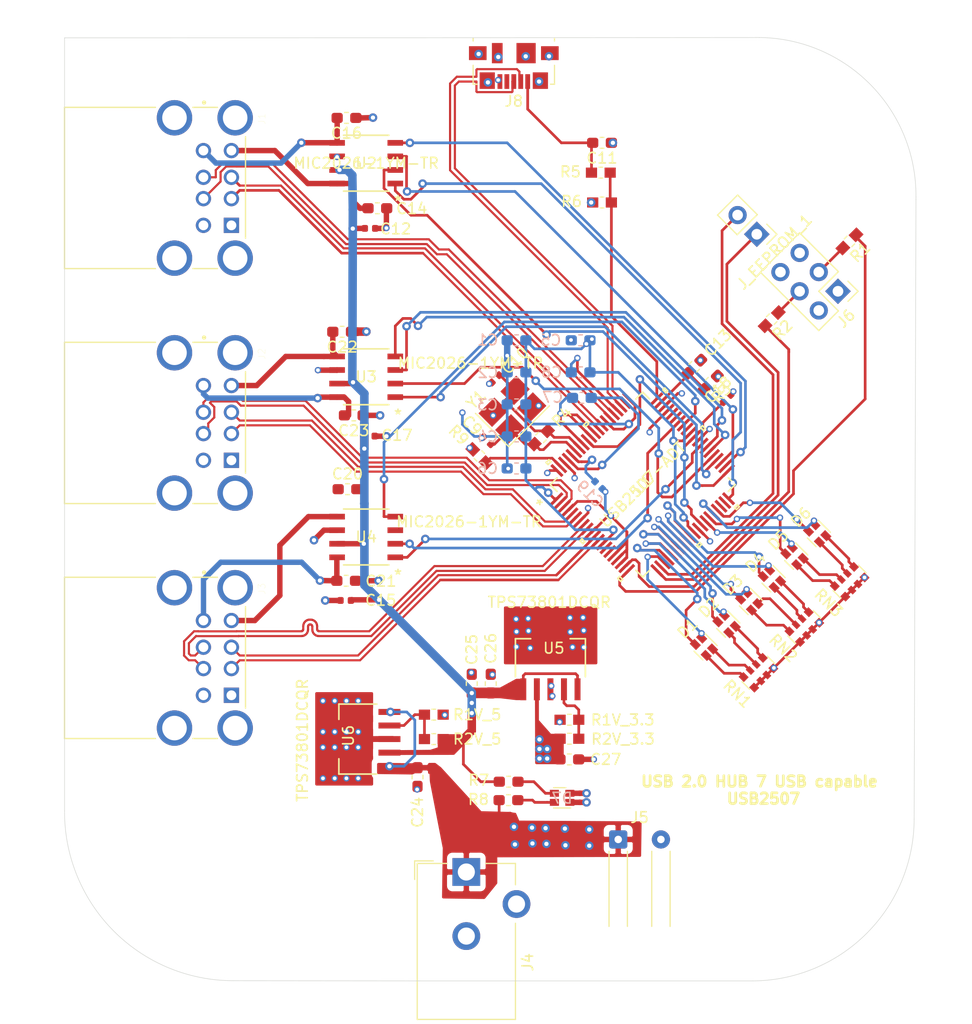
<source format=kicad_pcb>
(kicad_pcb (version 20171130) (host pcbnew "(5.1.5)-3")
  (layers (0 F.Cu signal) (1 3.3V power) (2 MGND power) (31 B.Cu signal) (34 B.Paste user) (35 F.Paste user) (36 B.SilkS user) (37 F.SilkS user) (38 B.Mask user) (39 F.Mask user) (44 Edge.Cuts user))
  (net 0 "")
  (net 1 MGND)
  (net 2 3.3V)
  (net 3 CLK1)
  (net 4 CLK2)
  (net 5 "Net-(C11-Pad2)")
  (net 6 "Net-(C13-Pad1)")
  (net 7 VDC18)
  (net 8 VDC19)
  (net 9 "Net-(J8-Pad4)")
  (net 10 SDA)
  (net 11 SCL)
  (net 12 CFG_SEL1)
  (net 13 SELF_PWR)
  (net 14 VBUS_MAIN)
  (net 15 "Net-(R9-Pad1)")
  (net 16 "Net-(J6-Pad4)")
  (net 17 "Net-(J6-Pad3)")
  (net 18 "Net-(U1-Pad14)")
  (net 19 "Net-(U1-Pad15)")
  (net 20 "Net-(U1-Pad38)")
  (net 21 "Net-(U1-Pad39)")
  (net 22 "Net-(U1-Pad55)")
  (net 23 "Net-(U1-Pad56)")
  (net 24 5.0V)
  (net 25 Vbus1b)
  (net 26 Vbus1a)
  (net 27 Vbus3b)
  (net 28 Vbus3a)
  (net 29 Vbus2b)
  (net 30 Vbus2a)
  (net 31 D1-)
  (net 32 D1+)
  (net 33 D2-)
  (net 34 D2+)
  (net 35 D3-)
  (net 36 D3+)
  (net 37 D4-)
  (net 38 D4+)
  (net 39 USBpwr1a)
  (net 40 USBpwr1b)
  (net 41 USBpwr2a)
  (net 42 USBpwr2b)
  (net 43 USBpwr3a)
  (net 44 USBpwr3b)
  (net 45 D5-)
  (net 46 D6-)
  (net 47 D5+)
  (net 48 D6+)
  (net 49 OCS_1)
  (net 50 OCS_2)
  (net 51 OCS_3)
  (net 52 OCS_4)
  (net 53 OCS_5)
  (net 54 OCS_6)
  (net 55 OCS_7)
  (net 56 "Net-(D1-Pad3)")
  (net 57 "Net-(D1-Pad1)")
  (net 58 "Net-(D2-Pad3)")
  (net 59 "Net-(D2-Pad1)")
  (net 60 "Net-(D3-Pad3)")
  (net 61 "Net-(D3-Pad1)")
  (net 62 "Net-(D4-Pad3)")
  (net 63 "Net-(D4-Pad1)")
  (net 64 "Net-(D5-Pad3)")
  (net 65 "Net-(D5-Pad1)")
  (net 66 "Net-(D6-Pad3)")
  (net 67 "Net-(D6-Pad1)")
  (net 68 12V)
  (net 69 AM1)
  (net 70 GR1)
  (net 71 AM2)
  (net 72 GR2)
  (net 73 AM3)
  (net 74 GR3)
  (net 75 AM4)
  (net 76 GR4)
  (net 77 AM5)
  (net 78 GR5)
  (net 79 AM6)
  (net 80 GR6)
  (net 81 "Net-(R1V_3.3-Pad1)")
  (net 82 "Net-(R1V_5-Pad1)")
  (net 83 _UPD+)
  (net 84 _UPD-)
  (net 85 "Net-(D7-Pad1)")
  (net 86 "Net-(D7-Pad3)")
  (module Resistor_SMD:R_0603_1608Metric_Pad1.05x0.95mm_HandSolder (layer F.Cu) (at 161.925 110.31474 180)
    (fp_text reference R8 (at 2.815719 0.062399) (layer F.SilkS))
    (fp_text value 1k)
    (pad 2 smd roundrect (at 0.875 0 180) (size 1.05 0.95) (layers F.Cu F.Paste F.Mask) (net 68 12V))
    (pad 1 smd roundrect (at -0.875 0 180) (size 1.05 0.95) (layers F.Cu F.Paste F.Mask) (net 86 "Net-(D7-Pad3)"))
  )
  (module Resistor_SMD:R_0603_1608Metric_Pad1.05x0.95mm_HandSolder (layer F.Cu) (at 161.94024 108.58754 180)
    (fp_text reference R7 (at 2.800479 0.136539) (layer F.SilkS))
    (fp_text value 330)
    (pad 2 smd roundrect (at 0.875 0 180) (size 1.05 0.95) (layers F.Cu F.Paste F.Mask) (net 24 5.0V))
    (pad 1 smd roundrect (at -0.875 0 180) (size 1.05 0.95) (layers F.Cu F.Paste F.Mask) (net 85 "Net-(D7-Pad1)"))
  )
  (module Capacitor_SMD:C_0402_1005Metric (layer F.Cu) (at 148.91004 76.22794)
    (fp_text reference C17 (at 2.575 -0.075) (layer F.SilkS))
    (fp_text value 0.1u)
    (pad 2 smd roundrect (at 0.485 0) (size 0.59 0.64) (layers F.Cu F.Paste F.Mask) (net 1 MGND))
    (pad 1 smd roundrect (at -0.485 0) (size 0.59 0.64) (layers F.Cu F.Paste F.Mask) (net 24 5.0V))
  )
  (module Capacitor_SMD:C_0603_1608Metric_Pad1.05x0.95mm_HandSolder (layer F.Cu) (at 147.43684 74.28738 180)
    (fp_text reference C23 (at 0 -1.43) (layer F.SilkS))
    (fp_text value 47u)
    (pad 2 smd roundrect (at 0.875 0 180) (size 1.05 0.95) (layers F.Cu F.Paste F.Mask) (net 30 Vbus2a))
    (pad 1 smd roundrect (at -0.875 0 180) (size 1.05 0.95) (layers F.Cu F.Paste F.Mask) (net 1 MGND))
  )
  (module Capacitor_SMD:C_0603_1608Metric_Pad1.05x0.95mm_HandSolder (layer F.Cu) (at 146.34718 66.46164 180)
    (fp_text reference C22 (at 0 -1.43) (layer F.SilkS))
    (fp_text value 47u)
    (pad 2 smd roundrect (at 0.875 0 180) (size 1.05 0.95) (layers F.Cu F.Paste F.Mask) (net 29 Vbus2b))
    (pad 1 smd roundrect (at -0.875 0 180) (size 1.05 0.95) (layers F.Cu F.Paste F.Mask) (net 1 MGND))
  )
  (module Capacitor_SMD:C_0603_1608Metric_Pad1.05x0.95mm_HandSolder (layer F.Cu) (at 146.72564 89.7763 180)
    (fp_text reference C21 (at -3.25374 -0.0381) (layer F.SilkS))
    (fp_text value 47u)
    (pad 2 smd roundrect (at 0.875 0 180) (size 1.05 0.95) (layers F.Cu F.Paste F.Mask) (net 28 Vbus3a))
    (pad 1 smd roundrect (at -0.875 0 180) (size 1.05 0.95) (layers F.Cu F.Paste F.Mask) (net 1 MGND))
  )
  (module Capacitor_SMD:C_0603_1608Metric_Pad1.05x0.95mm_HandSolder (layer F.Cu) (at 146.85 81.2)
    (fp_text reference C20 (at 0 -1.43) (layer F.SilkS))
    (fp_text value 47u)
    (pad 2 smd roundrect (at 0.875 0) (size 1.05 0.95) (layers F.Cu F.Paste F.Mask) (net 27 Vbus3b))
    (pad 1 smd roundrect (at -0.875 0) (size 1.05 0.95) (layers F.Cu F.Paste F.Mask) (net 1 MGND))
  )
  (module Capacitor_SMD:C_0603_1608Metric_Pad1.05x0.95mm_HandSolder (layer F.Cu) (at 146.75482 46.43628 180)
    (fp_text reference C16 (at 0 -1.43) (layer F.SilkS))
    (fp_text value 47u)
    (pad 2 smd roundrect (at 0.875 0 180) (size 1.05 0.95) (layers F.Cu F.Paste F.Mask) (net 26 Vbus1a))
    (pad 1 smd roundrect (at -0.875 0 180) (size 1.05 0.95) (layers F.Cu F.Paste F.Mask) (net 1 MGND))
  )
  (module Capacitor_SMD:C_0402_1005Metric (layer F.Cu) (at 146.67992 91.6178 180)
    (fp_text reference C15 (at -3.28422 0.01524) (layer F.SilkS))
    (fp_text value 0.1u)
    (pad 2 smd roundrect (at 0.485 0 180) (size 0.59 0.64) (layers F.Cu F.Paste F.Mask) (net 1 MGND))
    (pad 1 smd roundrect (at -0.485 0 180) (size 0.59 0.64) (layers F.Cu F.Paste F.Mask) (net 24 5.0V))
  )
  (module Capacitor_SMD:C_0603_1608Metric_Pad1.05x0.95mm_HandSolder (layer F.Cu) (at 149.64664 54.89448 180)
    (fp_text reference C14 (at -3.22326 -0.03556) (layer F.SilkS))
    (fp_text value 47u)
    (pad 2 smd roundrect (at 0.875 0 180) (size 1.05 0.95) (layers F.Cu F.Paste F.Mask) (net 25 Vbus1b))
    (pad 1 smd roundrect (at -0.875 0 180) (size 1.05 0.95) (layers F.Cu F.Paste F.Mask) (net 1 MGND))
  )
  (module Resistor_SMD:R_0603_1608Metric_Pad1.05x0.95mm_HandSolder (layer F.Cu) (at 180.867278 71.220102 225)
    (fp_text reference R3 (at 0 -1.43 45) (layer F.SilkS))
    (fp_text value 100K)
    (pad 2 smd roundrect (at 0.875 0 225) (size 1.05 0.95) (layers F.Cu F.Paste F.Mask) (net 6 "Net-(C13-Pad1)"))
    (pad 1 smd roundrect (at -0.875 0 225) (size 1.05 0.95) (layers F.Cu F.Paste F.Mask) (net 2 3.3V))
  )
  (module Capacitor_SMD:C_0402_1005Metric (layer B.Cu) (at 170.375 80.825 315)
    (fp_text reference C19 (at 0 1.17 135) (layer B.SilkS) (effects (justify mirror)))
    (fp_text value 4.7u)
    (pad 2 smd roundrect (at 0.485 0 315) (size 0.59 0.64) (layers B.Cu B.Paste B.Mask) (net 1 MGND))
    (pad 1 smd roundrect (at -0.485 0 315) (size 0.59 0.64) (layers B.Cu B.Paste B.Mask) (net 8 VDC19))
  )
  (module Capacitor_SMD:C_0402_1005Metric (layer F.Cu) (at 182.381 72.7187 45)
    (fp_text reference C18 (at 0 -1.17 45) (layer F.SilkS))
    (fp_text value 4.7u)
    (pad 2 smd roundrect (at 0.485 0 45) (size 0.59 0.64) (layers F.Cu F.Paste F.Mask) (net 1 MGND))
    (pad 1 smd roundrect (at -0.485 0 45) (size 0.59 0.64) (layers F.Cu F.Paste F.Mask) (net 7 VDC18))
  )
  (module Capacitor_SMD:C_0603_1608Metric_Pad1.05x0.95mm_HandSolder (layer F.Cu) (at 170.688 48.768 180)
    (fp_text reference C11 (at 0 -1.43) (layer F.SilkS))
    (fp_text value 0.1u)
    (pad 2 smd roundrect (at 0.875 0 180) (size 1.05 0.95) (layers F.Cu F.Paste F.Mask) (net 5 "Net-(C11-Pad2)"))
    (pad 1 smd roundrect (at -0.875 0 180) (size 1.05 0.95) (layers F.Cu F.Paste F.Mask) (net 1 MGND))
  )
  (module Main_PC_foot:CUI_UJ2-USB_A-1-TH (layer F.Cu) (at 133.357 71.496 270)
    (fp_text reference J2 (at -2.96809 -5.466562 90) (layer F.SilkS) (effects (font (size 0.640019 0.640019) (thickness 0.015))))
    (fp_text value UJ2-USB_A-1-TH)
    (pad 1 thru_hole circle (at 0 0 270) (size 1.428 1.428) (drill 0.92) (layers *.Cu *.Mask) (net 30 Vbus2a))
    (pad 5 thru_hole circle (at 0 -2.62 270) (size 1.428 1.428) (drill 0.92) (layers *.Cu *.Mask) (net 29 Vbus2b))
    (pad 2 thru_hole circle (at 2.5 0 270) (size 1.428 1.428) (drill 0.92) (layers *.Cu *.Mask) (net 35 D3-))
    (pad 6 thru_hole circle (at 2.5 -2.62 270) (size 1.428 1.428) (drill 0.92) (layers *.Cu *.Mask) (net 37 D4-))
    (pad 3 thru_hole circle (at 4.5 0 270) (size 1.428 1.428) (drill 0.92) (layers *.Cu *.Mask) (net 36 D3+))
    (pad 7 thru_hole circle (at 4.5 -2.62 270) (size 1.428 1.428) (drill 0.92) (layers *.Cu *.Mask) (net 38 D4+))
    (pad 4 thru_hole circle (at 7 0 270) (size 1.428 1.428) (drill 0.92) (layers *.Cu *.Mask) (net 1 MGND))
    (pad 8 thru_hole rect (at 7 -2.62 270) (size 1.428 1.428) (drill 0.92) (layers *.Cu *.Mask) (net 1 MGND))
    (pad SH1 thru_hole circle (at -3.07 -2.97 270) (size 3.316 3.316) (drill 2.3) (layers *.Cu *.Mask) (net 1 MGND))
    (pad SH2 thru_hole circle (at 10.07 -2.97 270) (size 3.316 3.316) (drill 2.3) (layers *.Cu *.Mask) (net 1 MGND))
    (pad SH3 thru_hole circle (at -3.07 2.71 270) (size 3.316 3.316) (drill 2.3) (layers *.Cu *.Mask) (net 1 MGND))
    (pad SH4 thru_hole circle (at 10.07 2.71 270) (size 3.316 3.316) (drill 2.3) (layers *.Cu *.Mask) (net 1 MGND))
  )
  (module Main_PC_foot:Dual_LED (layer F.Cu) (at 166.85056 110.06802)
    (fp_text reference D7 (at 0.09 0.06) (layer B.SilkS) (effects (justify mirror)))
    (fp_text value LED_Dual_ACAC)
    (pad 1 smd rect (at -0.625 -0.395 270) (size 0.65 0.85) (layers F.Cu F.Paste F.Mask) (net 85 "Net-(D7-Pad1)"))
    (pad 3 smd rect (at -0.625 0.455 270) (size 0.65 0.85) (layers F.Cu F.Paste F.Mask) (net 86 "Net-(D7-Pad3)"))
    (pad 4 smd rect (at 0.825 0.455 270) (size 0.65 0.85) (layers F.Cu F.Paste F.Mask) (net 1 MGND))
    (pad 2 smd rect (at 0.825 -0.395 270) (size 0.65 0.85) (layers F.Cu F.Paste F.Mask) (net 1 MGND))
  )
  (module Connector_PinHeader_2.54mm:PinHeader_2x03_P2.54mm_Vertical (layer F.Cu) (at 192.784 62.6688 225)
    (fp_text reference J6 (at 1.27 -2.33 45) (layer F.SilkS))
    (fp_text value Conn_2Rows-05Pins_MountingPin)
    (pad 6 thru_hole oval (at 2.54 5.08 225) (size 1.7 1.7) (drill 1) (layers *.Cu *.Mask) (net 1 MGND))
    (pad 5 thru_hole oval (at 0 5.08 225) (size 1.7 1.7) (drill 1) (layers *.Cu *.Mask) (net 1 MGND))
    (pad 4 thru_hole oval (at 2.54 2.54 225) (size 1.7 1.7) (drill 1) (layers *.Cu *.Mask) (net 16 "Net-(J6-Pad4)"))
    (pad 3 thru_hole oval (at 0 2.54 225) (size 1.7 1.7) (drill 1) (layers *.Cu *.Mask) (net 17 "Net-(J6-Pad3)"))
    (pad 2 thru_hole oval (at 2.54 0 225) (size 1.7 1.7) (drill 1) (layers *.Cu *.Mask) (net 2 3.3V))
    (pad 1 thru_hole rect (at 0 0 225) (size 1.7 1.7) (drill 1) (layers *.Cu *.Mask) (net 2 3.3V))
  )
  (module Main_PC_foot:CUI_UJ2-USB_A-1-TH (layer F.Cu) (at 133.357 49.496 270)
    (fp_text reference J1 (at -2.96809 -5.466562 90) (layer F.SilkS) (effects (font (size 0.640019 0.640019) (thickness 0.015))))
    (fp_text value UJ2-USB_A-1-TH)
    (pad 1 thru_hole circle (at 0 0 270) (size 1.428 1.428) (drill 0.92) (layers *.Cu *.Mask) (net 26 Vbus1a))
    (pad 5 thru_hole circle (at 0 -2.62 270) (size 1.428 1.428) (drill 0.92) (layers *.Cu *.Mask) (net 25 Vbus1b))
    (pad 2 thru_hole circle (at 2.5 0 270) (size 1.428 1.428) (drill 0.92) (layers *.Cu *.Mask) (net 31 D1-))
    (pad 6 thru_hole circle (at 2.5 -2.62 270) (size 1.428 1.428) (drill 0.92) (layers *.Cu *.Mask) (net 33 D2-))
    (pad 3 thru_hole circle (at 4.5 0 270) (size 1.428 1.428) (drill 0.92) (layers *.Cu *.Mask) (net 32 D1+))
    (pad 7 thru_hole circle (at 4.5 -2.62 270) (size 1.428 1.428) (drill 0.92) (layers *.Cu *.Mask) (net 34 D2+))
    (pad 4 thru_hole circle (at 7 0 270) (size 1.428 1.428) (drill 0.92) (layers *.Cu *.Mask) (net 1 MGND))
    (pad 8 thru_hole rect (at 7 -2.62 270) (size 1.428 1.428) (drill 0.92) (layers *.Cu *.Mask) (net 1 MGND))
    (pad SH1 thru_hole circle (at -3.07 -2.97 270) (size 3.316 3.316) (drill 2.3) (layers *.Cu *.Mask) (net 1 MGND))
    (pad SH2 thru_hole circle (at 10.07 -2.97 270) (size 3.316 3.316) (drill 2.3) (layers *.Cu *.Mask) (net 1 MGND))
    (pad SH3 thru_hole circle (at -3.07 2.71 270) (size 3.316 3.316) (drill 2.3) (layers *.Cu *.Mask) (net 1 MGND))
    (pad SH4 thru_hole circle (at 10.07 2.71 270) (size 3.316 3.316) (drill 2.3) (layers *.Cu *.Mask) (net 1 MGND))
  )
  (module Connector_BarrelJack:BarrelJack_CUI_PJ-102AH_Horizontal (layer F.Cu) (at 157.979 117.043)
    (fp_text reference J4 (at 5.75 8.45 90) (layer F.SilkS))
    (fp_text value Barrel_Jack_Switch)
    (pad 3 thru_hole circle (at 4.7 3) (size 2.6 2.6) (drill 1.6) (layers *.Cu *.Mask) (net 1 MGND))
    (pad 2 thru_hole circle (at 0 6) (size 2.6 2.6) (drill 1.6) (layers *.Cu *.Mask) (net 1 MGND))
    (pad 1 thru_hole rect (at 0 0) (size 2.6 2.6) (drill 1.6) (layers *.Cu *.Mask) (net 68 12V))
  )
  (module Main_PC_foot:TPS73801DCQR (layer F.Cu) (at 147.819 104.597 90)
    (fp_text reference U6 (at 0.32 -0.89 90) (layer F.SilkS))
    (fp_text value TPS73801DCQR (at -0.11 -5.19 90) (layer F.SilkS))
    (pad 3 smd rect (at 0.02 -2.72 180) (size 2.2 3.4) (layers F.Cu F.Paste F.Mask) (net 1 MGND))
    (pad 1 smd rect (at -2.54 2.9591 90) (size 0.5588 2.0574) (layers F.Cu F.Paste F.Mask) (net 68 12V))
    (pad 2 smd rect (at -1.27 2.9591 90) (size 0.5588 2.0574) (layers F.Cu F.Paste F.Mask) (net 24 5.0V))
    (pad 3 smd rect (at 0 2.9591 90) (size 0.5588 2.0574) (layers F.Cu F.Paste F.Mask) (net 1 MGND))
    (pad 4 smd rect (at 1.27 2.9591 90) (size 0.5588 2.0574) (layers F.Cu F.Paste F.Mask) (net 82 "Net-(R1V_5-Pad1)"))
    (pad 5 smd rect (at 2.54 2.9591 90) (size 0.5588 2.0574) (layers F.Cu F.Paste F.Mask) (net 68 12V))
  )
  (module Resistor_SMD:R_0603_1608Metric_Pad1.05x0.95mm_HandSolder (layer F.Cu) (at 154.931 104.597)
    (fp_text reference R2V_5 (at 4.064 0) (layer F.SilkS))
    (fp_text value 12K1%)
    (pad 2 smd rect (at 0.875 0) (size 1.05 0.95) (layers F.Cu F.Paste F.Mask) (net 24 5.0V))
    (pad 1 smd rect (at -0.875 0) (size 1.05 0.95) (layers F.Cu F.Paste F.Mask) (net 82 "Net-(R1V_5-Pad1)"))
  )
  (module Resistor_SMD:R_0603_1608Metric_Pad1.05x0.95mm_HandSolder (layer F.Cu) (at 167.633 104.566 180)
    (fp_text reference R2V_3.3 (at -5.017 -0.034) (layer F.SilkS))
    (fp_text value 10K1%)
    (pad 2 smd rect (at 0.875 0 180) (size 1.05 0.95) (layers F.Cu F.Paste F.Mask) (net 2 3.3V))
    (pad 1 smd rect (at -0.875 0 180) (size 1.05 0.95) (layers F.Cu F.Paste F.Mask) (net 81 "Net-(R1V_3.3-Pad1)"))
  )
  (module Resistor_SMD:R_0603_1608Metric_Pad1.05x0.95mm_HandSolder (layer F.Cu) (at 154.931 102.311)
    (fp_text reference R1V_5 (at 4.064 0) (layer F.SilkS))
    (fp_text value 3.6K1%)
    (pad 2 smd rect (at 0.875 0) (size 1.05 0.95) (layers F.Cu F.Paste F.Mask) (net 1 MGND))
    (pad 1 smd rect (at -0.875 0) (size 1.05 0.95) (layers F.Cu F.Paste F.Mask) (net 82 "Net-(R1V_5-Pad1)"))
  )
  (module Resistor_SMD:R_0603_1608Metric_Pad1.05x0.95mm_HandSolder (layer F.Cu) (at 167.633 102.788 180)
    (fp_text reference R1V_3.3 (at -4.992 -0.012) (layer F.SilkS))
    (fp_text value 5.9K1%)
    (pad 2 smd rect (at 0.875 0 180) (size 1.05 0.95) (layers F.Cu F.Paste F.Mask) (net 1 MGND))
    (pad 1 smd rect (at -0.875 0 180) (size 1.05 0.95) (layers F.Cu F.Paste F.Mask) (net 81 "Net-(R1V_3.3-Pad1)"))
  )
  (module Main_PC_foot:solderWires_2xrelief_20AWG (layer F.Cu) (at 172.203 113.995)
    (fp_text reference J5 (at 2 -2.05) (layer F.SilkS))
    (fp_text value Screw_Terminal_01x02)
    (pad "" np_thru_hole circle (at 4 9) (size 2 2) (drill 2) (layers *.Cu *.Mask))
    (pad "" np_thru_hole circle (at 0 9) (size 2 2) (drill 2) (layers *.Cu *.Mask))
    (pad 2 thru_hole circle (at 4 0) (size 1.7 1.7) (drill 0.7) (layers *.Cu *.Mask) (net 1 MGND))
    (pad 1 thru_hole roundrect (at 0 0) (size 1.7 1.7) (drill 0.7) (layers *.Cu *.Mask) (roundrect_rratio 0.1470588235294118) (net 68 12V))
  )
  (module Main_PC_foot:Dual_LED (layer F.Cu) (at 190.886 85.4333 135)
    (fp_text reference D6 (at 2.24 0.046 225) (layer F.SilkS))
    (fp_text value LED_Dual_ACAC)
    (pad 1 smd rect (at -0.625 -0.395 45) (size 0.65 0.85) (layers F.Cu F.Paste F.Mask) (net 67 "Net-(D6-Pad1)"))
    (pad 3 smd rect (at -0.625 0.455 45) (size 0.65 0.85) (layers F.Cu F.Paste F.Mask) (net 66 "Net-(D6-Pad3)"))
    (pad 4 smd rect (at 0.825 0.455 45) (size 0.65 0.85) (layers F.Cu F.Paste F.Mask) (net 79 AM6))
    (pad 2 smd rect (at 0.825 -0.395 45) (size 0.65 0.85) (layers F.Cu F.Paste F.Mask) (net 80 GR6))
  )
  (module Main_PC_foot:Dual_LED (layer F.Cu) (at 188.765 87.5546 135)
    (fp_text reference D5 (at 2.24 0.03 225) (layer F.SilkS))
    (fp_text value LED_Dual_ACAC)
    (pad 1 smd rect (at -0.625 -0.395 45) (size 0.65 0.85) (layers F.Cu F.Paste F.Mask) (net 65 "Net-(D5-Pad1)"))
    (pad 3 smd rect (at -0.625 0.455 45) (size 0.65 0.85) (layers F.Cu F.Paste F.Mask) (net 64 "Net-(D5-Pad3)"))
    (pad 4 smd rect (at 0.825 0.455 45) (size 0.65 0.85) (layers F.Cu F.Paste F.Mask) (net 77 AM5))
    (pad 2 smd rect (at 0.825 -0.395 45) (size 0.65 0.85) (layers F.Cu F.Paste F.Mask) (net 78 GR5))
  )
  (module Main_PC_foot:Dual_LED (layer F.Cu) (at 186.643 89.6759 135)
    (fp_text reference D4 (at 2.265 0.046 225) (layer F.SilkS))
    (fp_text value LED_Dual_ACAC)
    (pad 1 smd rect (at -0.625 -0.395 45) (size 0.65 0.85) (layers F.Cu F.Paste F.Mask) (net 63 "Net-(D4-Pad1)"))
    (pad 3 smd rect (at -0.625 0.455 45) (size 0.65 0.85) (layers F.Cu F.Paste F.Mask) (net 62 "Net-(D4-Pad3)"))
    (pad 4 smd rect (at 0.825 0.455 45) (size 0.65 0.85) (layers F.Cu F.Paste F.Mask) (net 75 AM4))
    (pad 2 smd rect (at 0.825 -0.395 45) (size 0.65 0.85) (layers F.Cu F.Paste F.Mask) (net 76 GR4))
  )
  (module Main_PC_foot:Dual_LED (layer F.Cu) (at 184.522 91.7972 135)
    (fp_text reference D3 (at 2.265 0.046 225) (layer F.SilkS))
    (fp_text value LED_Dual_ACAC)
    (pad 1 smd rect (at -0.625 -0.395 45) (size 0.65 0.85) (layers F.Cu F.Paste F.Mask) (net 61 "Net-(D3-Pad1)"))
    (pad 3 smd rect (at -0.625 0.455 45) (size 0.65 0.85) (layers F.Cu F.Paste F.Mask) (net 60 "Net-(D3-Pad3)"))
    (pad 4 smd rect (at 0.825 0.455 45) (size 0.65 0.85) (layers F.Cu F.Paste F.Mask) (net 73 AM3))
    (pad 2 smd rect (at 0.825 -0.395 45) (size 0.65 0.85) (layers F.Cu F.Paste F.Mask) (net 74 GR3))
  )
  (module Main_PC_foot:Dual_LED (layer F.Cu) (at 182.401 93.9185 135)
    (fp_text reference D2 (at 2.365 -0.054 225) (layer F.SilkS))
    (fp_text value LED_Dual_ACAC)
    (pad 1 smd rect (at -0.625 -0.395 45) (size 0.65 0.85) (layers F.Cu F.Paste F.Mask) (net 59 "Net-(D2-Pad1)"))
    (pad 3 smd rect (at -0.625 0.455 45) (size 0.65 0.85) (layers F.Cu F.Paste F.Mask) (net 58 "Net-(D2-Pad3)"))
    (pad 4 smd rect (at 0.825 0.455 45) (size 0.65 0.85) (layers F.Cu F.Paste F.Mask) (net 71 AM2))
    (pad 2 smd rect (at 0.825 -0.395 45) (size 0.65 0.85) (layers F.Cu F.Paste F.Mask) (net 72 GR2))
  )
  (module Capacitor_SMD:C_0603_1608Metric_Pad1.05x0.95mm_HandSolder (layer F.Cu) (at 167.625 106.5)
    (fp_text reference C27 (at 3.415 0) (layer F.SilkS))
    (fp_text value 10u)
    (pad 2 smd roundrect (at 0.875 0) (size 1.05 0.95) (layers F.Cu F.Paste F.Mask) (net 1 MGND))
    (pad 1 smd roundrect (at -0.875 0) (size 1.05 0.95) (layers F.Cu F.Paste F.Mask) (net 2 3.3V))
  )
  (module Capacitor_SMD:C_0603_1608Metric_Pad1.05x0.95mm_HandSolder (layer F.Cu) (at 160.265 99.404 270)
    (fp_text reference C26 (at -3.302 0 90) (layer F.SilkS))
    (fp_text value 10u)
    (pad 2 smd roundrect (at 0.875 0 270) (size 1.05 0.95) (layers F.Cu F.Paste F.Mask) (net 24 5.0V))
    (pad 1 smd roundrect (at -0.875 0 270) (size 1.05 0.95) (layers F.Cu F.Paste F.Mask) (net 1 MGND))
  )
  (module Capacitor_SMD:C_0603_1608Metric_Pad1.05x0.95mm_HandSolder (layer F.Cu) (at 158.487 99.404 90)
    (fp_text reference C25 (at 3.189 0 90) (layer F.SilkS))
    (fp_text value 10u)
    (pad 2 smd roundrect (at 0.875 0 90) (size 1.05 0.95) (layers F.Cu F.Paste F.Mask) (net 1 MGND))
    (pad 1 smd roundrect (at -0.875 0 90) (size 1.05 0.95) (layers F.Cu F.Paste F.Mask) (net 24 5.0V))
  )
  (module Capacitor_SMD:C_0603_1608Metric_Pad1.05x0.95mm_HandSolder (layer F.Cu) (at 153.407 108.153 90)
    (fp_text reference C24 (at -3.302 0 90) (layer F.SilkS))
    (fp_text value 10u)
    (pad 2 smd roundrect (at 0.875 0 90) (size 1.05 0.95) (layers F.Cu F.Paste F.Mask) (net 68 12V))
    (pad 1 smd roundrect (at -0.875 0 90) (size 1.05 0.95) (layers F.Cu F.Paste F.Mask) (net 1 MGND))
  )
  (module Main_PC_foot:TPS73801DCQR (layer F.Cu) (at 165.853 96.977)
    (fp_text reference U5 (at 0.32 -0.89) (layer F.SilkS))
    (fp_text value TPS73801DCQR (at -0.11 -5.19) (layer F.SilkS))
    (pad 3 smd rect (at 0.02 -2.72 90) (size 2.2 3.4) (layers F.Cu F.Paste F.Mask) (net 1 MGND))
    (pad 1 smd rect (at -2.54 2.9591) (size 0.5588 2.0574) (layers F.Cu F.Paste F.Mask) (net 24 5.0V))
    (pad 2 smd rect (at -1.27 2.9591) (size 0.5588 2.0574) (layers F.Cu F.Paste F.Mask) (net 2 3.3V))
    (pad 3 smd rect (at 0 2.9591) (size 0.5588 2.0574) (layers F.Cu F.Paste F.Mask) (net 1 MGND))
    (pad 4 smd rect (at 1.27 2.9591) (size 0.5588 2.0574) (layers F.Cu F.Paste F.Mask) (net 81 "Net-(R1V_3.3-Pad1)"))
    (pad 5 smd rect (at 2.54 2.9591) (size 0.5588 2.0574) (layers F.Cu F.Paste F.Mask) (net 24 5.0V))
  )
  (module Main_PC_foot:R_singleConvex_4x0612 (layer F.Cu) (at 185.34 98.3832 135)
    (fp_text reference RN1 (at 0 -2.8 135) (layer F.SilkS))
    (fp_text value R_Network04)
    (pad 1 smd rect (at -0.7 -1.27 135) (size 0.7 0.64) (layers F.Cu F.Paste F.Mask) (net 2 3.3V))
    (pad 1 smd rect (at -0.7 0.4 135) (size 0.7 0.5) (layers F.Cu F.Paste F.Mask) (net 2 3.3V))
    (pad 1 smd rect (at -0.7 -0.4 135) (size 0.7 0.5) (layers F.Cu F.Paste F.Mask) (net 2 3.3V))
    (pad 1 smd rect (at -0.7 1.27 135) (size 0.7 0.64) (layers F.Cu F.Paste F.Mask) (net 2 3.3V))
    (pad 4 smd rect (at 0.7 -0.4 135) (size 0.7 0.5) (layers F.Cu F.Paste F.Mask) (net 56 "Net-(D1-Pad3)"))
    (pad 5 smd rect (at 0.7 -1.27 135) (size 0.7 0.64) (layers F.Cu F.Paste F.Mask) (net 57 "Net-(D1-Pad1)"))
    (pad 3 smd rect (at 0.7 0.4 135) (size 0.7 0.5) (layers F.Cu F.Paste F.Mask) (net 59 "Net-(D2-Pad1)"))
    (pad 2 smd rect (at 0.7 1.27 135) (size 0.7 0.64) (layers F.Cu F.Paste F.Mask) (net 58 "Net-(D2-Pad3)"))
  )
  (module Main_PC_foot:R_singleConvex_4x0612 (layer F.Cu) (at 189.635 94.108 135)
    (fp_text reference RN2 (at 0 -2.8 135) (layer F.SilkS))
    (fp_text value R_Network04)
    (pad 1 smd rect (at -0.7 -1.27 135) (size 0.7 0.64) (layers F.Cu F.Paste F.Mask) (net 2 3.3V))
    (pad 1 smd rect (at -0.7 0.4 135) (size 0.7 0.5) (layers F.Cu F.Paste F.Mask) (net 2 3.3V))
    (pad 1 smd rect (at -0.7 -0.4 135) (size 0.7 0.5) (layers F.Cu F.Paste F.Mask) (net 2 3.3V))
    (pad 1 smd rect (at -0.7 1.27 135) (size 0.7 0.64) (layers F.Cu F.Paste F.Mask) (net 2 3.3V))
    (pad 4 smd rect (at 0.7 -0.4 135) (size 0.7 0.5) (layers F.Cu F.Paste F.Mask) (net 60 "Net-(D3-Pad3)"))
    (pad 5 smd rect (at 0.7 -1.27 135) (size 0.7 0.64) (layers F.Cu F.Paste F.Mask) (net 61 "Net-(D3-Pad1)"))
    (pad 3 smd rect (at 0.7 0.4 135) (size 0.7 0.5) (layers F.Cu F.Paste F.Mask) (net 63 "Net-(D4-Pad1)"))
    (pad 2 smd rect (at 0.7 1.27 135) (size 0.7 0.64) (layers F.Cu F.Paste F.Mask) (net 62 "Net-(D4-Pad3)"))
  )
  (module Main_PC_foot:R_singleConvex_4x0612 (layer F.Cu) (at 193.877 89.8654 135)
    (fp_text reference RN3 (at 0 -2.8 135) (layer F.SilkS))
    (fp_text value R_Network04)
    (pad 1 smd rect (at -0.7 -1.27 135) (size 0.7 0.64) (layers F.Cu F.Paste F.Mask) (net 2 3.3V))
    (pad 1 smd rect (at -0.7 0.4 135) (size 0.7 0.5) (layers F.Cu F.Paste F.Mask) (net 2 3.3V))
    (pad 1 smd rect (at -0.7 -0.4 135) (size 0.7 0.5) (layers F.Cu F.Paste F.Mask) (net 2 3.3V))
    (pad 1 smd rect (at -0.7 1.27 135) (size 0.7 0.64) (layers F.Cu F.Paste F.Mask) (net 2 3.3V))
    (pad 4 smd rect (at 0.7 -0.4 135) (size 0.7 0.5) (layers F.Cu F.Paste F.Mask) (net 64 "Net-(D5-Pad3)"))
    (pad 5 smd rect (at 0.7 -1.27 135) (size 0.7 0.64) (layers F.Cu F.Paste F.Mask) (net 65 "Net-(D5-Pad1)"))
    (pad 3 smd rect (at 0.7 0.4 135) (size 0.7 0.5) (layers F.Cu F.Paste F.Mask) (net 67 "Net-(D6-Pad1)"))
    (pad 2 smd rect (at 0.7 1.27 135) (size 0.7 0.64) (layers F.Cu F.Paste F.Mask) (net 66 "Net-(D6-Pad3)"))
  )
  (module Main_PC_foot:Dual_LED (layer F.Cu) (at 180.279 96.0399 135)
    (fp_text reference D1 (at 2.39 0.171 45) (layer F.SilkS))
    (fp_text value LED_Dual_ACAC)
    (pad 1 smd rect (at -0.625 -0.395 45) (size 0.65 0.85) (layers F.Cu F.Paste F.Mask) (net 57 "Net-(D1-Pad1)"))
    (pad 3 smd rect (at -0.625 0.455 45) (size 0.65 0.85) (layers F.Cu F.Paste F.Mask) (net 56 "Net-(D1-Pad3)"))
    (pad 4 smd rect (at 0.825 0.455 45) (size 0.65 0.85) (layers F.Cu F.Paste F.Mask) (net 69 AM1))
    (pad 2 smd rect (at 0.825 -0.395 45) (size 0.65 0.85) (layers F.Cu F.Paste F.Mask) (net 70 GR1))
  )
  (module Main_PC_foot:CUI_UJ2-USB_A-1-TH (layer F.Cu) (at 133.357 93.496 270)
    (fp_text reference J3 (at -2.96809 -5.466562 90) (layer F.SilkS) (effects (font (size 0.640019 0.640019) (thickness 0.015))))
    (fp_text value UJ2-USB_A-1-TH)
    (pad 1 thru_hole circle (at 0 0 270) (size 1.428 1.428) (drill 0.92) (layers *.Cu *.Mask) (net 28 Vbus3a))
    (pad 5 thru_hole circle (at 0 -2.62 270) (size 1.428 1.428) (drill 0.92) (layers *.Cu *.Mask) (net 27 Vbus3b))
    (pad 2 thru_hole circle (at 2.5 0 270) (size 1.428 1.428) (drill 0.92) (layers *.Cu *.Mask) (net 45 D5-))
    (pad 6 thru_hole circle (at 2.5 -2.62 270) (size 1.428 1.428) (drill 0.92) (layers *.Cu *.Mask) (net 46 D6-))
    (pad 3 thru_hole circle (at 4.5 0 270) (size 1.428 1.428) (drill 0.92) (layers *.Cu *.Mask) (net 47 D5+))
    (pad 7 thru_hole circle (at 4.5 -2.62 270) (size 1.428 1.428) (drill 0.92) (layers *.Cu *.Mask) (net 48 D6+))
    (pad 4 thru_hole circle (at 7 0 270) (size 1.428 1.428) (drill 0.92) (layers *.Cu *.Mask) (net 1 MGND))
    (pad 8 thru_hole rect (at 7 -2.62 270) (size 1.428 1.428) (drill 0.92) (layers *.Cu *.Mask) (net 1 MGND))
    (pad SH1 thru_hole circle (at -3.07 -2.97 270) (size 3.316 3.316) (drill 2.3) (layers *.Cu *.Mask) (net 1 MGND))
    (pad SH2 thru_hole circle (at 10.07 -2.97 270) (size 3.316 3.316) (drill 2.3) (layers *.Cu *.Mask) (net 1 MGND))
    (pad SH3 thru_hole circle (at -3.07 2.71 270) (size 3.316 3.316) (drill 2.3) (layers *.Cu *.Mask) (net 1 MGND))
    (pad SH4 thru_hole circle (at 10.07 2.71 270) (size 3.316 3.316) (drill 2.3) (layers *.Cu *.Mask) (net 1 MGND))
  )
  (module Capacitor_SMD:C_0402_1005Metric (layer F.Cu) (at 148.95744 56.78054)
    (fp_text reference C12 (at 2.4 0.05) (layer F.SilkS))
    (fp_text value 0.1u)
    (pad 2 smd roundrect (at 0.485 0) (size 0.59 0.64) (layers F.Cu F.Paste F.Mask) (net 1 MGND))
    (pad 1 smd roundrect (at -0.485 0) (size 0.59 0.64) (layers F.Cu F.Paste F.Mask) (net 24 5.0V))
  )
  (module Main_PC_foot:MIC2026-1YM-TR (layer F.Cu) (at 148.6 85.675 180)
    (fp_text reference U4 (at 0 0) (layer F.SilkS))
    (fp_text value MIC2026-1YM-TR (at -9.625 1.425) (layer F.SilkS))
    (fp_text user * (at -2.97815 -3.5814) (layer F.SilkS))
    (pad 1 smd rect (at -2.72415 -1.905 180) (size 1.4605 0.5334) (layers F.Cu F.Paste F.Mask) (net 43 USBpwr3a))
    (pad 2 smd rect (at -2.72415 -0.635 180) (size 1.4605 0.5334) (layers F.Cu F.Paste F.Mask) (net 54 OCS_6))
    (pad 3 smd rect (at -2.72415 0.635 180) (size 1.4605 0.5334) (layers F.Cu F.Paste F.Mask) (net 55 OCS_7))
    (pad 4 smd rect (at -2.72415 1.905 180) (size 1.4605 0.5334) (layers F.Cu F.Paste F.Mask) (net 44 USBpwr3b))
    (pad 5 smd rect (at 2.72415 1.905 180) (size 1.4605 0.5334) (layers F.Cu F.Paste F.Mask) (net 27 Vbus3b))
    (pad 6 smd rect (at 2.72415 0.635 180) (size 1.4605 0.5334) (layers F.Cu F.Paste F.Mask) (net 1 MGND))
    (pad 7 smd rect (at 2.72415 -0.635 180) (size 1.4605 0.5334) (layers F.Cu F.Paste F.Mask) (net 24 5.0V))
    (pad 8 smd rect (at 2.72415 -1.905 180) (size 1.4605 0.5334) (layers F.Cu F.Paste F.Mask) (net 28 Vbus3a))
  )
  (module Main_PC_foot:MIC2026-1YM-TR (layer F.Cu) (at 148.6 70.675 180)
    (fp_text reference U3 (at 0 0) (layer F.SilkS))
    (fp_text value MIC2026-1YM-TR (at -9.775 1.275) (layer F.SilkS))
    (fp_text user * (at -2.97815 -3.5814) (layer F.SilkS))
    (pad 1 smd rect (at -2.72415 -1.905 180) (size 1.4605 0.5334) (layers F.Cu F.Paste F.Mask) (net 41 USBpwr2a))
    (pad 2 smd rect (at -2.72415 -0.635 180) (size 1.4605 0.5334) (layers F.Cu F.Paste F.Mask) (net 51 OCS_3))
    (pad 3 smd rect (at -2.72415 0.635 180) (size 1.4605 0.5334) (layers F.Cu F.Paste F.Mask) (net 52 OCS_4))
    (pad 4 smd rect (at -2.72415 1.905 180) (size 1.4605 0.5334) (layers F.Cu F.Paste F.Mask) (net 42 USBpwr2b))
    (pad 5 smd rect (at 2.72415 1.905 180) (size 1.4605 0.5334) (layers F.Cu F.Paste F.Mask) (net 29 Vbus2b))
    (pad 6 smd rect (at 2.72415 0.635 180) (size 1.4605 0.5334) (layers F.Cu F.Paste F.Mask) (net 1 MGND))
    (pad 7 smd rect (at 2.72415 -0.635 180) (size 1.4605 0.5334) (layers F.Cu F.Paste F.Mask) (net 24 5.0V))
    (pad 8 smd rect (at 2.72415 -1.905 180) (size 1.4605 0.5334) (layers F.Cu F.Paste F.Mask) (net 30 Vbus2a))
  )
  (module Main_PC_foot:MIC2026-1YM-TR (layer F.Cu) (at 148.6 50.675 180)
    (fp_text reference U2 (at 0 0) (layer F.SilkS))
    (fp_text value MIC2026-1YM-TR (at 0 0) (layer F.SilkS))
    (fp_text user * (at -2.97815 -3.5814) (layer F.SilkS))
    (pad 1 smd rect (at -2.72415 -1.905 180) (size 1.4605 0.5334) (layers F.Cu F.Paste F.Mask) (net 39 USBpwr1a))
    (pad 2 smd rect (at -2.72415 -0.635 180) (size 1.4605 0.5334) (layers F.Cu F.Paste F.Mask) (net 49 OCS_1))
    (pad 3 smd rect (at -2.72415 0.635 180) (size 1.4605 0.5334) (layers F.Cu F.Paste F.Mask) (net 50 OCS_2))
    (pad 4 smd rect (at -2.72415 1.905 180) (size 1.4605 0.5334) (layers F.Cu F.Paste F.Mask) (net 40 USBpwr1b))
    (pad 5 smd rect (at 2.72415 1.905 180) (size 1.4605 0.5334) (layers F.Cu F.Paste F.Mask) (net 26 Vbus1a))
    (pad 6 smd rect (at 2.72415 0.635 180) (size 1.4605 0.5334) (layers F.Cu F.Paste F.Mask) (net 1 MGND))
    (pad 7 smd rect (at 2.72415 -0.635 180) (size 1.4605 0.5334) (layers F.Cu F.Paste F.Mask) (net 24 5.0V))
    (pad 8 smd rect (at 2.72415 -1.905 180) (size 1.4605 0.5334) (layers F.Cu F.Paste F.Mask) (net 25 Vbus1b))
  )
  (module Main_PC_foot:USB2507-ADT (layer F.Cu) (at 174.498 80.772 45)
    (fp_text reference U1 (at 0 0 45) (layer F.SilkS))
    (fp_text value USB2507-ADT (at 0 0 45) (layer F.SilkS))
    (fp_text user * (at -7.9883 -5.381 45) (layer F.SilkS))
    (pad 1 smd rect (at -6.6167 -4.750001 135) (size 0.2794 1.4732) (layers F.Cu F.Paste F.Mask) (net 2 3.3V))
    (pad 2 smd rect (at -6.6167 -4.249999 135) (size 0.2794 1.4732) (layers F.Cu F.Paste F.Mask) (net 36 D3+))
    (pad 3 smd rect (at -6.6167 -3.75 135) (size 0.2794 1.4732) (layers F.Cu F.Paste F.Mask) (net 35 D3-))
    (pad 4 smd rect (at -6.6167 -3.250001 135) (size 0.2794 1.4732) (layers F.Cu F.Paste F.Mask) (net 1 MGND))
    (pad 5 smd rect (at -6.6167 -2.75 135) (size 0.2794 1.4732) (layers F.Cu F.Paste F.Mask) (net 37 D4-))
    (pad 6 smd rect (at -6.6167 -2.250001 135) (size 0.2794 1.4732) (layers F.Cu F.Paste F.Mask) (net 38 D4+))
    (pad 7 smd rect (at -6.6167 -1.749999 135) (size 0.2794 1.4732) (layers F.Cu F.Paste F.Mask) (net 2 3.3V))
    (pad 8 smd rect (at -6.6167 -1.25 135) (size 0.2794 1.4732) (layers F.Cu F.Paste F.Mask) (net 47 D5+))
    (pad 9 smd rect (at -6.6167 -0.750001 135) (size 0.2794 1.4732) (layers F.Cu F.Paste F.Mask) (net 45 D5-))
    (pad 10 smd rect (at -6.6167 -0.25 135) (size 0.2794 1.4732) (layers F.Cu F.Paste F.Mask) (net 1 MGND))
    (pad 11 smd rect (at -6.6167 0.25 135) (size 0.2794 1.4732) (layers F.Cu F.Paste F.Mask) (net 46 D6-))
    (pad 12 smd rect (at -6.6167 0.749998 135) (size 0.2794 1.4732) (layers F.Cu F.Paste F.Mask) (net 48 D6+))
    (pad 13 smd rect (at -6.6167 1.25 135) (size 0.2794 1.4732) (layers F.Cu F.Paste F.Mask) (net 2 3.3V))
    (pad 14 smd rect (at -6.6167 1.749999 135) (size 0.2794 1.4732) (layers F.Cu F.Paste F.Mask) (net 18 "Net-(U1-Pad14)"))
    (pad 15 smd rect (at -6.6167 2.250001 135) (size 0.2794 1.4732) (layers F.Cu F.Paste F.Mask) (net 19 "Net-(U1-Pad15)"))
    (pad 16 smd rect (at -6.6167 2.75 135) (size 0.2794 1.4732) (layers F.Cu F.Paste F.Mask) (net 1 MGND))
    (pad 17 smd rect (at -6.6167 3.249999 135) (size 0.2794 1.4732) (layers F.Cu F.Paste F.Mask) (net 1 MGND))
    (pad 18 smd rect (at -6.6167 3.75 135) (size 0.2794 1.4732) (layers F.Cu F.Paste F.Mask) (net 1 MGND))
    (pad 19 smd rect (at -6.6167 4.249999 135) (size 0.2794 1.4732) (layers F.Cu F.Paste F.Mask) (net 13 SELF_PWR))
    (pad 20 smd rect (at -6.6167 4.750001 135) (size 0.2794 1.4732) (layers F.Cu F.Paste F.Mask) (net 12 CFG_SEL1))
    (pad 21 smd rect (at -4.750001 6.6167 45) (size 0.2794 1.4732) (layers F.Cu F.Paste F.Mask) (net 11 SCL))
    (pad 22 smd rect (at -4.249999 6.6167 45) (size 0.2794 1.4732) (layers F.Cu F.Paste F.Mask) (net 10 SDA))
    (pad 23 smd rect (at -3.75 6.6167 45) (size 0.2794 1.4732) (layers F.Cu F.Paste F.Mask) (net 69 AM1))
    (pad 24 smd rect (at -3.250001 6.6167 45) (size 0.2794 1.4732) (layers F.Cu F.Paste F.Mask) (net 70 GR1))
    (pad 25 smd rect (at -2.75 6.6167 45) (size 0.2794 1.4732) (layers F.Cu F.Paste F.Mask) (net 71 AM2))
    (pad 26 smd rect (at -2.250001 6.6167 45) (size 0.2794 1.4732) (layers F.Cu F.Paste F.Mask) (net 72 GR2))
    (pad 27 smd rect (at -1.749999 6.6167 45) (size 0.2794 1.4732) (layers F.Cu F.Paste F.Mask) (net 73 AM3))
    (pad 28 smd rect (at -1.25 6.6167 45) (size 0.2794 1.4732) (layers F.Cu F.Paste F.Mask) (net 74 GR3))
    (pad 29 smd rect (at -0.750001 6.6167 45) (size 0.2794 1.4732) (layers F.Cu F.Paste F.Mask) (net 75 AM4))
    (pad 30 smd rect (at -0.25 6.6167 45) (size 0.2794 1.4732) (layers F.Cu F.Paste F.Mask) (net 76 GR4))
    (pad 31 smd rect (at 0.25 6.6167 45) (size 0.2794 1.4732) (layers F.Cu F.Paste F.Mask) (net 2 3.3V))
    (pad 32 smd rect (at 0.750001 6.6167 45) (size 0.2794 1.4732) (layers F.Cu F.Paste F.Mask) (net 1 MGND))
    (pad 33 smd rect (at 1.25 6.6167 45) (size 0.2794 1.4732) (layers F.Cu F.Paste F.Mask) (net 7 VDC18))
    (pad 34 smd rect (at 1.749999 6.6167 45) (size 0.2794 1.4732) (layers F.Cu F.Paste F.Mask) (net 77 AM5))
    (pad 35 smd rect (at 2.250001 6.6167 45) (size 0.2794 1.4732) (layers F.Cu F.Paste F.Mask) (net 78 GR5))
    (pad 36 smd rect (at 2.75 6.6167 45) (size 0.2794 1.4732) (layers F.Cu F.Paste F.Mask) (net 79 AM6))
    (pad 37 smd rect (at 3.250001 6.6167 45) (size 0.2794 1.4732) (layers F.Cu F.Paste F.Mask) (net 80 GR6))
    (pad 38 smd rect (at 3.75 6.6167 45) (size 0.2794 1.4732) (layers F.Cu F.Paste F.Mask) (net 20 "Net-(U1-Pad38)"))
    (pad 39 smd rect (at 4.249999 6.6167 45) (size 0.2794 1.4732) (layers F.Cu F.Paste F.Mask) (net 21 "Net-(U1-Pad39)"))
    (pad 40 smd rect (at 4.750001 6.6167 45) (size 0.2794 1.4732) (layers F.Cu F.Paste F.Mask) (net 39 USBpwr1a))
    (pad 41 smd rect (at 6.6167 4.750001 135) (size 0.2794 1.4732) (layers F.Cu F.Paste F.Mask) (net 49 OCS_1))
    (pad 42 smd rect (at 6.6167 4.249999 135) (size 0.2794 1.4732) (layers F.Cu F.Paste F.Mask) (net 40 USBpwr1b))
    (pad 43 smd rect (at 6.6167 3.75 135) (size 0.2794 1.4732) (layers F.Cu F.Paste F.Mask) (net 50 OCS_2))
    (pad 44 smd rect (at 6.6167 3.250001 135) (size 0.2794 1.4732) (layers F.Cu F.Paste F.Mask) (net 41 USBpwr2a))
    (pad 45 smd rect (at 6.6167 2.75 135) (size 0.2794 1.4732) (layers F.Cu F.Paste F.Mask) (net 51 OCS_3))
    (pad 46 smd rect (at 6.6167 2.250001 135) (size 0.2794 1.4732) (layers F.Cu F.Paste F.Mask) (net 42 USBpwr2b))
    (pad 47 smd rect (at 6.6167 1.749999 135) (size 0.2794 1.4732) (layers F.Cu F.Paste F.Mask) (net 52 OCS_4))
    (pad 48 smd rect (at 6.6167 1.25 135) (size 0.2794 1.4732) (layers F.Cu F.Paste F.Mask) (net 43 USBpwr3a))
    (pad 49 smd rect (at 6.6167 0.750001 135) (size 0.2794 1.4732) (layers F.Cu F.Paste F.Mask) (net 1 MGND))
    (pad 50 smd rect (at 6.6167 0.25 135) (size 0.2794 1.4732) (layers F.Cu F.Paste F.Mask) (net 7 VDC18))
    (pad 51 smd rect (at 6.6167 -0.25 135) (size 0.2794 1.4732) (layers F.Cu F.Paste F.Mask) (net 2 3.3V))
    (pad 52 smd rect (at 6.6167 -0.750001 135) (size 0.2794 1.4732) (layers F.Cu F.Paste F.Mask) (net 53 OCS_5))
    (pad 53 smd rect (at 6.6167 -1.25 135) (size 0.2794 1.4732) (layers F.Cu F.Paste F.Mask) (net 44 USBpwr3b))
    (pad 54 smd rect (at 6.6167 -1.749999 135) (size 0.2794 1.4732) (layers F.Cu F.Paste F.Mask) (net 54 OCS_6))
    (pad 55 smd rect (at 6.6167 -2.250001 135) (size 0.2794 1.4732) (layers F.Cu F.Paste F.Mask) (net 22 "Net-(U1-Pad55)"))
    (pad 56 smd rect (at 6.6167 -2.75 135) (size 0.2794 1.4732) (layers F.Cu F.Paste F.Mask) (net 23 "Net-(U1-Pad56)"))
    (pad 57 smd rect (at 6.6167 -3.250001 135) (size 0.2794 1.4732) (layers F.Cu F.Paste F.Mask) (net 1 MGND))
    (pad 58 smd rect (at 6.6167 -3.75 135) (size 0.2794 1.4732) (layers F.Cu F.Paste F.Mask) (net 2 3.3V))
    (pad 59 smd rect (at 6.6167 -4.249999 135) (size 0.2794 1.4732) (layers F.Cu F.Paste F.Mask) (net 6 "Net-(C13-Pad1)"))
    (pad 60 smd rect (at 6.6167 -4.750001 135) (size 0.2794 1.4732) (layers F.Cu F.Paste F.Mask) (net 14 VBUS_MAIN))
    (pad 61 smd rect (at 4.750001 -6.6167 45) (size 0.2794 1.4732) (layers F.Cu F.Paste F.Mask) (net 2 3.3V))
    (pad 62 smd rect (at 4.249999 -6.6167 45) (size 0.2794 1.4732) (layers F.Cu F.Paste F.Mask) (net 83 _UPD+))
    (pad 63 smd rect (at 3.75 -6.6167 45) (size 0.2794 1.4732) (layers F.Cu F.Paste F.Mask) (net 84 _UPD-))
    (pad 64 smd rect (at 3.250001 -6.6167 45) (size 0.2794 1.4732) (layers F.Cu F.Paste F.Mask) (net 1 MGND))
    (pad 65 smd rect (at 2.75 -6.6167 45) (size 0.2794 1.4732) (layers F.Cu F.Paste F.Mask) (net 31 D1-))
    (pad 66 smd rect (at 2.250001 -6.6167 45) (size 0.2794 1.4732) (layers F.Cu F.Paste F.Mask) (net 32 D1+))
    (pad 67 smd rect (at 1.749999 -6.6167 45) (size 0.2794 1.4732) (layers F.Cu F.Paste F.Mask) (net 2 3.3V))
    (pad 68 smd rect (at 1.25 -6.6167 45) (size 0.2794 1.4732) (layers F.Cu F.Paste F.Mask) (net 33 D2-))
    (pad 69 smd rect (at 0.750001 -6.6167 45) (size 0.2794 1.4732) (layers F.Cu F.Paste F.Mask) (net 34 D2+))
    (pad 70 smd rect (at 0.25 -6.6167 45) (size 0.2794 1.4732) (layers F.Cu F.Paste F.Mask) (net 1 MGND))
    (pad 71 smd rect (at -0.25 -6.6167 45) (size 0.2794 1.4732) (layers F.Cu F.Paste F.Mask) (net 1 MGND))
    (pad 72 smd rect (at -0.750001 -6.6167 45) (size 0.2794 1.4732) (layers F.Cu F.Paste F.Mask) (net 7 VDC18))
    (pad 73 smd rect (at -1.25 -6.6167 45) (size 0.2794 1.4732) (layers F.Cu F.Paste F.Mask) (net 1 MGND))
    (pad 74 smd rect (at -1.749999 -6.6167 45) (size 0.2794 1.4732) (layers F.Cu F.Paste F.Mask) (net 4 CLK2))
    (pad 75 smd rect (at -2.250001 -6.6167 45) (size 0.2794 1.4732) (layers F.Cu F.Paste F.Mask) (net 3 CLK1))
    (pad 76 smd rect (at -2.75 -6.6167 45) (size 0.2794 1.4732) (layers F.Cu F.Paste F.Mask) (net 8 VDC19))
    (pad 77 smd rect (at -3.250001 -6.6167 45) (size 0.2794 1.4732) (layers F.Cu F.Paste F.Mask) (net 2 3.3V))
    (pad 78 smd rect (at -3.75 -6.6167 45) (size 0.2794 1.4732) (layers F.Cu F.Paste F.Mask) (net 2 3.3V))
    (pad 79 smd rect (at -4.249999 -6.6167 45) (size 0.2794 1.4732) (layers F.Cu F.Paste F.Mask) (net 15 "Net-(R9-Pad1)"))
    (pad 80 smd rect (at -4.750001 -6.6167 45) (size 0.2794 1.4732) (layers F.Cu F.Paste F.Mask) (net 1 MGND))
  )
  (module Crystal:Crystal_SMD_SeikoEpson_FA238-4Pin_3.2x2.5mm_HandSoldering (layer F.Cu) (at 162.297 73.7469 45)
    (fp_text reference Y1 (at -1.732842 -3.07193 45) (layer F.SilkS))
    (fp_text value 24Mhz)
    (pad 4 smd rect (at -1.45 -1.1 45) (size 2.1 1.8) (layers F.Cu F.Paste F.Mask) (net 1 MGND))
    (pad 3 smd rect (at 1.45 -1.1 45) (size 2.1 1.8) (layers F.Cu F.Paste F.Mask) (net 4 CLK2))
    (pad 2 smd rect (at 1.45 1.1 45) (size 2.1 1.8) (layers F.Cu F.Paste F.Mask) (net 1 MGND))
    (pad 1 smd rect (at -1.45 1.1 45) (size 2.1 1.8) (layers F.Cu F.Paste F.Mask) (net 3 CLK1))
  )
  (module Resistor_SMD:R_0603_1608Metric_Pad1.05x0.95mm_HandSolder (layer F.Cu) (at 159.2 78.09 135)
    (fp_text reference R9 (at 2.759 0.012 135) (layer F.SilkS))
    (fp_text value 12K)
    (pad 2 smd rect (at 0.875 0 135) (size 1.05 0.95) (layers F.Cu F.Paste F.Mask) (net 1 MGND))
    (pad 1 smd rect (at -0.875 0 135) (size 1.05 0.95) (layers F.Cu F.Paste F.Mask) (net 15 "Net-(R9-Pad1)"))
  )
  (module Resistor_SMD:R_0603_1608Metric_Pad1.05x0.95mm_HandSolder (layer F.Cu) (at 170.688 54.356)
    (fp_text reference R6 (at -2.854999 -0.099999) (layer F.SilkS))
    (fp_text value 100K)
    (pad 1 smd rect (at -0.875 0) (size 1.05 0.95) (layers F.Cu F.Paste F.Mask) (net 1 MGND))
    (pad 2 smd rect (at 0.875 0) (size 1.05 0.95) (layers F.Cu F.Paste F.Mask) (net 14 VBUS_MAIN))
  )
  (module Resistor_SMD:R_0603_1608Metric_Pad1.05x0.95mm_HandSolder (layer F.Cu) (at 170.575 51.562)
    (fp_text reference R5 (at -2.85 -0.075) (layer F.SilkS))
    (fp_text value 100K)
    (pad 1 smd rect (at -0.875 0) (size 1.05 0.95) (layers F.Cu F.Paste F.Mask) (net 5 "Net-(C11-Pad2)"))
    (pad 2 smd rect (at 0.875 0) (size 1.05 0.95) (layers F.Cu F.Paste F.Mask) (net 14 VBUS_MAIN))
  )
  (module Resistor_SMD:R_0603_1608Metric_Pad1.05x0.95mm_HandSolder (layer F.Cu) (at 164.969 76.3563 45)
    (fp_text reference R4 (at 2.75 0.05 45) (layer F.SilkS))
    (fp_text value 1Meg)
    (pad 2 smd rect (at 0.875 0 45) (size 1.05 0.95) (layers F.Cu F.Paste F.Mask) (net 4 CLK2))
    (pad 1 smd rect (at -0.875 0 45) (size 1.05 0.95) (layers F.Cu F.Paste F.Mask) (net 3 CLK1))
  )
  (module Resistor_SMD:R_0603_1608Metric_Pad1.05x0.95mm_HandSolder (layer F.Cu) (at 186.58 65.28 225)
    (fp_text reference R2 (at 0 -1.43 45) (layer F.SilkS))
    (fp_text value 10k)
    (pad 2 smd rect (at 0.875 0 225) (size 1.05 0.95) (layers F.Cu F.Paste F.Mask) (net 13 SELF_PWR))
    (pad 1 smd rect (at -0.875 0 225) (size 1.05 0.95) (layers F.Cu F.Paste F.Mask) (net 16 "Net-(J6-Pad4)"))
  )
  (module Resistor_SMD:R_0603_1608Metric_Pad1.05x0.95mm_HandSolder (layer F.Cu) (at 193.858718 58.001282 225)
    (fp_text reference R1 (at 0 -1.43 45) (layer F.SilkS))
    (fp_text value 10k)
    (pad 2 smd rect (at 0.875 0 225) (size 1.05 0.95) (layers F.Cu F.Paste F.Mask) (net 17 "Net-(J6-Pad3)"))
    (pad 1 smd rect (at -0.875 0 225) (size 1.05 0.95) (layers F.Cu F.Paste F.Mask) (net 12 CFG_SEL1))
  )
  (module Connector_PinHeader_2.54mm:PinHeader_1x02_P2.54mm_Vertical (layer F.Cu) (at 185.183 57.3302 225)
    (fp_text reference J_EEPROM_1 (at 0 -2.33 45) (layer F.SilkS))
    (fp_text value Conn_2Rows-05Pins_MountingPin)
    (pad 2 thru_hole oval (at 0 2.54 225) (size 1.7 1.7) (drill 1) (layers *.Cu *.Mask) (net 10 SDA))
    (pad 1 thru_hole rect (at 0 0 225) (size 1.7 1.7) (drill 1) (layers *.Cu *.Mask) (net 11 SCL))
  )
  (module Connector_USB:USB_Micro-B_Molex_47346-0001 (layer F.Cu) (at 162.425 41.572 180)
    (fp_text reference J8 (at 0 -3.3 180) (layer F.SilkS))
    (fp_text value USB_B_Micro)
    (pad 6 smd rect (at 1.55 1.2 180) (size 1 1.9) (layers F.Cu F.Paste F.Mask) (net 1 MGND))
    (pad 6 smd rect (at -1.15 1.2 180) (size 1.8 1.9) (layers F.Cu F.Paste F.Mask) (net 1 MGND))
    (pad 6 smd rect (at 3.375 1.2 180) (size 1.65 1.3) (layers F.Cu F.Paste F.Mask) (net 1 MGND))
    (pad 6 smd rect (at -3.375 1.2 180) (size 1.65 1.3) (layers F.Cu F.Paste F.Mask) (net 1 MGND))
    (pad 6 smd rect (at 2.4875 -1.375 180) (size 1.425 1.55) (layers F.Cu F.Paste F.Mask) (net 1 MGND))
    (pad 6 smd rect (at -2.4875 -1.375 180) (size 1.425 1.55) (layers F.Cu F.Paste F.Mask) (net 1 MGND))
    (pad 5 smd rect (at 1.3 -1.46 180) (size 0.45 1.38) (layers F.Cu F.Paste F.Mask) (net 1 MGND))
    (pad 4 smd rect (at 0.65 -1.46 180) (size 0.45 1.38) (layers F.Cu F.Paste F.Mask) (net 9 "Net-(J8-Pad4)"))
    (pad 3 smd rect (at 0 -1.46 180) (size 0.45 1.38) (layers F.Cu F.Paste F.Mask) (net 83 _UPD+))
    (pad 2 smd rect (at -0.65 -1.46 180) (size 0.45 1.38) (layers F.Cu F.Paste F.Mask) (net 84 _UPD-))
    (pad 1 smd rect (at -1.3 -1.46 180) (size 0.45 1.38) (layers F.Cu F.Paste F.Mask) (net 5 "Net-(C11-Pad2)"))
  )
  (module Capacitor_SMD:C_0603_1608Metric_Pad1.05x0.95mm_HandSolder (layer F.Cu) (at 179.318 69.738 45)
    (fp_text reference C13 (at 3.157 -0.013 45) (layer F.SilkS))
    (fp_text value 0.1u)
    (pad 2 smd roundrect (at 0.875 0 45) (size 1.05 0.95) (layers F.Cu F.Paste F.Mask) (net 1 MGND))
    (pad 1 smd roundrect (at -0.875 0 45) (size 1.05 0.95) (layers F.Cu F.Paste F.Mask) (net 6 "Net-(C13-Pad1)"))
  )
  (module Capacitor_SMD:C_0402_1005Metric (layer F.Cu) (at 160.707 70.8679 225)
    (fp_text reference C10 (at -2.510229 -0.106066 45) (layer F.SilkS))
    (fp_text value 33p)
    (pad 2 smd roundrect (at 0.485 0 225) (size 0.59 0.64) (layers F.Cu F.Paste F.Mask) (net 1 MGND))
    (pad 1 smd roundrect (at -0.485 0 225) (size 0.59 0.64) (layers F.Cu F.Paste F.Mask) (net 4 CLK2))
  )
  (module Capacitor_SMD:C_0402_1005Metric (layer F.Cu) (at 159.925 76.65 135)
    (fp_text reference C9 (at 2.01 0 135) (layer F.SilkS))
    (fp_text value 33p)
    (pad 2 smd roundrect (at 0.485 0 135) (size 0.59 0.64) (layers F.Cu F.Paste F.Mask) (net 1 MGND))
    (pad 1 smd roundrect (at -0.485 0 135) (size 0.59 0.64) (layers F.Cu F.Paste F.Mask) (net 3 CLK1))
  )
  (module Capacitor_SMD:C_0603_1608Metric_Pad1.05x0.95mm_HandSolder (layer B.Cu) (at 168.68 70.2585 180)
    (fp_text reference C8 (at 2.715 0.005) (layer B.SilkS) (effects (justify mirror)))
    (fp_text value 10u)
    (pad 2 smd roundrect (at 0.875 0 180) (size 1.05 0.95) (layers B.Cu B.Paste B.Mask) (net 1 MGND))
    (pad 1 smd roundrect (at -0.875 0 180) (size 1.05 0.95) (layers B.Cu B.Paste B.Mask) (net 2 3.3V))
  )
  (module Capacitor_SMD:C_0603_1608Metric_Pad1.05x0.95mm_HandSolder (layer B.Cu) (at 168.8 72.65 180)
    (fp_text reference C7 (at 2.74 0.055) (layer B.SilkS) (effects (justify mirror)))
    (fp_text value 0.1u)
    (pad 2 smd roundrect (at 0.875 0 180) (size 1.05 0.95) (layers B.Cu B.Paste B.Mask) (net 1 MGND))
    (pad 1 smd roundrect (at -0.875 0 180) (size 1.05 0.95) (layers B.Cu B.Paste B.Mask) (net 2 3.3V))
  )
  (module Capacitor_SMD:C_0603_1608Metric_Pad1.05x0.95mm_HandSolder (layer B.Cu) (at 162.68 79.2585 180)
    (fp_text reference C6 (at 2.715 0.005) (layer B.SilkS) (effects (justify mirror)))
    (fp_text value 0.1u)
    (pad 2 smd roundrect (at 0.875 0 180) (size 1.05 0.95) (layers B.Cu B.Paste B.Mask) (net 1 MGND))
    (pad 1 smd roundrect (at -0.875 0 180) (size 1.05 0.95) (layers B.Cu B.Paste B.Mask) (net 2 3.3V))
  )
  (module Capacitor_SMD:C_0603_1608Metric_Pad1.05x0.95mm_HandSolder (layer B.Cu) (at 168.68 67.2585 180)
    (fp_text reference C5 (at 2.79 0.005) (layer B.SilkS) (effects (justify mirror)))
    (fp_text value 0.1u)
    (pad 2 smd roundrect (at 0.875 0 180) (size 1.05 0.95) (layers B.Cu B.Paste B.Mask) (net 1 MGND))
    (pad 1 smd roundrect (at -0.875 0 180) (size 1.05 0.95) (layers B.Cu B.Paste B.Mask) (net 2 3.3V))
  )
  (module Capacitor_SMD:C_0603_1608Metric_Pad1.05x0.95mm_HandSolder (layer B.Cu) (at 162.68 76.2585 180)
    (fp_text reference C4 (at 2.715 -0.02) (layer B.SilkS) (effects (justify mirror)))
    (fp_text value 0.1u)
    (pad 2 smd roundrect (at 0.875 0 180) (size 1.05 0.95) (layers B.Cu B.Paste B.Mask) (net 1 MGND))
    (pad 1 smd roundrect (at -0.875 0 180) (size 1.05 0.95) (layers B.Cu B.Paste B.Mask) (net 2 3.3V))
  )
  (module Capacitor_SMD:C_0603_1608Metric_Pad1.05x0.95mm_HandSolder (layer B.Cu) (at 162.68 73.2585 180)
    (fp_text reference C3 (at 2.715 -0.045) (layer B.SilkS) (effects (justify mirror)))
    (fp_text value 10u)
    (pad 2 smd roundrect (at 0.875 0 180) (size 1.05 0.95) (layers B.Cu B.Paste B.Mask) (net 1 MGND))
    (pad 1 smd roundrect (at -0.875 0 180) (size 1.05 0.95) (layers B.Cu B.Paste B.Mask) (net 2 3.3V))
  )
  (module Capacitor_SMD:C_0603_1608Metric_Pad1.05x0.95mm_HandSolder (layer B.Cu) (at 162.68 70.2585 180)
    (fp_text reference C2 (at 2.69 -0.02) (layer B.SilkS) (effects (justify mirror)))
    (fp_text value 0.1u)
    (pad 2 smd roundrect (at 0.875 0 180) (size 1.05 0.95) (layers B.Cu B.Paste B.Mask) (net 1 MGND))
    (pad 1 smd roundrect (at -0.875 0 180) (size 1.05 0.95) (layers B.Cu B.Paste B.Mask) (net 2 3.3V))
  )
  (module Capacitor_SMD:C_0603_1608Metric_Pad1.05x0.95mm_HandSolder (layer B.Cu) (at 162.68 67.2585 180)
    (fp_text reference C1 (at 2.69 0.03) (layer B.SilkS) (effects (justify mirror)))
    (fp_text value 0.1u)
    (pad 2 smd roundrect (at 0.875 0 180) (size 1.05 0.95) (layers B.Cu B.Paste B.Mask) (net 1 MGND))
    (pad 1 smd roundrect (at -0.875 0 180) (size 1.05 0.95) (layers B.Cu B.Paste B.Mask) (net 2 3.3V))
  )
  (gr_text "USB 2.0 HUB 7 USB capable \nUSB2507" (at 185.81 109.38) (layer F.SilkS) (effects (font (size 1 1) (thickness 0.25))))
  (gr_arc (start 136.149999 111.419999) (end 120.35 111.33) (angle -90.28487623) (layer Edge.Cuts) (width 0.05))
  (gr_line (start 199.92 112.09) (end 200.09 54.07) (layer Edge.Cuts) (width 0.05))
  (gr_arc (start 184.73 112.05) (end 184.789999 127.239999) (angle -89.62379422) (layer Edge.Cuts) (width 0.05))
  (gr_line (start 200.09 54.07) (end 200.090001 53.829822) (layer Edge.Cuts) (width 0.05))
  (gr_arc (start 185.290002 53.709823) (end 200.090001 53.829822) (angle -89.92257542) (layer Edge.Cuts) (width 0.05))
  (gr_line (start 185.43 38.91) (end 160.26 38.93) (layer Edge.Cuts) (width 0.05))
  (gr_line (start 153.54 127.24) (end 184.79 127.24) (layer Edge.Cuts) (width 0.05))
  (gr_line (start 136.14 127.22) (end 153.54 127.24) (layer Edge.Cuts) (width 0.05))
  (gr_line (start 120.35 38.94) (end 120.35 111.33) (layer Edge.Cuts) (width 0.05))
  (gr_line (start 160.26 38.93) (end 120.35 38.94) (layer Edge.Cuts) (width 0.05))
  (via (at 171.704 48.768) (size 0.8) (drill 0.4) (layers F.Cu B.Cu) (net 1))
  (via (at 169.672 54.356) (size 0.8) (drill 0.4) (layers F.Cu B.Cu) (net 1))
  (via (at 165.93 99.62) (size 0.6) (drill 0.35) (layers F.Cu B.Cu) (net 1))
  (via (at 166.03 100.57) (size 0.6) (drill 0.35) (layers F.Cu B.Cu) (net 1))
  (via (at 160.42 98.56) (size 0.6) (drill 0.35) (layers F.Cu B.Cu) (net 1))
  (via (at 158.45 98.37) (size 0.6) (drill 0.35) (layers F.Cu B.Cu) (net 1))
  (via (at 155.96 102.34) (size 0.6) (drill 0.35) (layers F.Cu B.Cu) (net 1))
  (via (at 167.78 67.23) (size 0.6) (drill 0.35) (layers F.Cu B.Cu) (net 1))
  (via (at 159.43 76.41) (size 0.6) (drill 0.35) (layers F.Cu B.Cu) (net 1))
  (via (at 158.3 77.33) (size 0.6) (drill 0.35) (layers F.Cu B.Cu) (net 1))
  (via (at 160.12 71.33) (size 0.6) (drill 0.35) (layers F.Cu B.Cu) (net 1))
  (via (at 164.75 73.38) (size 0.6) (drill 0.35) (layers F.Cu B.Cu) (net 1))
  (via (at 160.49 74.3) (size 0.6) (drill 0.35) (layers F.Cu B.Cu) (net 1))
  (via (at 161.9 79.27) (size 0.6) (drill 0.35) (layers F.Cu B.Cu) (net 1))
  (via (at 182.98 72.05) (size 0.6) (drill 0.35) (layers F.Cu B.Cu) (net 1))
  (via (at 179.9 69.13) (size 0.6) (drill 0.35) (layers F.Cu B.Cu) (net 1))
  (via (at 145.87 50.09) (size 0.6) (drill 0.35) (layers F.Cu B.Cu) (net 1))
  (via (at 144.0815 70.05574) (size 0.6) (drill 0.35) (layers F.Cu B.Cu) (net 1))
  (via (at 153.37 109.31) (size 0.6) (drill 0.35) (layers F.Cu B.Cu) (net 1))
  (via (at 160.96 42.89) (size 0.6) (drill 0.35) (layers F.Cu B.Cu) (net 1))
  (via (at 150.49246 56.74868) (size 0.6) (drill 0.35) (layers F.Cu B.Cu) (net 1))
  (via (at 166.72 103) (size 0.6) (drill 0.35) (layers F.Cu B.Cu) (net 1))
  (via (at 169.91838 106.49458) (size 0.6) (drill 0.35) (layers F.Cu B.Cu) (net 1))
  (via (at 164.79 43.03) (size 0.8) (drill 0.4) (layers F.Cu B.Cu) (net 1))
  (via (at 165.72 40.66) (size 0.8) (drill 0.4) (layers F.Cu B.Cu) (net 1))
  (via (at 163.54 40.67) (size 0.8) (drill 0.4) (layers F.Cu B.Cu) (net 1))
  (via (at 160.97 40.73) (size 0.8) (drill 0.4) (layers F.Cu B.Cu) (net 1))
  (via (at 159.13 40.45) (size 0.8) (drill 0.4) (layers F.Cu B.Cu) (net 1))
  (via (at 160 43.11) (size 0.8) (drill 0.4) (layers F.Cu B.Cu) (net 1))
  (segment (start 169.996063 75.91651) (end 168.319553 74.24) (width 0.25) (layer F.Cu) (net 1))
  (segment (start 168.319553 74.24) (end 166.91 74.24) (width 0.25) (layer F.Cu) (net 1))
  (segment (start 166.91 74.24) (end 166.79 74.12) (width 0.25) (layer F.Cu) (net 1))
  (segment (start 166.79 74.831767) (end 168.935403 76.97717) (width 0.25) (layer F.Cu) (net 1))
  (segment (start 166.79 74.12) (end 166.79 74.831767) (width 0.25) (layer F.Cu) (net 1))
  (segment (start 167.612447 74.24) (end 166.91 74.24) (width 0.25) (layer F.Cu) (net 1))
  (segment (start 169.64251 76.270063) (end 167.612447 74.24) (width 0.25) (layer F.Cu) (net 1))
  (segment (start 166.79 74.12) (end 166.79 74.12) (width 0.25) (layer F.Cu) (net 1))
  (via (at 166.79 74.12) (size 0.6) (drill 0.35) (layers F.Cu B.Cu) (net 1))
  (segment (start 172.067478 73.795189) (end 168.38 70.107711) (width 0.25) (layer F.Cu) (net 1))
  (segment (start 172.117384 73.795189) (end 172.067478 73.795189) (width 0.25) (layer F.Cu) (net 1))
  (segment (start 168.38 70.107711) (end 168.38 68.92) (width 0.25) (layer F.Cu) (net 1))
  (segment (start 168.38 68.92) (end 168.38 68.92) (width 0.25) (layer F.Cu) (net 1))
  (via (at 168.38 68.92) (size 0.6) (drill 0.35) (layers F.Cu B.Cu) (net 1))
  (segment (start 176.878616 73.795189) (end 175.15 75.523805) (width 0.25) (layer F.Cu) (net 1))
  (segment (start 175.15 75.523805) (end 175.15 75.87) (width 0.25) (layer F.Cu) (net 1))
  (segment (start 175.15 75.87) (end 175.15 75.87) (width 0.25) (layer F.Cu) (net 1))
  (via (at 175.15 75.87) (size 0.6) (drill 0.35) (layers F.Cu B.Cu) (net 1))
  (segment (start 179.707044 76.623617) (end 179.707044 76.612956) (width 0.25) (layer F.Cu) (net 1))
  (segment (start 179.707044 76.612956) (end 180.76 75.56) (width 0.25) (layer F.Cu) (net 1))
  (segment (start 180.76 75.56) (end 180.76 75.56) (width 0.25) (layer F.Cu) (net 1))
  (via (at 180.76 75.56) (size 0.6) (drill 0.35) (layers F.Cu B.Cu) (net 1))
  (segment (start 169.692414 85.273937) (end 171.28 83.686351) (width 0.25) (layer F.Cu) (net 1))
  (segment (start 169.64251 85.273937) (end 169.692414 85.273937) (width 0.25) (layer F.Cu) (net 1))
  (segment (start 171.509353 83.686351) (end 171.509353 83.686351) (width 0.25) (layer F.Cu) (net 1))
  (segment (start 172.475001 84.651999) (end 171.509353 83.686351) (width 0.25) (layer F.Cu) (net 1))
  (segment (start 173.01 87.613205) (end 172.475001 88.148204) (width 0.25) (layer F.Cu) (net 1))
  (segment (start 173.01 85.186998) (end 173.01 87.613205) (width 0.25) (layer F.Cu) (net 1))
  (segment (start 172.475001 84.651999) (end 173.01 85.186998) (width 0.25) (layer F.Cu) (net 1))
  (segment (start 173.01 86.856193) (end 173.01 85.186998) (width 0.25) (layer F.Cu) (net 1))
  (segment (start 172.117383 87.74881) (end 173.01 86.856193) (width 0.25) (layer F.Cu) (net 1))
  (segment (start 173.01 86.149087) (end 171.76383 87.395257) (width 0.25) (layer F.Cu) (net 1))
  (segment (start 173.01 85.186998) (end 173.01 86.149087) (width 0.25) (layer F.Cu) (net 1))
  (segment (start 171.509353 83.686351) (end 171.28 83.686351) (width 0.25) (layer F.Cu) (net 1))
  (via (at 171.509353 83.686351) (size 0.6) (drill 0.35) (layers F.Cu B.Cu) (net 1))
  (segment (start 170.168001 82.344999) (end 171.509353 83.686351) (width 0.25) (layer F.Cu) (net 1))
  (segment (start 168.378712 82.344999) (end 170.168001 82.344999) (width 0.25) (layer F.Cu) (net 1))
  (segment (start 167.571095 83.152616) (end 168.378712 82.344999) (width 0.25) (layer F.Cu) (net 1))
  (segment (start 167.521189 83.152616) (end 167.571095 83.152616) (width 0.25) (layer F.Cu) (net 1))
  (segment (start 180.8 86.08) (end 180.8 86.063245) (width 0.25) (layer F.Cu) (net 1))
  (via (at 180.8 86.08) (size 0.6) (drill 0.35) (layers F.Cu B.Cu) (net 1))
  (segment (start 161.805 76.2585) (end 158.7285 76.2585) (width 0.25) (layer B.Cu) (net 1))
  (segment (start 158.7285 76.2585) (end 157.61 75.14) (width 0.25) (layer B.Cu) (net 1))
  (segment (start 157.61 75.14) (end 157.61 74.03) (width 0.25) (layer B.Cu) (net 1))
  (segment (start 161.805 73.2585) (end 161.805 76.2585) (width 0.25) (layer B.Cu) (net 1))
  (segment (start 161.805 70.2585) (end 161.805 73.2585) (width 0.25) (layer B.Cu) (net 1))
  (segment (start 161.805 79.2585) (end 161.805 76.2585) (width 0.25) (layer B.Cu) (net 1))
  (segment (start 157.61 74.03) (end 157.61 74.03) (width 0.25) (layer B.Cu) (net 1))
  (via (at 157.61 74.03) (size 0.6) (drill 0.35) (layers F.Cu B.Cu) (net 1))
  (segment (start 166.460529 79.452044) (end 165.787956 79.452044) (width 0.25) (layer F.Cu) (net 1))
  (segment (start 165.787956 79.452044) (end 165.56 79.68) (width 0.25) (layer F.Cu) (net 1))
  (segment (start 165.56 79.68) (end 165.56 79.68) (width 0.25) (layer F.Cu) (net 1))
  (via (at 165.56 79.68) (size 0.6) (drill 0.35) (layers F.Cu B.Cu) (net 1))
  (segment (start 180.8 86.01) (end 180.8 86.08) (width 0.25) (layer F.Cu) (net 1))
  (segment (start 179.710383 84.920383) (end 180.8 86.01) (width 0.25) (layer F.Cu) (net 1))
  (segment (start 179.707044 84.920383) (end 179.710383 84.920383) (width 0.25) (layer F.Cu) (net 1))
  (segment (start 167.805 69.495) (end 168.38 68.92) (width 0.25) (layer B.Cu) (net 1))
  (segment (start 167.805 70.2585) (end 167.805 69.495) (width 0.25) (layer B.Cu) (net 1))
  (segment (start 170.993718 83.170716) (end 171.509353 83.686351) (width 0.25) (layer B.Cu) (net 1))
  (segment (start 170.993718 81.443718) (end 170.993718 81.443718) (width 0.25) (layer B.Cu) (net 1))
  (segment (start 170.993718 81.443718) (end 170.993718 83.170716) (width 0.25) (layer B.Cu) (net 1))
  (via (at 170.993718 81.443718) (size 0.6) (drill 0.35) (layers F.Cu B.Cu) (net 1))
  (segment (start 167.925 72.65) (end 167.35 72.65) (width 0.25) (layer B.Cu) (net 1))
  (segment (start 166.79 73.21) (end 166.79 74.12) (width 0.25) (layer B.Cu) (net 1))
  (segment (start 167.35 72.65) (end 166.79 73.21) (width 0.25) (layer B.Cu) (net 1))
  (segment (start 161.805 67.2585) (end 161.805 68.695) (width 0.6) (layer B.Cu) (net 1))
  (segment (start 161.805 68.695) (end 161.805 70.2585) (width 0.6) (layer B.Cu) (net 1))
  (via (at 161.805 68.695) (size 0.6) (drill 0.35) (layers F.Cu B.Cu) (net 1))
  (via (at 145.65 101.02) (size 0.6) (drill 0.35) (layers F.Cu B.Cu) (net 1))
  (via (at 146.75 101.02) (size 0.6) (drill 0.35) (layers F.Cu B.Cu) (net 1))
  (via (at 147.85 101.02) (size 0.6) (drill 0.35) (layers F.Cu B.Cu) (net 1))
  (via (at 144.55 103.92) (size 0.6) (drill 0.35) (layers F.Cu B.Cu) (net 1))
  (via (at 145.65 103.92) (size 0.6) (drill 0.35) (layers F.Cu B.Cu) (net 1))
  (via (at 146.75 103.92) (size 0.6) (drill 0.35) (layers F.Cu B.Cu) (net 1))
  (via (at 147.85 103.92) (size 0.6) (drill 0.35) (layers F.Cu B.Cu) (net 1))
  (via (at 144.55 105.37) (size 0.6) (drill 0.35) (layers F.Cu B.Cu) (net 1))
  (via (at 145.65 105.37) (size 0.6) (drill 0.35) (layers F.Cu B.Cu) (net 1))
  (via (at 146.75 105.37) (size 0.6) (drill 0.35) (layers F.Cu B.Cu) (net 1))
  (via (at 147.85 105.37) (size 0.6) (drill 0.35) (layers F.Cu B.Cu) (net 1))
  (via (at 144.55 108.27) (size 0.6) (drill 0.35) (layers F.Cu B.Cu) (net 1))
  (via (at 145.65 108.27) (size 0.6) (drill 0.35) (layers F.Cu B.Cu) (net 1))
  (via (at 146.75 108.27) (size 0.6) (drill 0.35) (layers F.Cu B.Cu) (net 1))
  (via (at 147.85 108.27) (size 0.6) (drill 0.35) (layers F.Cu B.Cu) (net 1))
  (via (at 162.64 93.36) (size 0.6) (drill 0.35) (layers F.Cu B.Cu) (net 1))
  (via (at 168.98 96) (size 0.6) (drill 0.35) (layers F.Cu B.Cu) (net 1))
  (via (at 167.93 95.99) (size 0.6) (drill 0.35) (layers F.Cu B.Cu) (net 1))
  (via (at 163.96 96.07) (size 0.6) (drill 0.35) (layers F.Cu B.Cu) (net 1))
  (via (at 162.67 95.96) (size 0.6) (drill 0.35) (layers F.Cu B.Cu) (net 1))
  (via (at 162.68 94.54) (size 0.6) (drill 0.35) (layers F.Cu B.Cu) (net 1))
  (via (at 163.8 94.47) (size 0.6) (drill 0.35) (layers F.Cu B.Cu) (net 1))
  (via (at 167.72 94.57) (size 0.6) (drill 0.35) (layers F.Cu B.Cu) (net 1))
  (via (at 168.97 94.43) (size 0.6) (drill 0.35) (layers F.Cu B.Cu) (net 1))
  (via (at 163.77 93.31) (size 0.6) (drill 0.35) (layers F.Cu B.Cu) (net 1))
  (via (at 144.55 101.02) (size 0.6) (drill 0.35) (layers F.Cu B.Cu) (net 1))
  (via (at 167.69 93.24) (size 0.6) (drill 0.35) (layers F.Cu B.Cu) (net 1))
  (via (at 168.91 93.22) (size 0.6) (drill 0.35) (layers F.Cu B.Cu) (net 1))
  (segment (start 149.70274 76.24064) (end 150.49246 76.24064) (width 0.508) (layer F.Cu) (net 1))
  (segment (start 149.39504 76.22794) (end 149.69004 76.22794) (width 0.508) (layer F.Cu) (net 1))
  (segment (start 149.69004 76.22794) (end 149.70274 76.24064) (width 0.508) (layer F.Cu) (net 1))
  (via (at 150.49246 76.24064) (size 0.8) (drill 0.4) (layers F.Cu B.Cu) (net 1))
  (segment (start 148.31184 74.28738) (end 149.90064 74.28738) (width 0.508) (layer F.Cu) (net 1))
  (segment (start 149.90064 74.28738) (end 149.90064 74.28738) (width 0.508) (layer F.Cu) (net 1))
  (via (at 149.90064 74.28738) (size 0.8) (drill 0.4) (layers F.Cu B.Cu) (net 1))
  (segment (start 147.74718 66.46164) (end 147.76242 66.4464) (width 0.8) (layer F.Cu) (net 1))
  (segment (start 147.22218 66.46164) (end 147.74718 66.46164) (width 0.8) (layer F.Cu) (net 1))
  (segment (start 147.76242 66.4464) (end 148.6154 66.4464) (width 0.8) (layer F.Cu) (net 1))
  (segment (start 148.6154 66.4464) (end 148.6154 66.4464) (width 0.8) (layer F.Cu) (net 1))
  (via (at 148.6154 66.4464) (size 0.8) (drill 0.4) (layers F.Cu B.Cu) (net 1))
  (segment (start 147.62982 46.43628) (end 148.15482 46.43628) (width 0.508) (layer F.Cu) (net 1))
  (segment (start 148.15482 46.43628) (end 149.23262 46.40834) (width 0.508) (layer F.Cu) (net 1))
  (segment (start 149.23262 46.40834) (end 149.07768 46.43628) (width 0.508) (layer F.Cu) (net 1))
  (via (at 149.23262 46.40834) (size 0.8) (drill 0.4) (layers F.Cu B.Cu) (net 1))
  (segment (start 147.60064 89.7763) (end 148.12564 89.7763) (width 0.508) (layer F.Cu) (net 1))
  (segment (start 148.12564 89.7763) (end 149.75078 89.76614) (width 0.508) (layer F.Cu) (net 1))
  (segment (start 149.75078 89.76614) (end 149.74062 89.7763) (width 0.508) (layer F.Cu) (net 1))
  (via (at 149.75078 89.76614) (size 0.8) (drill 0.4) (layers F.Cu B.Cu) (net 1))
  (segment (start 144.6376 85.04) (end 143.71066 85.97392) (width 0.508) (layer F.Cu) (net 1))
  (segment (start 145.87585 85.04) (end 144.6376 85.04) (width 0.508) (layer F.Cu) (net 1))
  (segment (start 143.71066 85.97392) (end 143.71066 85.96694) (width 0.508) (layer F.Cu) (net 1))
  (via (at 143.71066 85.97392) (size 0.8) (drill 0.4) (layers F.Cu B.Cu) (net 1))
  (segment (start 145.86011 70.05574) (end 145.87585 70.04) (width 0.508) (layer F.Cu) (net 1))
  (segment (start 144.0815 70.05574) (end 145.86011 70.05574) (width 0.508) (layer F.Cu) (net 1))
  (segment (start 150.4606 56.78054) (end 150.49246 56.74868) (width 0.508) (layer F.Cu) (net 1))
  (segment (start 149.44244 56.78054) (end 150.4606 56.78054) (width 0.508) (layer F.Cu) (net 1))
  (segment (start 150.49246 54.92366) (end 150.52164 54.89448) (width 0.508) (layer F.Cu) (net 1))
  (segment (start 150.49246 56.74868) (end 150.49246 54.92366) (width 0.508) (layer F.Cu) (net 1))
  (segment (start 146.19492 91.6178) (end 145.89992 91.6178) (width 0.508) (layer F.Cu) (net 1))
  (segment (start 145.89992 91.6178) (end 144.76476 91.6178) (width 0.508) (layer F.Cu) (net 1))
  (segment (start 144.76476 91.6178) (end 144.76476 91.6178) (width 0.508) (layer F.Cu) (net 1))
  (via (at 144.76476 91.6178) (size 0.8) (drill 0.4) (layers F.Cu B.Cu) (net 1))
  (segment (start 168.50542 106.49458) (end 168.5 106.5) (width 0.508) (layer F.Cu) (net 1))
  (segment (start 169.91838 106.49458) (end 168.50542 106.49458) (width 0.508) (layer F.Cu) (net 1))
  (segment (start 168.60856 109.67302) (end 168.60946 109.67212) (width 0.508) (layer F.Cu) (net 1))
  (segment (start 167.67556 109.67302) (end 168.60856 109.67302) (width 0.508) (layer F.Cu) (net 1))
  (segment (start 168.60946 109.67212) (end 169.23258 109.67212) (width 0.508) (layer F.Cu) (net 1))
  (segment (start 168.60856 110.52302) (end 168.6111 110.52048) (width 0.508) (layer F.Cu) (net 1))
  (segment (start 167.67556 110.52302) (end 168.60856 110.52302) (width 0.508) (layer F.Cu) (net 1))
  (segment (start 168.6111 110.52048) (end 169.23258 110.52048) (width 0.508) (layer F.Cu) (net 1))
  (segment (start 169.23258 110.52048) (end 169.23258 110.52048) (width 0.508) (layer F.Cu) (net 1))
  (via (at 169.23258 110.52048) (size 0.8) (drill 0.4) (layers F.Cu B.Cu) (net 1))
  (segment (start 169.23258 109.67212) (end 169.23258 109.67212) (width 0.508) (layer F.Cu) (net 1))
  (via (at 169.23258 109.67212) (size 0.8) (drill 0.4) (layers F.Cu B.Cu) (net 1))
  (via (at 181.58 70.65) (size 0.6) (drill 0.35) (layers F.Cu B.Cu) (net 2))
  (segment (start 163.555 76.2585) (end 163.555 79.2585) (width 0.25) (layer B.Cu) (net 2))
  (segment (start 163.555 73.2585) (end 163.555 76.2585) (width 0.25) (layer B.Cu) (net 2))
  (segment (start 163.555 70.2585) (end 163.555 73.2585) (width 0.25) (layer B.Cu) (net 2))
  (segment (start 163.555 67.2585) (end 163.555 70.2585) (width 0.25) (layer B.Cu) (net 2))
  (segment (start 170.7032 86.3346) (end 170.753 86.3346) (width 0.25) (layer F.Cu) (net 2))
  (segment (start 170.753 86.3346) (end 171.75 85.3377) (width 0.25) (layer F.Cu) (net 2))
  (segment (start 171.75 85.3377) (end 171.75 85) (width 0.25) (layer F.Cu) (net 2))
  (segment (start 170.703 86.3346) (end 170.7032 86.3346) (width 0.25) (layer F.Cu) (net 2))
  (segment (start 166.4605 82.092) (end 166.217 82.092) (width 0.25) (layer F.Cu) (net 2))
  (segment (start 166.217 82.092) (end 165.65 81.525) (width 0.25) (layer F.Cu) (net 2))
  (segment (start 166.461 82.092) (end 166.4605 82.092) (width 0.25) (layer F.Cu) (net 2))
  (segment (start 167.521 78.3914) (end 168.43 79.3) (width 0.25) (layer F.Cu) (net 2))
  (segment (start 168.43 79.3) (end 170.325 79.3) (width 0.25) (layer F.Cu) (net 2))
  (segment (start 170.325 79.3) (end 170.7 78.925) (width 0.25) (layer F.Cu) (net 2))
  (segment (start 170.7 78.925) (end 174.1 75.525) (width 0.25) (layer B.Cu) (net 2))
  (segment (start 174.1 75.525) (end 174.1 74.225) (width 0.25) (layer B.Cu) (net 2))
  (segment (start 174.1 74.225) (end 172.525 72.65) (width 0.25) (layer B.Cu) (net 2))
  (segment (start 172.525 72.65) (end 169.675 72.65) (width 0.25) (layer B.Cu) (net 2))
  (segment (start 177.375 76.675) (end 177.375 75.425) (width 0.25) (layer B.Cu) (net 2))
  (segment (start 177.375 75.425) (end 172.208 70.2585) (width 0.25) (layer B.Cu) (net 2))
  (segment (start 172.208 70.2585) (end 169.555 70.2585) (width 0.25) (layer B.Cu) (net 2))
  (segment (start 171.75 85) (end 168.175 85) (width 0.25) (layer B.Cu) (net 2))
  (segment (start 168.175 85) (end 164.4 81.225) (width 0.25) (layer B.Cu) (net 2))
  (segment (start 164.4 81.225) (end 163.555 80.38) (width 0.25) (layer B.Cu) (net 2))
  (segment (start 163.555 80.38) (end 163.555 79.2585) (width 0.25) (layer B.Cu) (net 2))
  (segment (start 165.65 81.525) (end 165.125 81) (width 0.25) (layer B.Cu) (net 2))
  (segment (start 165.125 81) (end 164.625 81) (width 0.25) (layer B.Cu) (net 2))
  (segment (start 164.625 81) (end 164.4 81.225) (width 0.25) (layer B.Cu) (net 2))
  (segment (start 173.2 75.1) (end 172.725 75.575) (width 0.25) (layer F.Cu) (net 2))
  (segment (start 172.725 75.575) (end 171.776 75.575) (width 0.25) (layer F.Cu) (net 2))
  (segment (start 171.776 75.575) (end 171.057 74.8559) (width 0.25) (layer F.Cu) (net 2))
  (segment (start 169.555 67.2585) (end 169.555 67.2585) (width 0.25) (layer B.Cu) (net 2))
  (segment (start 166.758 106.492) (end 166.75 106.5) (width 0.25) (layer F.Cu) (net 2))
  (via (at 170.7 78.925) (size 0.8) (drill 0.4) (layers F.Cu B.Cu) (net 2))
  (via (at 177.375 76.675) (size 0.8) (drill 0.4) (layers F.Cu B.Cu) (net 2))
  (via (at 165.65 81.525) (size 0.8) (drill 0.4) (layers F.Cu B.Cu) (net 2))
  (via (at 171.75 85) (size 0.8) (drill 0.4) (layers F.Cu B.Cu) (net 2))
  (via (at 173.2 75.1) (size 0.8) (drill 0.4) (layers F.Cu B.Cu) (net 2))
  (via (at 164.825 104.625) (size 0.8) (drill 0.4) (layers F.Cu B.Cu) (net 2))
  (via (at 164.825 106.425) (size 0.8) (drill 0.4) (layers F.Cu B.Cu) (net 2))
  (via (at 165.55 106.425) (size 0.8) (drill 0.4) (layers F.Cu B.Cu) (net 2))
  (via (at 164.825 105.525) (size 0.8) (drill 0.4) (layers F.Cu B.Cu) (net 2))
  (via (at 165.55 105.525) (size 0.8) (drill 0.4) (layers F.Cu B.Cu) (net 2))
  (segment (start 178.241447 76.675) (end 177.375 76.675) (width 0.25) (layer F.Cu) (net 2))
  (segment (start 178.9999 75.916547) (end 178.241447 76.675) (width 0.25) (layer F.Cu) (net 2))
  (segment (start 178.9999 75.9165) (end 178.9999 75.916547) (width 0.25) (layer F.Cu) (net 2))
  (segment (start 179 75.9165) (end 178.9999 75.9165) (width 0.25) (layer F.Cu) (net 2))
  (segment (start 173.769 73.644919) (end 173.769 74.5309) (width 0.25) (layer F.Cu) (net 2))
  (segment (start 173.769138 73.644781) (end 173.769 73.644919) (width 0.25) (layer F.Cu) (net 2))
  (segment (start 173.769 73.375391) (end 173.769138 73.375529) (width 0.25) (layer F.Cu) (net 2))
  (segment (start 173.769 73.325485) (end 173.769 73.375391) (width 0.25) (layer F.Cu) (net 2))
  (segment (start 173.769 74.5309) (end 173.2 75.1) (width 0.25) (layer F.Cu) (net 2))
  (segment (start 173.769138 73.375529) (end 173.769138 73.644781) (width 0.25) (layer F.Cu) (net 2))
  (segment (start 173.178015 72.7345) (end 173.769 73.325485) (width 0.25) (layer F.Cu) (net 2))
  (segment (start 173.178 72.7345) (end 173.178015 72.7345) (width 0.25) (layer F.Cu) (net 2))
  (segment (start 164.35501 68.05851) (end 163.555 67.2585) (width 0.25) (layer B.Cu) (net 2))
  (segment (start 168.75499 68.05851) (end 164.35501 68.05851) (width 0.25) (layer B.Cu) (net 2))
  (segment (start 169.555 67.2585) (end 169.22175 67.59175) (width 0.25) (layer B.Cu) (net 2))
  (segment (start 195.2508 89.462349) (end 195.27 89.462349) (width 0.25) (layer F.Cu) (net 2))
  (segment (start 184.936949 99.7762) (end 186.781575 97.931575) (width 0.25) (layer F.Cu) (net 2))
  (segment (start 195.27 89.462349) (end 195.27 89.462349) (width 0.25) (layer F.Cu) (net 2))
  (via (at 195.27 89.462349) (size 0.6) (drill 0.35) (layers F.Cu B.Cu) (net 2))
  (segment (start 191.021575 93.691575) (end 195.2508 89.462349) (width 0.25) (layer F.Cu) (net 2))
  (via (at 191.021575 93.691575) (size 0.6) (drill 0.35) (layers F.Cu B.Cu) (net 2))
  (segment (start 186.781575 97.931575) (end 191.021575 93.691575) (width 0.25) (layer F.Cu) (net 2))
  (via (at 186.781575 97.931575) (size 0.6) (drill 0.35) (layers F.Cu B.Cu) (net 2))
  (segment (start 178.727098 84.241979) (end 178.327099 83.84198) (width 0.25) (layer F.Cu) (net 2))
  (via (at 178.327099 83.84198) (size 0.8) (drill 0.4) (layers F.Cu B.Cu) (net 2))
  (segment (start 178.727098 84.647998) (end 178.727098 84.241979) (width 0.25) (layer F.Cu) (net 2))
  (segment (start 179.353 85.2739) (end 178.727098 84.647998) (width 0.25) (layer F.Cu) (net 2))
  (segment (start 178.223679 83.9454) (end 178.327099 83.84198) (width 0.25) (layer F.Cu) (net 2))
  (segment (start 168.12 80.16) (end 168.11 80.16) (width 0.25) (layer F.Cu) (net 2))
  (via (at 168.12 80.16) (size 0.6) (drill 0.35) (layers F.Cu B.Cu) (net 2))
  (segment (start 168.12 79.69) (end 168.12 80.16) (width 0.25) (layer F.Cu) (net 2))
  (segment (start 167.174937 78.744937) (end 168.12 79.69) (width 0.25) (layer F.Cu) (net 2))
  (segment (start 167.167636 78.744937) (end 167.174937 78.744937) (width 0.25) (layer F.Cu) (net 2))
  (segment (start 176.574967 73.441636) (end 177.786603 72.23) (width 0.25) (layer F.Cu) (net 2))
  (segment (start 176.525063 73.441636) (end 176.574967 73.441636) (width 0.25) (layer F.Cu) (net 2))
  (segment (start 177.786603 72.23) (end 178.16 72.23) (width 0.25) (layer F.Cu) (net 2))
  (segment (start 178.16 72.23) (end 178.13 72.23) (width 0.25) (layer F.Cu) (net 2))
  (via (at 178.16 72.23) (size 0.6) (drill 0.35) (layers F.Cu B.Cu) (net 2))
  (segment (start 169.22175 67.59175) (end 168.75499 68.05851) (width 0.25) (layer B.Cu) (net 2))
  (via (at 169.22175 67.59175) (size 0.6) (drill 0.35) (layers F.Cu B.Cu) (net 2))
  (segment (start 169.555 67.2585) (end 169.555 70.2585) (width 0.25) (layer B.Cu) (net 2))
  (via (at 169.74 67.15) (size 0.6) (drill 0.35) (layers F.Cu B.Cu) (net 2))
  (segment (start 163.555 74.505) (end 163.555 73.2585) (width 0.25) (layer B.Cu) (net 2))
  (segment (start 164.15 75.1) (end 163.555 74.505) (width 0.25) (layer B.Cu) (net 2))
  (segment (start 173.2 75.1) (end 164.15 75.1) (width 0.25) (layer B.Cu) (net 2))
  (segment (start 168.58185 84.213277) (end 169.38 83.415127) (width 0.25) (layer F.Cu) (net 2))
  (segment (start 169.38 83.415127) (end 169.38 82.97) (width 0.25) (layer F.Cu) (net 2))
  (segment (start 169.38 82.97) (end 169.38 82.97) (width 0.25) (layer F.Cu) (net 2))
  (via (at 169.38 82.97) (size 0.6) (drill 0.35) (layers F.Cu B.Cu) (net 2))
  (segment (start 178.327099 83.406094) (end 178.327099 83.84198) (width 0.25) (layer B.Cu) (net 2))
  (segment (start 177.53978 82.618775) (end 178.327099 83.406094) (width 0.25) (layer B.Cu) (net 2))
  (segment (start 177.53978 76.83978) (end 177.53978 82.618775) (width 0.25) (layer B.Cu) (net 2))
  (segment (start 177.375 76.675) (end 177.53978 76.83978) (width 0.25) (layer B.Cu) (net 2))
  (segment (start 160.268 76.9929) (end 160.2679 76.9929) (width 0.25) (layer F.Cu) (net 3))
  (segment (start 160.268 76.9929) (end 160.607 76.9929) (width 0.25) (layer F.Cu) (net 3))
  (segment (start 160.607 76.9929) (end 161.3285 76.2714) (width 0.25) (layer F.Cu) (net 3))
  (segment (start 161.3285 76.2714) (end 162.05 75.55) (width 0.25) (layer F.Cu) (net 3))
  (segment (start 162.05 75.55) (end 163.475 76.975) (width 0.25) (layer F.Cu) (net 3))
  (segment (start 163.475 76.975) (end 164.35 76.975) (width 0.25) (layer F.Cu) (net 3))
  (segment (start 164.3503 76.975) (end 164.35 76.975) (width 0.25) (layer F.Cu) (net 3))
  (segment (start 168.136 77.5921) (end 168.228 77.6843) (width 0.25) (layer F.Cu) (net 3))
  (segment (start 168.044 77.5) (end 168.136 77.5921) (width 0.25) (layer F.Cu) (net 3))
  (segment (start 167.344 76.8) (end 168.044 77.5) (width 0.25) (layer F.Cu) (net 3))
  (segment (start 168.228 77.6843) (end 168.2283 77.6843) (width 0.25) (layer F.Cu) (net 3))
  (segment (start 165.9 76.8) (end 167.344 76.8) (width 0.25) (layer F.Cu) (net 3))
  (segment (start 165.2 77.5) (end 165.9 76.8) (width 0.25) (layer F.Cu) (net 3))
  (segment (start 164.875 77.5) (end 165.2 77.5) (width 0.25) (layer F.Cu) (net 3))
  (segment (start 164.35 76.975) (end 164.875 77.5) (width 0.25) (layer F.Cu) (net 3))
  (segment (start 161.8355 71.2344) (end 162.545 71.9438) (width 0.25) (layer F.Cu) (net 4))
  (segment (start 162.545 71.9438) (end 161.657 72.8321) (width 0.25) (layer F.Cu) (net 4))
  (segment (start 161.657 72.8321) (end 161.657 73.0067) (width 0.25) (layer F.Cu) (net 4))
  (segment (start 161.657 73.0067) (end 164.388 75.7376) (width 0.25) (layer F.Cu) (net 4))
  (segment (start 164.388 75.7376) (end 165.587 75.7376) (width 0.25) (layer F.Cu) (net 4))
  (segment (start 165.587 75.7376) (end 165.5874 75.7379) (width 0.25) (layer F.Cu) (net 4))
  (segment (start 165.5877 75.7376) (end 165.5874 75.7379) (width 0.25) (layer F.Cu) (net 4))
  (segment (start 161.0499 70.525) (end 161.05 70.525) (width 0.25) (layer F.Cu) (net 4))
  (segment (start 161.05 70.525) (end 161.126 70.525) (width 0.25) (layer F.Cu) (net 4))
  (segment (start 161.126 70.525) (end 161.8355 71.2344) (width 0.25) (layer F.Cu) (net 4))
  (segment (start 161.8355 71.2344) (end 162.5445 71.9434) (width 0.25) (layer F.Cu) (net 4))
  (segment (start 162.5445 71.9434) (end 162.5445 71.9438) (width 0.25) (layer F.Cu) (net 4))
  (segment (start 168.5818 77.3307) (end 168.582 77.3307) (width 0.25) (layer F.Cu) (net 4))
  (segment (start 167.61 76.35) (end 168.5818 77.3218) (width 0.25) (layer F.Cu) (net 4))
  (segment (start 166.2 76.35) (end 167.61 76.35) (width 0.25) (layer F.Cu) (net 4))
  (segment (start 168.5818 77.3218) (end 168.5818 77.3307) (width 0.25) (layer F.Cu) (net 4))
  (segment (start 165.5874 75.7379) (end 166.2 76.35) (width 0.25) (layer F.Cu) (net 4))
  (segment (start 163.725 43.032) (end 163.725 45.615) (width 0.25) (layer F.Cu) (net 5))
  (segment (start 166.878 48.768) (end 169.813 48.768) (width 0.25) (layer F.Cu) (net 5))
  (segment (start 163.725 45.615) (end 166.878 48.768) (width 0.25) (layer F.Cu) (net 5))
  (segment (start 169.7 48.881) (end 169.813 48.768) (width 0.25) (layer F.Cu) (net 5))
  (segment (start 169.7 51.562) (end 169.7 48.881) (width 0.25) (layer F.Cu) (net 5))
  (segment (start 180.3313 71.8937) (end 180.331 71.8937) (width 0.25) (layer F.Cu) (net 6))
  (segment (start 176.1715 73.0881) (end 176.172 73.0881) (width 0.25) (layer F.Cu) (net 6))
  (segment (start 178.6993 70.3567) (end 178.794 70.3567) (width 0.25) (layer F.Cu) (net 6))
  (segment (start 178.794 70.3567) (end 180.331 71.8937) (width 0.25) (layer F.Cu) (net 6))
  (segment (start 178.6993 70.3567) (end 178.699 70.3567) (width 0.25) (layer F.Cu) (net 6))
  (segment (start 178.699 70.3567) (end 178.699 70.5603) (width 0.25) (layer F.Cu) (net 6))
  (segment (start 178.699 70.5603) (end 176.172 73.0881) (width 0.25) (layer F.Cu) (net 6))
  (segment (start 180.061 84.5668) (end 180.0608 84.5666) (width 0.25) (layer F.Cu) (net 7))
  (segment (start 180.0606 84.5668) (end 180.0608 84.5666) (width 0.25) (layer F.Cu) (net 7))
  (segment (start 179.3533 76.2699) (end 179.353 76.2701) (width 0.25) (layer F.Cu) (net 7))
  (segment (start 179.353 76.2701) (end 178.4 77.2236) (width 0.25) (layer F.Cu) (net 7))
  (segment (start 178.4 77.2236) (end 178.4 78.225) (width 0.25) (layer F.Cu) (net 7))
  (segment (start 179.3535 76.2701) (end 179.3533 76.2699) (width 0.25) (layer F.Cu) (net 7))
  (segment (start 178.4 78.225) (end 178.4 82.45) (width 0.25) (layer B.Cu) (net 7))
  (via (at 178.4 78.225) (size 0.8) (drill 0.4) (layers F.Cu B.Cu) (net 7))
  (via (at 178.4 82.45) (size 0.8) (drill 0.4) (layers F.Cu B.Cu) (net 7))
  (segment (start 179.052101 83.102101) (end 178.4 82.45) (width 0.25) (layer F.Cu) (net 7))
  (segment (start 179.052101 83.558143) (end 179.052101 83.102101) (width 0.25) (layer F.Cu) (net 7))
  (segment (start 180.0608 84.5666) (end 179.052101 83.558143) (width 0.25) (layer F.Cu) (net 7))
  (segment (start 174.234135 75.138865) (end 174.234135 70.915865) (width 0.25) (layer F.Cu) (net 7))
  (segment (start 172.158289 77.214711) (end 174.234135 75.138865) (width 0.25) (layer F.Cu) (net 7))
  (segment (start 169.880111 77.214711) (end 172.158289 77.214711) (width 0.25) (layer F.Cu) (net 7))
  (segment (start 178.4 75.08173) (end 174.234135 70.915865) (width 0.25) (layer B.Cu) (net 7))
  (via (at 174.234135 70.915865) (size 0.8) (drill 0.4) (layers F.Cu B.Cu) (net 7))
  (segment (start 169.289 76.6236) (end 169.880111 77.214711) (width 0.25) (layer F.Cu) (net 7))
  (segment (start 178.4 78.225) (end 178.4 75.08173) (width 0.25) (layer B.Cu) (net 7))
  (segment (start 180.12 74.9797) (end 181.762282 73.337418) (width 0.25) (layer F.Cu) (net 7))
  (segment (start 180.12 75.553459) (end 180.12 74.9797) (width 0.25) (layer F.Cu) (net 7))
  (segment (start 179.403396 76.270063) (end 180.12 75.553459) (width 0.25) (layer F.Cu) (net 7))
  (segment (start 179.35349 76.270063) (end 179.403396 76.270063) (width 0.25) (layer F.Cu) (net 7))
  (segment (start 169.7563 80.2063) (end 169.756 80.2063) (width 0.25) (layer B.Cu) (net 8))
  (segment (start 169.75 78.45) (end 169.175 79.025) (width 0.25) (layer B.Cu) (net 8))
  (segment (start 169.175 79.025) (end 169.175 79.625) (width 0.25) (layer B.Cu) (net 8))
  (segment (start 169.175 79.625) (end 169.756 80.2063) (width 0.25) (layer B.Cu) (net 8))
  (via (at 169.75 78.45) (size 0.8) (drill 0.4) (layers F.Cu B.Cu) (net 8))
  (segment (start 168.784994 78.628926) (end 168.78502 78.6289) (width 0.25) (layer F.Cu) (net 8))
  (segment (start 168.515742 78.628926) (end 168.784994 78.628926) (width 0.25) (layer F.Cu) (net 8))
  (segment (start 168.515716 78.6289) (end 168.515742 78.628926) (width 0.25) (layer F.Cu) (net 8))
  (segment (start 168.465813 78.6289) (end 168.515716 78.6289) (width 0.25) (layer F.Cu) (net 8))
  (segment (start 169.571 78.6289) (end 169.75 78.45) (width 0.25) (layer F.Cu) (net 8))
  (segment (start 168.78502 78.6289) (end 169.571 78.6289) (width 0.25) (layer F.Cu) (net 8))
  (segment (start 167.875 78.038087) (end 168.465813 78.6289) (width 0.25) (layer F.Cu) (net 8))
  (segment (start 167.875 78.0378) (end 167.875 78.038087) (width 0.25) (layer F.Cu) (net 8))
  (segment (start 167.8747 78.0378) (end 167.875 78.0378) (width 0.25) (layer F.Cu) (net 8))
  (segment (start 176.885593 89.17) (end 176.17151 88.455917) (width 0.25) (layer F.Cu) (net 10))
  (segment (start 179.130001 89.17) (end 176.885593 89.17) (width 0.25) (layer F.Cu) (net 10))
  (segment (start 186.7 81.600001) (end 179.130001 89.17) (width 0.25) (layer F.Cu) (net 10))
  (segment (start 186.7 70.48) (end 186.7 81.600001) (width 0.25) (layer F.Cu) (net 10))
  (segment (start 181.92999 65.70999) (end 186.7 70.48) (width 0.25) (layer F.Cu) (net 10))
  (segment (start 181.92999 56.991108) (end 181.92999 65.70999) (width 0.25) (layer F.Cu) (net 10))
  (segment (start 183.386949 55.534149) (end 181.92999 56.991108) (width 0.25) (layer F.Cu) (net 10))
  (segment (start 176.665394 89.656909) (end 175.817956 88.809471) (width 0.25) (layer F.Cu) (net 11))
  (segment (start 179.279502 89.656909) (end 176.665394 89.656909) (width 0.25) (layer F.Cu) (net 11))
  (segment (start 187.18 81.756411) (end 179.279502 89.656909) (width 0.25) (layer F.Cu) (net 11))
  (segment (start 182.38 65.47) (end 187.18 70.27) (width 0.25) (layer F.Cu) (net 11))
  (segment (start 182.38 60.1332) (end 182.38 65.47) (width 0.25) (layer F.Cu) (net 11))
  (segment (start 185.183 57.3302) (end 182.38 60.1332) (width 0.25) (layer F.Cu) (net 11))
  (segment (start 187.18 81.756411) (end 187.18 70.27) (width 0.25) (layer F.Cu) (net 11))
  (segment (start 194.8547 57.964) (end 194.2887 57.3981) (width 0.25) (layer F.Cu) (net 12))
  (segment (start 188.620011 81.6364) (end 188.620011 79.468789) (width 0.25) (layer F.Cu) (net 12))
  (segment (start 172.900011 90.770011) (end 179.4864 90.770011) (width 0.25) (layer F.Cu) (net 12))
  (segment (start 172.34 90.21) (end 172.900011 90.770011) (width 0.25) (layer F.Cu) (net 12))
  (segment (start 172.34 89.6475) (end 172.34 90.21) (width 0.25) (layer F.Cu) (net 12))
  (segment (start 195.33 58.4393) (end 194.8547 57.964) (width 0.25) (layer F.Cu) (net 12))
  (segment (start 195.33 72.7588) (end 195.33 58.4393) (width 0.25) (layer F.Cu) (net 12))
  (segment (start 188.620011 79.468789) (end 195.33 72.7588) (width 0.25) (layer F.Cu) (net 12))
  (segment (start 179.4864 90.770011) (end 188.620011 81.6364) (width 0.25) (layer F.Cu) (net 12))
  (segment (start 173.178 88.8095) (end 172.34 89.6475) (width 0.25) (layer F.Cu) (net 12))
  (segment (start 173.520313 87.81) (end 172.990313 88.34) (width 0.25) (layer F.Cu) (net 13))
  (segment (start 174.16 89.38) (end 174.16 88.14) (width 0.25) (layer F.Cu) (net 13))
  (segment (start 172.9404 88.34) (end 172.8245 88.4559) (width 0.25) (layer F.Cu) (net 13))
  (segment (start 172.990313 88.34) (end 172.9404 88.34) (width 0.25) (layer F.Cu) (net 13))
  (segment (start 174.16 88.14) (end 173.83 87.81) (width 0.25) (layer F.Cu) (net 13))
  (segment (start 175.1 90.32) (end 174.16 89.38) (width 0.25) (layer F.Cu) (net 13))
  (segment (start 173.83 87.81) (end 173.520313 87.81) (width 0.25) (layer F.Cu) (net 13))
  (segment (start 188.17 81.45) (end 179.3 90.32) (width 0.25) (layer F.Cu) (net 13))
  (segment (start 179.3 90.32) (end 175.1 90.32) (width 0.25) (layer F.Cu) (net 13))
  (segment (start 188.17 68.107436) (end 188.17 68.37) (width 0.25) (layer F.Cu) (net 13))
  (segment (start 185.961282 65.898718) (end 188.17 68.107436) (width 0.25) (layer F.Cu) (net 13))
  (segment (start 188.17 68.37) (end 188.17 81.45) (width 0.25) (layer F.Cu) (net 13))
  (segment (start 188.17 68.1223) (end 188.17 68.37) (width 0.25) (layer F.Cu) (net 13))
  (segment (start 175.817956 69.247956) (end 175.817956 72.734529) (width 0.25) (layer F.Cu) (net 14))
  (segment (start 171.45 54.243) (end 171.563 54.356) (width 0.25) (layer F.Cu) (net 14))
  (segment (start 171.45 51.562) (end 171.45 54.243) (width 0.25) (layer F.Cu) (net 14))
  (segment (start 171.563 64.993) (end 171.903 65.333) (width 0.25) (layer F.Cu) (net 14))
  (segment (start 171.563 54.356) (end 171.563 64.993) (width 0.25) (layer F.Cu) (net 14))
  (segment (start 171.903 65.333) (end 175.817956 69.247956) (width 0.25) (layer F.Cu) (net 14))
  (segment (start 166.814 79.0985) (end 166.8141 79.0985) (width 0.25) (layer F.Cu) (net 15))
  (segment (start 166.016 78.3) (end 166.814 79.0985) (width 0.25) (layer F.Cu) (net 15))
  (segment (start 160.227436 78.3) (end 166.016 78.3) (width 0.25) (layer F.Cu) (net 15))
  (segment (start 159.7997 78.727736) (end 160.227436 78.3) (width 0.25) (layer F.Cu) (net 15))
  (segment (start 159.7997 78.95) (end 159.7997 78.727736) (width 0.25) (layer F.Cu) (net 15))
  (segment (start 189.1912 62.6688) (end 189.191898 62.6688) (width 0.25) (layer F.Cu) (net 16))
  (segment (start 187.198718 64.661282) (end 189.1912 62.6688) (width 0.25) (layer F.Cu) (net 16))
  (segment (start 190.9879 60.8727) (end 191.819 60.0416) (width 0.25) (layer F.Cu) (net 17))
  (segment (start 191.8189 60.0416) (end 191.819 60.0416) (width 0.25) (layer F.Cu) (net 17))
  (segment (start 191.8189 60.0411) (end 193.24 58.62) (width 0.25) (layer F.Cu) (net 17))
  (segment (start 191.8189 60.0416) (end 191.8189 60.0411) (width 0.25) (layer F.Cu) (net 17))
  (segment (start 146.3 86.275) (end 145.9108 86.275) (width 0.25) (layer F.Cu) (net 24))
  (segment (start 145.9108 86.275) (end 145.8758 86.31) (width 0.25) (layer F.Cu) (net 24))
  (segment (start 146.1 51.3) (end 145.8858 51.3) (width 0.25) (layer F.Cu) (net 24))
  (segment (start 145.8858 51.3) (end 145.8758 51.31) (width 0.25) (layer F.Cu) (net 24))
  (segment (start 147.55 71.375) (end 148.425 72.25) (width 0.8) (layer B.Cu) (net 24))
  (segment (start 147.35 55.025) (end 147.344484 56.801104) (width 0.8) (layer B.Cu) (net 24))
  (segment (start 147.3 71.125) (end 147.36719 71.19219) (width 0.8) (layer B.Cu) (net 24))
  (segment (start 147.55 71.375) (end 148.425 72.25) (width 0.8) (layer B.Cu) (net 24))
  (segment (start 158.487 101.213) (end 158.487 100.288) (width 0.8) (layer B.Cu) (net 24))
  (segment (start 158.487 102.163) (end 158.487 101.213) (width 0.8) (layer B.Cu) (net 24))
  (segment (start 158.487 101.213) (end 158.487 102.163) (width 0.25) (layer F.Cu) (net 24))
  (segment (start 158.487 100.288) (end 158.487 101.213) (width 0.25) (layer F.Cu) (net 24))
  (segment (start 148.425 75.05) (end 148.425 77.40132) (width 0.8) (layer B.Cu) (net 24))
  (segment (start 163.313 99.9361) (end 163.313 98.6574) (width 0.25) (layer F.Cu) (net 24))
  (segment (start 163.313 98.6574) (end 163.495 98.475) (width 0.25) (layer F.Cu) (net 24))
  (segment (start 163.495 98.475) (end 168.211 98.475) (width 0.25) (layer F.Cu) (net 24))
  (segment (start 168.211 98.475) (end 168.393 98.6574) (width 0.25) (layer F.Cu) (net 24))
  (segment (start 168.393 98.6574) (end 168.393 99.9361) (width 0.25) (layer F.Cu) (net 24))
  (segment (start 148.425 72.25) (end 148.425 75.05) (width 0.8) (layer B.Cu) (net 24))
  (segment (start 146.1 51.3) (end 146.8 51.3) (width 0.8) (layer B.Cu) (net 24))
  (segment (start 146.8 51.3) (end 147.3 51.8) (width 0.8) (layer B.Cu) (net 24))
  (segment (start 147.3 51.8) (end 147.35 55.025) (width 0.8) (layer B.Cu) (net 24))
  (segment (start 158.487 100.279) (end 158.487 100.288) (width 0.25) (layer F.Cu) (net 24))
  (via (at 158.487 102.163) (size 0.8) (drill 0.4) (layers F.Cu B.Cu) (net 24))
  (via (at 158.487 101.213) (size 0.8) (drill 0.4) (layers F.Cu B.Cu) (net 24))
  (via (at 158.487 100.288) (size 0.8) (drill 0.4) (layers F.Cu B.Cu) (net 24))
  (via (at 146.1 51.3) (size 0.8) (drill 0.4) (layers F.Cu B.Cu) (net 24))
  (segment (start 158.487 100.279) (end 158.487 103.813) (width 0.8) (layer F.Cu) (net 24))
  (segment (start 158.487 103.813) (end 157.703 104.597) (width 0.8) (layer F.Cu) (net 24))
  (segment (start 157.725 104.597) (end 157.703 104.597) (width 0.25) (layer F.Cu) (net 24))
  (segment (start 147.36719 71.19219) (end 147.55 71.375) (width 0.8) (layer B.Cu) (net 24))
  (via (at 147.36719 71.19219) (size 0.8) (drill 0.4) (layers F.Cu B.Cu) (net 24))
  (segment (start 147.24938 71.31) (end 147.36719 71.19219) (width 0.508) (layer F.Cu) (net 24))
  (segment (start 145.87585 71.31) (end 147.24938 71.31) (width 0.508) (layer F.Cu) (net 24))
  (via (at 148.425 77.40132) (size 0.8) (drill 0.4) (layers F.Cu B.Cu) (net 24))
  (segment (start 148.425 76.22798) (end 148.42504 76.22794) (width 0.8) (layer F.Cu) (net 24))
  (segment (start 148.425 77.40132) (end 148.425 76.22798) (width 0.8) (layer F.Cu) (net 24))
  (segment (start 148.43252 90.18252) (end 148.43252 82.55752) (width 0.8) (layer B.Cu) (net 24))
  (segment (start 148.425 82.55) (end 148.425 77.40132) (width 0.8) (layer B.Cu) (net 24))
  (segment (start 158.487 100.288) (end 158.487 100.237) (width 0.8) (layer B.Cu) (net 24))
  (segment (start 148.43252 82.55752) (end 148.425 82.55) (width 0.8) (layer B.Cu) (net 24))
  (segment (start 158.487 100.237) (end 149.80802 91.55802) (width 0.8) (layer B.Cu) (net 24))
  (segment (start 145.87585 86.31) (end 148.37664 86.30666) (width 0.508) (layer F.Cu) (net 24))
  (segment (start 148.37664 86.30666) (end 148.3733 86.31) (width 0.508) (layer F.Cu) (net 24))
  (via (at 148.37664 86.30666) (size 0.8) (drill 0.4) (layers F.Cu B.Cu) (net 24))
  (segment (start 147.344484 56.801104) (end 147.3 71.125) (width 0.8) (layer B.Cu) (net 24))
  (via (at 147.344484 56.801104) (size 0.8) (drill 0.4) (layers F.Cu B.Cu) (net 24))
  (segment (start 147.365048 56.78054) (end 147.344484 56.801104) (width 0.508) (layer F.Cu) (net 24))
  (segment (start 148.47244 56.78054) (end 147.365048 56.78054) (width 0.508) (layer F.Cu) (net 24))
  (segment (start 149.80802 91.55802) (end 148.43252 90.18252) (width 0.8) (layer B.Cu) (net 24))
  (via (at 149.80802 91.55802) (size 0.8) (drill 0.4) (layers F.Cu B.Cu) (net 24))
  (segment (start 147.2247 91.55802) (end 147.16492 91.6178) (width 0.508) (layer F.Cu) (net 24))
  (segment (start 149.80802 91.55802) (end 147.2247 91.55802) (width 0.508) (layer F.Cu) (net 24))
  (segment (start 158.487 102.163) (end 158.487 103.36392) (width 0.508) (layer F.Cu) (net 24))
  (segment (start 161.06524 108.58754) (end 159.33928 108.58754) (width 0.254) (layer F.Cu) (net 24))
  (segment (start 157.703 106.95126) (end 157.703 104.597) (width 0.254) (layer F.Cu) (net 24))
  (segment (start 159.33928 108.58754) (end 157.703 106.95126) (width 0.254) (layer F.Cu) (net 24))
  (segment (start 140.047 49.496) (end 136.986748 49.496) (width 0.508) (layer F.Cu) (net 25))
  (segment (start 145.87585 52.58) (end 143.131 52.58) (width 0.508) (layer F.Cu) (net 25))
  (segment (start 136.986748 49.496) (end 135.977 49.496) (width 0.508) (layer F.Cu) (net 25))
  (segment (start 143.131 52.58) (end 140.047 49.496) (width 0.508) (layer F.Cu) (net 25))
  (segment (start 148.77164 54.89448) (end 148.01342 54.89448) (width 0.508) (layer F.Cu) (net 25))
  (segment (start 148.01342 54.89448) (end 147.4216 54.30266) (width 0.508) (layer F.Cu) (net 25))
  (segment (start 147.1141 52.58) (end 145.87585 52.58) (width 0.508) (layer F.Cu) (net 25))
  (segment (start 147.4216 52.8875) (end 147.1141 52.58) (width 0.508) (layer F.Cu) (net 25))
  (segment (start 147.4216 54.30266) (end 147.4216 52.8875) (width 0.508) (layer F.Cu) (net 25))
  (segment (start 134.525001 50.664001) (end 140.620859 50.664001) (width 0.508) (layer B.Cu) (net 26))
  (segment (start 133.357 49.496) (end 134.525001 50.664001) (width 0.508) (layer B.Cu) (net 26))
  (segment (start 140.620859 50.664001) (end 142.52448 48.76038) (width 0.508) (layer B.Cu) (net 26))
  (segment (start 142.52448 48.76038) (end 142.52448 48.76038) (width 0.508) (layer B.Cu) (net 26))
  (via (at 142.52448 48.76038) (size 0.8) (drill 0.4) (layers F.Cu B.Cu) (net 26))
  (segment (start 145.86623 48.76038) (end 145.87585 48.77) (width 0.508) (layer F.Cu) (net 26))
  (segment (start 142.52448 48.76038) (end 145.86623 48.76038) (width 0.508) (layer F.Cu) (net 26))
  (segment (start 145.87982 48.76603) (end 145.87585 48.77) (width 0.508) (layer F.Cu) (net 26))
  (segment (start 145.87982 46.43628) (end 145.87982 48.76603) (width 0.508) (layer F.Cu) (net 26))
  (segment (start 143.1917 83.77) (end 145.87585 83.77) (width 0.508) (layer F.Cu) (net 27))
  (segment (start 140.5128 91.15298) (end 140.5128 86.4489) (width 0.508) (layer F.Cu) (net 27))
  (segment (start 140.5128 86.4489) (end 143.1917 83.77) (width 0.508) (layer F.Cu) (net 27))
  (segment (start 135.977 93.496) (end 138.16978 93.496) (width 0.508) (layer F.Cu) (net 27))
  (segment (start 138.16978 93.496) (end 140.5128 91.15298) (width 0.508) (layer F.Cu) (net 27))
  (segment (start 145.85064 87.60521) (end 145.87585 87.58) (width 0.508) (layer F.Cu) (net 28))
  (segment (start 145.85064 89.7763) (end 145.85064 87.60521) (width 0.508) (layer F.Cu) (net 28))
  (segment (start 145.85064 89.7763) (end 144.26692 89.7509) (width 0.508) (layer F.Cu) (net 28))
  (segment (start 144.26692 89.7509) (end 144.29232 89.7763) (width 0.508) (layer F.Cu) (net 28))
  (via (at 144.26692 89.7509) (size 0.8) (drill 0.4) (layers F.Cu B.Cu) (net 28))
  (segment (start 143.866921 89.350901) (end 144.26692 89.7509) (width 0.508) (layer B.Cu) (net 28))
  (segment (start 133.357 93.496) (end 133.36016 93.49284) (width 0.508) (layer B.Cu) (net 28))
  (segment (start 133.36016 89.65692) (end 134.9756 88.04148) (width 0.508) (layer B.Cu) (net 28))
  (segment (start 133.36016 93.49284) (end 133.36016 89.65692) (width 0.508) (layer B.Cu) (net 28))
  (segment (start 134.9756 88.04148) (end 142.5575 88.04148) (width 0.508) (layer B.Cu) (net 28))
  (segment (start 142.5575 88.04148) (end 143.866921 89.350901) (width 0.508) (layer B.Cu) (net 28))
  (segment (start 141.0721 68.77) (end 144.6376 68.77) (width 0.508) (layer F.Cu) (net 29))
  (segment (start 135.977 71.496) (end 138.3461 71.496) (width 0.508) (layer F.Cu) (net 29))
  (segment (start 144.6376 68.77) (end 145.87585 68.77) (width 0.508) (layer F.Cu) (net 29))
  (segment (start 138.3461 71.496) (end 141.0721 68.77) (width 0.508) (layer F.Cu) (net 29))
  (segment (start 145.47218 68.36633) (end 145.87585 68.77) (width 0.508) (layer F.Cu) (net 29))
  (segment (start 145.47218 66.46164) (end 145.47218 68.36633) (width 0.508) (layer F.Cu) (net 29))
  (segment (start 146.95184 74.28738) (end 146.95184 72.99692) (width 0.508) (layer F.Cu) (net 30))
  (segment (start 146.53492 72.58) (end 145.87585 72.58) (width 0.508) (layer F.Cu) (net 30))
  (segment (start 146.95184 72.99692) (end 146.53492 72.58) (width 0.508) (layer F.Cu) (net 30))
  (segment (start 144.04848 72.67194) (end 144.04848 72.67194) (width 0.508) (layer B.Cu) (net 30))
  (via (at 144.04848 72.67194) (size 0.8) (drill 0.4) (layers F.Cu B.Cu) (net 30))
  (segment (start 144.14042 72.58) (end 144.04848 72.67194) (width 0.508) (layer F.Cu) (net 30))
  (segment (start 145.87585 72.58) (end 144.14042 72.58) (width 0.508) (layer F.Cu) (net 30))
  (segment (start 133.75894 72.67194) (end 144.04848 72.67194) (width 0.508) (layer B.Cu) (net 30))
  (segment (start 133.357 71.496) (end 133.357 72.27) (width 0.508) (layer B.Cu) (net 30))
  (segment (start 133.357 72.27) (end 133.75894 72.67194) (width 0.508) (layer B.Cu) (net 30))
  (segment (start 171.7638 74.1487) (end 171.764 74.1487) (width 0.25) (layer F.Cu) (net 31))
  (segment (start 154.460068 57.799996) (end 155.415106 58.755) (width 0.2) (layer F.Cu) (net 31))
  (segment (start 154.272132 57.8) (end 154.460068 57.799996) (width 0.2) (layer F.Cu) (net 31))
  (segment (start 136.653105 50.535) (end 139.6232 50.535) (width 0.2) (layer F.Cu) (net 31))
  (segment (start 136.650113 50.532008) (end 136.653105 50.535) (width 0.2) (layer F.Cu) (net 31))
  (segment (start 146.888199 57.8) (end 154.272132 57.8) (width 0.2) (layer F.Cu) (net 31))
  (segment (start 134.513008 51.322887) (end 135.303887 50.532008) (width 0.2) (layer F.Cu) (net 31))
  (segment (start 135.303887 50.532008) (end 136.650113 50.532008) (width 0.2) (layer F.Cu) (net 31))
  (segment (start 139.6232 50.535) (end 146.888199 57.8) (width 0.2) (layer F.Cu) (net 31))
  (segment (start 133.357 51.996) (end 134.513008 51.996) (width 0.2) (layer F.Cu) (net 31))
  (segment (start 134.513008 51.996) (end 134.513008 51.322887) (width 0.2) (layer F.Cu) (net 31))
  (segment (start 171.728477 74.148743) (end 171.76383 74.148743) (width 0.2) (layer F.Cu) (net 31))
  (segment (start 155.415106 58.755) (end 156.334734 58.755) (width 0.2) (layer F.Cu) (net 31))
  (segment (start 156.334734 58.755) (end 171.728477 74.148743) (width 0.2) (layer F.Cu) (net 31))
  (segment (start 154.273683 58.249989) (end 155.228728 59.205) (width 0.2) (layer F.Cu) (net 32))
  (segment (start 146.70179 58.24999) (end 154.273683 58.249989) (width 0.2) (layer F.Cu) (net 32))
  (segment (start 133.357 53.996) (end 134.962999 52.390001) (width 0.2) (layer F.Cu) (net 32))
  (segment (start 134.962999 51.509279) (end 135.490279 50.981999) (width 0.2) (layer F.Cu) (net 32))
  (segment (start 135.490279 50.981999) (end 136.463721 50.981999) (width 0.2) (layer F.Cu) (net 32))
  (segment (start 134.962999 52.390001) (end 134.962999 51.509279) (width 0.2) (layer F.Cu) (net 32))
  (segment (start 136.463721 50.981999) (end 136.466722 50.985) (width 0.2) (layer F.Cu) (net 32))
  (segment (start 136.466722 50.985) (end 139.4368 50.985) (width 0.2) (layer F.Cu) (net 32))
  (segment (start 139.4368 50.985) (end 146.70179 58.24999) (width 0.2) (layer F.Cu) (net 32))
  (segment (start 171.410278 74.466942) (end 171.410278 74.502296) (width 0.2) (layer F.Cu) (net 32))
  (segment (start 156.148336 59.205) (end 171.410278 74.466942) (width 0.2) (layer F.Cu) (net 32))
  (segment (start 155.228728 59.205) (end 156.148336 59.205) (width 0.2) (layer F.Cu) (net 32))
  (segment (start 170.7032 75.2094) (end 170.703 75.2094) (width 0.25) (layer F.Cu) (net 33))
  (segment (start 170.703 75.2094) (end 170.668 75.2094) (width 0.25) (layer F.Cu) (net 33))
  (segment (start 170.668 75.2094) (end 154.108 58.65) (width 0.2) (layer F.Cu) (net 33))
  (segment (start 154.108 58.65) (end 146.491 58.65) (width 0.2) (layer F.Cu) (net 33))
  (segment (start 146.491 58.65) (end 140.612 52.771) (width 0.2) (layer F.Cu) (net 33))
  (segment (start 140.612 52.771) (end 136.752 52.771) (width 0.2) (layer F.Cu) (net 33))
  (segment (start 136.752 52.771) (end 135.977 51.996) (width 0.25) (layer F.Cu) (net 33))
  (segment (start 170.3496 75.563) (end 170.35 75.563) (width 0.25) (layer F.Cu) (net 34))
  (segment (start 170.35 75.563) (end 170.35 75.5276) (width 0.2) (layer F.Cu) (net 34))
  (segment (start 170.35 75.5276) (end 153.922 59.1) (width 0.2) (layer F.Cu) (net 34))
  (segment (start 153.922 59.1) (end 146.305 59.1) (width 0.25) (layer F.Cu) (net 34))
  (segment (start 146.305 59.1) (end 140.426 53.221) (width 0.25) (layer F.Cu) (net 34))
  (segment (start 140.426 53.221) (end 136.752 53.221) (width 0.25) (layer F.Cu) (net 34))
  (segment (start 136.752 53.221) (end 135.977 53.996) (width 0.25) (layer F.Cu) (net 34))
  (segment (start 142.9232 72.925) (end 137.043104 72.925) (width 0.2) (layer F.Cu) (net 35))
  (segment (start 148.2482 78.25) (end 142.9232 72.925) (width 0.2) (layer F.Cu) (net 35))
  (segment (start 160.1232 80.365) (end 158.0082 78.25) (width 0.2) (layer F.Cu) (net 35))
  (segment (start 166.758331 80.371692) (end 166.751639 80.365) (width 0.2) (layer F.Cu) (net 35))
  (segment (start 167.830168 82.101177) (end 167.830168 81.359222) (width 0.2) (layer F.Cu) (net 35))
  (segment (start 167.830168 81.359222) (end 166.842638 80.371692) (width 0.2) (layer F.Cu) (net 35))
  (segment (start 166.842638 80.371692) (end 166.758331 80.371692) (width 0.2) (layer F.Cu) (net 35))
  (segment (start 166.751639 80.365) (end 160.1232 80.365) (width 0.2) (layer F.Cu) (net 35))
  (segment (start 167.167636 82.763709) (end 167.830168 82.101177) (width 0.2) (layer F.Cu) (net 35))
  (segment (start 137.043104 72.925) (end 136.650113 72.532008) (width 0.2) (layer F.Cu) (net 35))
  (segment (start 158.0082 78.25) (end 148.2482 78.25) (width 0.2) (layer F.Cu) (net 35))
  (segment (start 167.167636 82.799063) (end 167.167636 82.763709) (width 0.2) (layer F.Cu) (net 35))
  (segment (start 133.357 73.996) (end 133.357 73.0748) (width 0.2) (layer F.Cu) (net 35))
  (segment (start 133.899792 72.532008) (end 136.650113 72.532008) (width 0.2) (layer F.Cu) (net 35))
  (segment (start 133.357 73.0748) (end 133.899792 72.532008) (width 0.2) (layer F.Cu) (net 35))
  (segment (start 166.8141 82.4455) (end 166.814 82.4455) (width 0.25) (layer F.Cu) (net 36))
  (segment (start 157.8218 78.7) (end 148.0618 78.7) (width 0.2) (layer F.Cu) (net 36))
  (segment (start 136.856722 73.375) (end 136.463721 72.981999) (width 0.2) (layer F.Cu) (net 36))
  (segment (start 167.380177 81.545614) (end 166.656246 80.821683) (width 0.2) (layer F.Cu) (net 36))
  (segment (start 166.565256 80.815) (end 159.9368 80.815) (width 0.2) (layer F.Cu) (net 36))
  (segment (start 166.656246 80.821683) (end 166.571939 80.821683) (width 0.2) (layer F.Cu) (net 36))
  (segment (start 166.571939 80.821683) (end 166.565256 80.815) (width 0.2) (layer F.Cu) (net 36))
  (segment (start 167.380177 81.91477) (end 167.380177 81.545614) (width 0.2) (layer F.Cu) (net 36))
  (segment (start 159.9368 80.815) (end 157.8218 78.7) (width 0.2) (layer F.Cu) (net 36))
  (segment (start 166.849437 82.44551) (end 167.380177 81.91477) (width 0.2) (layer F.Cu) (net 36))
  (segment (start 148.0618 78.7) (end 142.7368 73.375) (width 0.2) (layer F.Cu) (net 36))
  (segment (start 166.814083 82.44551) (end 166.849437 82.44551) (width 0.2) (layer F.Cu) (net 36))
  (segment (start 142.7368 73.375) (end 136.856722 73.375) (width 0.2) (layer F.Cu) (net 36))
  (segment (start 134.371001 74.482721) (end 134.371001 73.509279) (width 0.2) (layer F.Cu) (net 36))
  (segment (start 133.807 75.046722) (end 134.371001 74.482721) (width 0.2) (layer F.Cu) (net 36))
  (segment (start 133.807 75.546) (end 133.807 75.046722) (width 0.2) (layer F.Cu) (net 36))
  (segment (start 134.371001 73.509279) (end 133.964961 73.103239) (width 0.2) (layer F.Cu) (net 36))
  (segment (start 133.357 75.996) (end 133.807 75.546) (width 0.2) (layer F.Cu) (net 36))
  (segment (start 134.086201 72.981999) (end 136.463721 72.981999) (width 0.2) (layer F.Cu) (net 36))
  (segment (start 133.964961 73.103239) (end 134.086201 72.981999) (width 0.2) (layer F.Cu) (net 36))
  (segment (start 167.8747 83.5062) (end 167.875 83.5062) (width 0.25) (layer F.Cu) (net 37))
  (segment (start 157.661102 79.105) (end 159.771111 81.21501) (width 0.2) (layer F.Cu) (net 37))
  (segment (start 159.771111 81.21501) (end 162.33321 81.21501) (width 0.2) (layer F.Cu) (net 37))
  (segment (start 147.8432 79.105) (end 157.661102 79.105) (width 0.2) (layer F.Cu) (net 37))
  (segment (start 143.5092 74.771) (end 147.8432 79.105) (width 0.2) (layer F.Cu) (net 37))
  (segment (start 135.977 73.996) (end 136.752 74.771) (width 0.2) (layer F.Cu) (net 37))
  (segment (start 136.752 74.771) (end 143.5092 74.771) (width 0.2) (layer F.Cu) (net 37))
  (segment (start 162.33321 81.21501) (end 165.3532 84.235) (width 0.2) (layer F.Cu) (net 37))
  (segment (start 167.181266 84.235) (end 167.874743 83.541523) (width 0.2) (layer F.Cu) (net 37))
  (segment (start 165.3532 84.235) (end 167.181266 84.235) (width 0.2) (layer F.Cu) (net 37))
  (segment (start 167.874743 83.541523) (end 167.874743 83.50617) (width 0.2) (layer F.Cu) (net 37))
  (segment (start 168.2283 83.8597) (end 168.228 83.8597) (width 0.25) (layer F.Cu) (net 38))
  (segment (start 168.228 83.8597) (end 168.193 83.8597) (width 0.25) (layer F.Cu) (net 38))
  (segment (start 157.47472 79.555) (end 159.584719 81.665001) (width 0.2) (layer F.Cu) (net 38))
  (segment (start 159.584719 81.665001) (end 162.146801 81.665001) (width 0.2) (layer F.Cu) (net 38))
  (segment (start 147.6568 79.555) (end 157.47472 79.555) (width 0.2) (layer F.Cu) (net 38))
  (segment (start 136.752 75.221) (end 143.3228 75.221) (width 0.2) (layer F.Cu) (net 38))
  (segment (start 143.3228 75.221) (end 147.6568 79.555) (width 0.2) (layer F.Cu) (net 38))
  (segment (start 135.977 75.996) (end 136.752 75.221) (width 0.2) (layer F.Cu) (net 38))
  (segment (start 162.146801 81.665001) (end 165.1668 84.685) (width 0.2) (layer F.Cu) (net 38))
  (segment (start 168.192942 83.859722) (end 168.228296 83.859722) (width 0.2) (layer F.Cu) (net 38))
  (segment (start 167.367664 84.685) (end 168.192942 83.859722) (width 0.2) (layer F.Cu) (net 38))
  (segment (start 165.1668 84.685) (end 167.367664 84.685) (width 0.2) (layer F.Cu) (net 38))
  (segment (start 151.3241 52.58) (end 151.3241 53.2536) (width 0.25) (layer F.Cu) (net 39))
  (segment (start 151.3241 53.2536) (end 152.1207 54.0502) (width 0.25) (layer F.Cu) (net 39))
  (segment (start 152.1207 54.0502) (end 152.7869 54.0502) (width 0.25) (layer F.Cu) (net 39))
  (segment (start 152.7869 54.0502) (end 153.8835 52.9536) (width 0.25) (layer F.Cu) (net 39))
  (segment (start 153.8835 52.9536) (end 153.8835 52.5905) (width 0.25) (layer F.Cu) (net 39))
  (via (at 153.8835 52.5905) (size 0.8) (drill 0.4) (layers F.Cu B.Cu) (net 39))
  (segment (start 183.6687 71.2687) (end 164.9905 52.5905) (width 0.25) (layer B.Cu) (net 39))
  (segment (start 183.6687 75.8646) (end 183.6687 71.2687) (width 0.25) (layer B.Cu) (net 39))
  (segment (start 182.93 76.6033) (end 183.6687 75.8646) (width 0.25) (layer B.Cu) (net 39))
  (segment (start 164.9905 52.5905) (end 153.8835 52.5905) (width 0.25) (layer B.Cu) (net 39))
  (segment (start 182.93 80.61) (end 182.93 76.6033) (width 0.25) (layer B.Cu) (net 39))
  (via (at 182.93 80.61) (size 0.8) (drill 0.4) (layers F.Cu B.Cu) (net 39))
  (segment (start 182.94 81.6875) (end 182.5355 82.092) (width 0.25) (layer F.Cu) (net 39))
  (segment (start 182.94 80.715498) (end 182.94 81.6875) (width 0.25) (layer F.Cu) (net 39))
  (segment (start 182.93 80.61) (end 182.94 80.715498) (width 0.25) (layer F.Cu) (net 39))
  (segment (start 151.3241 48.77) (end 152.6903 48.77) (width 0.25) (layer F.Cu) (net 40))
  (via (at 152.6903 48.77) (size 0.8) (drill 0.4) (layers F.Cu B.Cu) (net 40))
  (via (at 183.661602 77.728403) (size 0.8) (drill 0.4) (layers F.Cu B.Cu) (net 40))
  (segment (start 184.119 71.082589) (end 184.119 77.271005) (width 0.25) (layer B.Cu) (net 40))
  (segment (start 152.6903 48.77) (end 161.806411 48.77) (width 0.25) (layer B.Cu) (net 40))
  (segment (start 182.1819 79.0985) (end 183.551997 77.728403) (width 0.25) (layer F.Cu) (net 40))
  (segment (start 161.806411 48.77) (end 184.119 71.082589) (width 0.25) (layer B.Cu) (net 40))
  (segment (start 184.119 77.271005) (end 183.661602 77.728403) (width 0.25) (layer B.Cu) (net 40))
  (segment (start 183.551997 77.728403) (end 183.661602 77.728403) (width 0.25) (layer F.Cu) (net 40))
  (segment (start 151.3241 72.58) (end 155.5676 72.58) (width 0.25) (layer F.Cu) (net 41))
  (segment (start 180.4413 79.7832) (end 180.4413 79.4249) (width 0.25) (layer F.Cu) (net 41))
  (segment (start 180.4413 79.4249) (end 181.4748 78.3914) (width 0.25) (layer F.Cu) (net 41))
  (via (at 180.4413 79.7832) (size 0.8) (drill 0.4) (layers F.Cu B.Cu) (net 41))
  (via (at 155.5676 72.58) (size 0.8) (drill 0.4) (layers F.Cu B.Cu) (net 41))
  (segment (start 161.7276 65.9889) (end 155.5676 72.1489) (width 0.25) (layer B.Cu) (net 41))
  (segment (start 170.9689 65.9889) (end 161.7276 65.9889) (width 0.25) (layer B.Cu) (net 41))
  (segment (start 180.04 75.06) (end 170.9689 65.9889) (width 0.25) (layer B.Cu) (net 41))
  (segment (start 155.5676 72.1489) (end 155.5676 72.58) (width 0.25) (layer B.Cu) (net 41))
  (segment (start 180.04 79.3819) (end 180.04 75.06) (width 0.25) (layer B.Cu) (net 41))
  (segment (start 180.4413 79.7832) (end 180.04 79.3819) (width 0.25) (layer B.Cu) (net 41))
  (segment (start 151.3241 68.77) (end 151.3241 65.9208) (width 0.25) (layer F.Cu) (net 42))
  (segment (start 151.3241 65.9208) (end 152.0318 65.2131) (width 0.25) (layer F.Cu) (net 42))
  (segment (start 152.0318 65.2131) (end 152.7674 65.2131) (width 0.25) (layer F.Cu) (net 42))
  (segment (start 152.7674 65.2131) (end 153.4555 65.9012) (width 0.25) (layer F.Cu) (net 42))
  (segment (start 182.215 76.1189) (end 182.215 76.237) (width 0.25) (layer F.Cu) (net 42))
  (segment (start 182.215 76.237) (end 180.7677 77.6843) (width 0.25) (layer F.Cu) (net 42))
  (via (at 182.215 76.1189) (size 0.8) (drill 0.4) (layers F.Cu B.Cu) (net 42))
  (via (at 153.4555 65.9012) (size 0.8) (drill 0.4) (layers F.Cu B.Cu) (net 42))
  (segment (start 181.1949 73.548489) (end 172.734711 65.0883) (width 0.25) (layer B.Cu) (net 42))
  (segment (start 154.2684 65.0883) (end 153.4555 65.9012) (width 0.25) (layer B.Cu) (net 42))
  (segment (start 172.734711 65.0883) (end 154.2684 65.0883) (width 0.25) (layer B.Cu) (net 42))
  (segment (start 182.215 76.1189) (end 181.1949 75.0988) (width 0.25) (layer B.Cu) (net 42))
  (segment (start 181.1949 75.0988) (end 181.1949 73.548489) (width 0.25) (layer B.Cu) (net 42))
  (segment (start 151.3241 87.58) (end 152.444 87.58) (width 0.25) (layer F.Cu) (net 43))
  (segment (start 152.444 87.58) (end 154.1367 85.8873) (width 0.25) (layer F.Cu) (net 43))
  (segment (start 154.1367 85.8873) (end 154.1367 85.8596) (width 0.25) (layer F.Cu) (net 43))
  (segment (start 176.6327 81.1998) (end 171.9729 85.8596) (width 0.25) (layer B.Cu) (net 43))
  (segment (start 171.9729 85.8596) (end 154.1367 85.8596) (width 0.25) (layer B.Cu) (net 43))
  (segment (start 180.0606 76.9772) (end 179.1379 77.8999) (width 0.25) (layer F.Cu) (net 43))
  (segment (start 179.1379 77.8999) (end 179.1379 78.6946) (width 0.25) (layer F.Cu) (net 43))
  (segment (start 179.1379 78.6946) (end 176.6327 81.1998) (width 0.25) (layer F.Cu) (net 43))
  (via (at 176.6327 81.1998) (size 0.8) (drill 0.4) (layers F.Cu B.Cu) (net 43))
  (via (at 154.1367 85.8596) (size 0.8) (drill 0.4) (layers F.Cu B.Cu) (net 43))
  (segment (start 150.2685 83.77) (end 150.2685 80.2603) (width 0.25) (layer F.Cu) (net 44))
  (segment (start 151.3241 83.77) (end 150.2685 83.77) (width 0.25) (layer F.Cu) (net 44))
  (segment (start 179.42 72.9594) (end 179.42 74.0822) (width 0.25) (layer F.Cu) (net 44))
  (segment (start 179.42 74.0822) (end 178.2928 75.2094) (width 0.25) (layer F.Cu) (net 44))
  (via (at 179.42 72.9594) (size 0.8) (drill 0.4) (layers F.Cu B.Cu) (net 44))
  (via (at 150.2685 80.2603) (size 0.8) (drill 0.4) (layers F.Cu B.Cu) (net 44))
  (segment (start 179.42 72.41) (end 172.5486 65.5386) (width 0.25) (layer B.Cu) (net 44))
  (segment (start 179.42 72.9594) (end 179.42 72.41) (width 0.25) (layer B.Cu) (net 44))
  (segment (start 150.2685 76.8111) (end 150.2685 80.2603) (width 0.25) (layer B.Cu) (net 44))
  (segment (start 172.5486 65.5386) (end 161.541 65.5386) (width 0.25) (layer B.Cu) (net 44))
  (segment (start 161.541 65.5386) (end 150.2685 76.8111) (width 0.25) (layer B.Cu) (net 44))
  (segment (start 131.995 95.6232) (end 131.995 96.5968) (width 0.2) (layer F.Cu) (net 45))
  (segment (start 132.663654 94.954546) (end 131.995 95.6232) (width 0.2) (layer F.Cu) (net 45))
  (segment (start 136.650113 94.959992) (end 132.683887 94.959992) (width 0.2) (layer F.Cu) (net 45))
  (segment (start 142.807833 94.893895) (end 142.678386 94.93919) (width 0.2) (layer F.Cu) (net 45))
  (segment (start 132.582 96.771) (end 133.357 95.996) (width 0.2) (layer F.Cu) (net 45))
  (segment (start 143.093895 94.607833) (end 143.02093 94.723955) (width 0.2) (layer F.Cu) (net 45))
  (segment (start 143.15956 94.018093) (end 143.154546 94.062598) (width 0.2) (layer F.Cu) (net 45))
  (segment (start 143.174352 93.975821) (end 143.15956 94.018093) (width 0.2) (layer F.Cu) (net 45))
  (segment (start 143.198179 93.9379) (end 143.174352 93.975821) (width 0.2) (layer F.Cu) (net 45))
  (segment (start 132.678441 94.954546) (end 132.663654 94.954546) (width 0.2) (layer F.Cu) (net 45))
  (segment (start 143.267769 93.882404) (end 143.229848 93.906231) (width 0.2) (layer F.Cu) (net 45))
  (segment (start 143.310041 93.867612) (end 143.267769 93.882404) (width 0.2) (layer F.Cu) (net 45))
  (segment (start 143.39905 93.867612) (end 143.354546 93.862598) (width 0.2) (layer F.Cu) (net 45))
  (segment (start 143.441322 93.882404) (end 143.39905 93.867612) (width 0.2) (layer F.Cu) (net 45))
  (segment (start 132.683887 94.959992) (end 132.678441 94.954546) (width 0.2) (layer F.Cu) (net 45))
  (segment (start 143.479243 93.906231) (end 143.441322 93.882404) (width 0.2) (layer F.Cu) (net 45))
  (segment (start 143.549531 94.018093) (end 143.534739 93.975821) (width 0.2) (layer F.Cu) (net 45))
  (segment (start 143.13919 94.478386) (end 143.093895 94.607833) (width 0.2) (layer F.Cu) (net 45))
  (segment (start 131.995 96.5968) (end 132.1692 96.771) (width 0.2) (layer F.Cu) (net 45))
  (segment (start 143.354546 93.862598) (end 143.310041 93.867612) (width 0.2) (layer F.Cu) (net 45))
  (segment (start 143.229848 93.906231) (end 143.198179 93.9379) (width 0.2) (layer F.Cu) (net 45))
  (segment (start 142.678386 94.93919) (end 142.542105 94.954546) (width 0.2) (layer F.Cu) (net 45))
  (segment (start 132.1692 96.771) (end 132.582 96.771) (width 0.2) (layer F.Cu) (net 45))
  (segment (start 144.166986 94.954546) (end 144.030705 94.93919) (width 0.2) (layer F.Cu) (net 45))
  (segment (start 143.510912 93.9379) (end 143.479243 93.906231) (width 0.2) (layer F.Cu) (net 45))
  (segment (start 136.655559 94.954546) (end 136.650113 94.959992) (width 0.2) (layer F.Cu) (net 45))
  (segment (start 143.569901 94.478386) (end 143.554546 94.342105) (width 0.2) (layer F.Cu) (net 45))
  (segment (start 143.02093 94.723955) (end 142.923955 94.82093) (width 0.2) (layer F.Cu) (net 45))
  (segment (start 143.688161 94.723955) (end 143.615196 94.607833) (width 0.2) (layer F.Cu) (net 45))
  (segment (start 143.154546 94.062598) (end 143.154546 94.342105) (width 0.2) (layer F.Cu) (net 45))
  (segment (start 143.154546 94.342105) (end 143.13919 94.478386) (width 0.2) (layer F.Cu) (net 45))
  (segment (start 165.323985 88.85) (end 155.1782 88.85) (width 0.2) (layer F.Cu) (net 45))
  (segment (start 143.785136 94.82093) (end 143.688161 94.723955) (width 0.2) (layer F.Cu) (net 45))
  (segment (start 142.542105 94.954546) (end 136.655559 94.954546) (width 0.2) (layer F.Cu) (net 45))
  (segment (start 143.554546 94.062598) (end 143.549531 94.018093) (width 0.2) (layer F.Cu) (net 45))
  (segment (start 143.534739 93.975821) (end 143.510912 93.9379) (width 0.2) (layer F.Cu) (net 45))
  (segment (start 155.1782 88.85) (end 149.073654 94.954546) (width 0.2) (layer F.Cu) (net 45))
  (segment (start 149.073654 94.954546) (end 144.166986 94.954546) (width 0.2) (layer F.Cu) (net 45))
  (segment (start 169.288956 84.920383) (end 169.253602 84.920383) (width 0.2) (layer F.Cu) (net 45))
  (segment (start 142.923955 94.82093) (end 142.807833 94.893895) (width 0.2) (layer F.Cu) (net 45))
  (segment (start 169.253602 84.920383) (end 165.323985 88.85) (width 0.2) (layer F.Cu) (net 45))
  (segment (start 144.030705 94.93919) (end 143.901258 94.893895) (width 0.2) (layer F.Cu) (net 45))
  (segment (start 143.901258 94.893895) (end 143.785136 94.82093) (width 0.2) (layer F.Cu) (net 45))
  (segment (start 143.615196 94.607833) (end 143.569901 94.478386) (width 0.2) (layer F.Cu) (net 45))
  (segment (start 143.554546 94.342105) (end 143.554546 94.062598) (width 0.2) (layer F.Cu) (net 45))
  (segment (start 169.9961 85.6275) (end 169.996 85.6275) (width 0.25) (layer F.Cu) (net 46))
  (segment (start 147.836 96.771) (end 155.357 89.25) (width 0.2) (layer F.Cu) (net 46))
  (segment (start 155.357 89.25) (end 166.409 89.25) (width 0.2) (layer F.Cu) (net 46))
  (segment (start 166.409 89.25) (end 169.996 85.6628) (width 0.25) (layer F.Cu) (net 46))
  (segment (start 169.996 85.6628) (end 169.996 85.6275) (width 0.25) (layer F.Cu) (net 46))
  (segment (start 136.752 96.771) (end 147.836 96.771) (width 0.2) (layer F.Cu) (net 46))
  (segment (start 135.977 95.996) (end 136.752 96.771) (width 0.2) (layer F.Cu) (net 46))
  (segment (start 142.765196 93.75931) (end 142.719901 93.888757) (width 0.2) (layer F.Cu) (net 47))
  (segment (start 143.180705 93.427953) (end 143.051258 93.473248) (width 0.2) (layer F.Cu) (net 47))
  (segment (start 143.392105 93.412598) (end 143.316986 93.412598) (width 0.2) (layer F.Cu) (net 47))
  (segment (start 142.719901 93.888757) (end 142.704546 94.025038) (width 0.2) (layer F.Cu) (net 47))
  (segment (start 143.657833 93.473248) (end 143.528386 93.427953) (width 0.2) (layer F.Cu) (net 47))
  (segment (start 142.704546 94.304546) (end 142.699531 94.34905) (width 0.2) (layer F.Cu) (net 47))
  (segment (start 142.684739 94.391322) (end 142.660912 94.429243) (width 0.2) (layer F.Cu) (net 47))
  (segment (start 143.943895 93.75931) (end 143.87093 93.643188) (width 0.2) (layer F.Cu) (net 47))
  (segment (start 144.004546 94.025038) (end 143.98919 93.888757) (width 0.2) (layer F.Cu) (net 47))
  (segment (start 144.079848 94.460912) (end 144.048179 94.429243) (width 0.2) (layer F.Cu) (net 47))
  (segment (start 143.051258 93.473248) (end 142.935136 93.546213) (width 0.2) (layer F.Cu) (net 47))
  (segment (start 168.935403 84.602184) (end 165.137587 88.4) (width 0.2) (layer F.Cu) (net 47))
  (segment (start 144.00956 94.34905) (end 144.004546 94.304546) (width 0.2) (layer F.Cu) (net 47))
  (segment (start 165.137587 88.4) (end 154.9918 88.4) (width 0.2) (layer F.Cu) (net 47))
  (segment (start 142.704546 94.025038) (end 142.704546 94.304546) (width 0.2) (layer F.Cu) (net 47))
  (segment (start 144.117769 94.484739) (end 144.079848 94.460912) (width 0.2) (layer F.Cu) (net 47))
  (segment (start 132.870279 94.510001) (end 132.864824 94.504546) (width 0.2) (layer F.Cu) (net 47))
  (segment (start 144.024352 94.391322) (end 144.00956 94.34905) (width 0.2) (layer F.Cu) (net 47))
  (segment (start 143.87093 93.643188) (end 143.773955 93.546213) (width 0.2) (layer F.Cu) (net 47))
  (segment (start 144.204546 94.504546) (end 144.160041 94.499531) (width 0.2) (layer F.Cu) (net 47))
  (segment (start 136.463721 94.510001) (end 132.870279 94.510001) (width 0.2) (layer F.Cu) (net 47))
  (segment (start 148.887254 94.504546) (end 144.204546 94.504546) (width 0.2) (layer F.Cu) (net 47))
  (segment (start 143.528386 93.427953) (end 143.392105 93.412598) (width 0.2) (layer F.Cu) (net 47))
  (segment (start 144.160041 94.499531) (end 144.117769 94.484739) (width 0.2) (layer F.Cu) (net 47))
  (segment (start 142.935136 93.546213) (end 142.838161 93.643188) (width 0.2) (layer F.Cu) (net 47))
  (segment (start 144.048179 94.429243) (end 144.024352 94.391322) (width 0.2) (layer F.Cu) (net 47))
  (segment (start 142.838161 93.643188) (end 142.765196 93.75931) (width 0.2) (layer F.Cu) (net 47))
  (segment (start 144.004546 94.304546) (end 144.004546 94.025038) (width 0.2) (layer F.Cu) (net 47))
  (segment (start 143.773955 93.546213) (end 143.657833 93.473248) (width 0.2) (layer F.Cu) (net 47))
  (segment (start 142.699531 94.34905) (end 142.684739 94.391322) (width 0.2) (layer F.Cu) (net 47))
  (segment (start 143.316986 93.412598) (end 143.180705 93.427953) (width 0.2) (layer F.Cu) (net 47))
  (segment (start 142.660912 94.429243) (end 142.629243 94.460912) (width 0.2) (layer F.Cu) (net 47))
  (segment (start 142.629243 94.460912) (end 142.591322 94.484739) (width 0.2) (layer F.Cu) (net 47))
  (segment (start 132.864824 94.504546) (end 132.477254 94.504546) (width 0.2) (layer F.Cu) (net 47))
  (segment (start 142.504546 94.504546) (end 136.469176 94.504546) (width 0.2) (layer F.Cu) (net 47))
  (segment (start 154.9918 88.4) (end 148.887254 94.504546) (width 0.2) (layer F.Cu) (net 47))
  (segment (start 142.54905 94.499531) (end 142.504546 94.504546) (width 0.2) (layer F.Cu) (net 47))
  (segment (start 136.469176 94.504546) (end 136.463721 94.510001) (width 0.2) (layer F.Cu) (net 47))
  (segment (start 132.477254 94.504546) (end 131.545 95.4368) (width 0.2) (layer F.Cu) (net 47))
  (segment (start 131.545 95.4368) (end 131.545 96.7832) (width 0.2) (layer F.Cu) (net 47))
  (segment (start 143.98919 93.888757) (end 143.943895 93.75931) (width 0.2) (layer F.Cu) (net 47))
  (segment (start 131.545 96.7832) (end 131.9828 97.221) (width 0.2) (layer F.Cu) (net 47))
  (segment (start 131.9828 97.221) (end 132.582 97.221) (width 0.2) (layer F.Cu) (net 47))
  (segment (start 132.582 97.221) (end 133.357 97.996) (width 0.2) (layer F.Cu) (net 47))
  (segment (start 168.935403 84.56683) (end 168.935403 84.602184) (width 0.2) (layer F.Cu) (net 47))
  (segment (start 142.591322 94.484739) (end 142.54905 94.499531) (width 0.2) (layer F.Cu) (net 47))
  (segment (start 170.3496 85.981) (end 170.35 85.981) (width 0.25) (layer F.Cu) (net 48))
  (segment (start 148.022 97.221) (end 155.543 89.7) (width 0.2) (layer F.Cu) (net 48))
  (segment (start 155.543 89.7) (end 166.595 89.7) (width 0.25) (layer F.Cu) (net 48))
  (segment (start 166.595 89.7) (end 170.314 85.981) (width 0.2) (layer F.Cu) (net 48))
  (segment (start 170.314 85.981) (end 170.3496 85.981) (width 0.2) (layer F.Cu) (net 48))
  (segment (start 136.752 97.221) (end 148.022 97.221) (width 0.2) (layer F.Cu) (net 48))
  (segment (start 135.977 97.996) (end 136.752 97.221) (width 0.2) (layer F.Cu) (net 48))
  (segment (start 150.2685 51.31) (end 150.2685 53.0275) (width 0.25) (layer F.Cu) (net 49))
  (segment (start 150.2685 53.0275) (end 152.7936 55.5526) (width 0.25) (layer F.Cu) (net 49))
  (segment (start 152.7936 55.5526) (end 154.3142 55.5526) (width 0.25) (layer F.Cu) (net 49))
  (segment (start 154.3142 55.5526) (end 165.4855 66.7239) (width 0.25) (layer F.Cu) (net 49))
  (segment (start 151.3241 51.31) (end 150.2685 51.31) (width 0.25) (layer F.Cu) (net 49))
  (via (at 165.4855 66.7239) (size 0.8) (drill 0.4) (layers F.Cu B.Cu) (net 49))
  (via (at 179.53 80.86) (size 0.8) (drill 0.4) (layers F.Cu B.Cu) (net 49))
  (segment (start 170.78279 66.4392) (end 179.53 75.18641) (width 0.25) (layer B.Cu) (net 49))
  (segment (start 181.1275 80.86) (end 180.095685 80.86) (width 0.25) (layer F.Cu) (net 49))
  (segment (start 179.53 75.18641) (end 179.53 80.86) (width 0.25) (layer B.Cu) (net 49))
  (segment (start 165.4855 66.7239) (end 165.7702 66.4392) (width 0.25) (layer B.Cu) (net 49))
  (segment (start 165.7702 66.4392) (end 170.78279 66.4392) (width 0.25) (layer B.Cu) (net 49))
  (segment (start 182.5355 79.452) (end 181.1275 80.86) (width 0.25) (layer F.Cu) (net 49))
  (segment (start 180.095685 80.86) (end 179.53 80.86) (width 0.25) (layer F.Cu) (net 49))
  (segment (start 152.4274 53.324) (end 162.5393 53.324) (width 0.25) (layer B.Cu) (net 50))
  (segment (start 162.5393 53.324) (end 182.9433 73.728) (width 0.25) (layer B.Cu) (net 50))
  (segment (start 152.3796 50.04) (end 152.3796 53.2762) (width 0.25) (layer F.Cu) (net 50))
  (segment (start 152.3796 53.2762) (end 152.4274 53.324) (width 0.25) (layer F.Cu) (net 50))
  (segment (start 151.3241 50.04) (end 152.3796 50.04) (width 0.25) (layer F.Cu) (net 50))
  (via (at 182.9433 73.728) (size 0.8) (drill 0.4) (layers F.Cu B.Cu) (net 50))
  (via (at 152.4274 53.324) (size 0.8) (drill 0.4) (layers F.Cu B.Cu) (net 50))
  (segment (start 182.9433 73.728) (end 182.9433 77.63) (width 0.25) (layer F.Cu) (net 50))
  (segment (start 182.9433 77.63) (end 181.8284 78.7449) (width 0.25) (layer F.Cu) (net 50))
  (segment (start 151.3241 71.31) (end 157.8091 71.31) (width 0.25) (layer F.Cu) (net 51))
  (segment (start 157.8091 71.31) (end 159.3363 69.7828) (width 0.25) (layer F.Cu) (net 51))
  (segment (start 159.3363 69.7828) (end 163.2083 69.7828) (width 0.25) (layer F.Cu) (net 51))
  (segment (start 163.2083 69.7828) (end 164.4782 71.0527) (width 0.25) (layer F.Cu) (net 51))
  (segment (start 175.9967 77.8546) (end 175.9967 75.4776) (width 0.25) (layer B.Cu) (net 51))
  (segment (start 175.9967 75.4776) (end 172.3319 71.8128) (width 0.25) (layer B.Cu) (net 51))
  (segment (start 172.3319 71.8128) (end 165.2383 71.8128) (width 0.25) (layer B.Cu) (net 51))
  (segment (start 165.2383 71.8128) (end 164.4782 71.0527) (width 0.25) (layer B.Cu) (net 51))
  (via (at 175.9967 77.8546) (size 0.8) (drill 0.4) (layers F.Cu B.Cu) (net 51))
  (via (at 164.4782 71.0527) (size 0.8) (drill 0.4) (layers F.Cu B.Cu) (net 51))
  (segment (start 176.3375 81.9312) (end 175.9073 81.501) (width 0.25) (layer F.Cu) (net 51))
  (segment (start 175.9073 77.944) (end 175.9967 77.8546) (width 0.25) (layer F.Cu) (net 51))
  (segment (start 175.9073 81.501) (end 175.9073 77.944) (width 0.25) (layer F.Cu) (net 51))
  (segment (start 177.2279 81.9312) (end 176.3375 81.9312) (width 0.25) (layer F.Cu) (net 51))
  (segment (start 181.1213 78.0378) (end 177.2279 81.9312) (width 0.25) (layer F.Cu) (net 51))
  (segment (start 180.4142 77.3307) (end 181.4897 76.2552) (width 0.25) (layer F.Cu) (net 52))
  (segment (start 181.4897 76.2552) (end 181.4897 75.1863) (width 0.25) (layer F.Cu) (net 52))
  (segment (start 181.4897 75.1863) (end 181.9213 74.7547) (width 0.25) (layer F.Cu) (net 52))
  (segment (start 152.3796 70.04) (end 152.3796 65.9408) (width 0.25) (layer F.Cu) (net 52))
  (segment (start 151.3241 70.04) (end 152.3796 70.04) (width 0.25) (layer F.Cu) (net 52))
  (via (at 181.9213 74.7547) (size 0.8) (drill 0.4) (layers F.Cu B.Cu) (net 52))
  (via (at 152.3796 65.9408) (size 0.8) (drill 0.4) (layers F.Cu B.Cu) (net 52))
  (segment (start 153.6824 64.638) (end 152.3796 65.9408) (width 0.25) (layer B.Cu) (net 52))
  (segment (start 181.9213 73.638478) (end 172.920822 64.638) (width 0.25) (layer B.Cu) (net 52))
  (segment (start 181.9213 74.7547) (end 181.9213 73.638478) (width 0.25) (layer B.Cu) (net 52))
  (segment (start 172.920822 64.638) (end 153.6824 64.638) (width 0.25) (layer B.Cu) (net 52))
  (segment (start 151.3241 86.31) (end 152.6664 86.31) (width 0.25) (layer F.Cu) (net 54))
  (via (at 152.6664 86.31) (size 0.8) (drill 0.4) (layers F.Cu B.Cu) (net 54))
  (segment (start 174.96 83.344315) (end 174.96 83.91) (width 0.25) (layer F.Cu) (net 54))
  (segment (start 174.96 77.8351) (end 174.96 83.344315) (width 0.25) (layer F.Cu) (net 54))
  (segment (start 177.9393 74.8558) (end 174.96 77.8351) (width 0.25) (layer F.Cu) (net 54))
  (via (at 174.96 83.91) (size 0.8) (drill 0.4) (layers F.Cu B.Cu) (net 54))
  (segment (start 152.6664 86.31) (end 153.066399 86.709999) (width 0.25) (layer B.Cu) (net 54))
  (segment (start 172.096999 86.709999) (end 174.896998 83.91) (width 0.25) (layer B.Cu) (net 54))
  (segment (start 174.896998 83.91) (end 174.96 83.91) (width 0.25) (layer B.Cu) (net 54))
  (segment (start 153.066399 86.709999) (end 172.096999 86.709999) (width 0.25) (layer B.Cu) (net 54))
  (segment (start 184.0611 97.67) (end 184.5622 98.1711) (width 0.25) (layer F.Cu) (net 56))
  (segment (start 182.57 97.67) (end 184.0611 97.67) (width 0.25) (layer F.Cu) (net 56))
  (segment (start 181.0601 96.1601) (end 182.57 97.67) (width 0.25) (layer F.Cu) (net 56))
  (segment (start 181.0427 96.1601) (end 181.0601 96.1601) (width 0.25) (layer F.Cu) (net 56))
  (segment (start 183.96665 98.76665) (end 183.947 98.7863) (width 0.25) (layer F.Cu) (net 57))
  (segment (start 183.64 98.44) (end 183.96665 98.76665) (width 0.25) (layer F.Cu) (net 57))
  (segment (start 182.1205 98.44) (end 183.64 98.44) (width 0.25) (layer F.Cu) (net 57))
  (segment (start 180.4416 96.7611) (end 182.1205 98.44) (width 0.25) (layer F.Cu) (net 57))
  (segment (start 185.7431 96.9902) (end 185.2655 96.5125) (width 0.25) (layer F.Cu) (net 58))
  (segment (start 183.1647 94.0387) (end 185.2655 96.1395) (width 0.25) (layer F.Cu) (net 58))
  (segment (start 185.2655 96.1395) (end 185.2655 96.5125) (width 0.25) (layer F.Cu) (net 58))
  (segment (start 182.5636 94.6397) (end 183.0943 95.1704) (width 0.25) (layer F.Cu) (net 59))
  (segment (start 183.0943 95.1704) (end 183.0943 95.5718) (width 0.25) (layer F.Cu) (net 59))
  (segment (start 183.0943 95.5718) (end 185.1279 97.6054) (width 0.25) (layer F.Cu) (net 59))
  (segment (start 185.2857 91.9174) (end 185.7455 91.4576) (width 0.25) (layer F.Cu) (net 60))
  (segment (start 185.7455 91.4576) (end 186.4189 91.4576) (width 0.25) (layer F.Cu) (net 60))
  (segment (start 186.4189 91.4576) (end 188.8572 93.8959) (width 0.25) (layer F.Cu) (net 60))
  (segment (start 188.25155 94.50155) (end 188.242 94.5111) (width 0.25) (layer F.Cu) (net 61))
  (segment (start 187.68 93.93) (end 188.25155 94.50155) (width 0.25) (layer F.Cu) (net 61))
  (segment (start 186.0962 93.93) (end 187.68 93.93) (width 0.25) (layer F.Cu) (net 61))
  (segment (start 184.6846 92.5184) (end 186.0962 93.93) (width 0.25) (layer F.Cu) (net 61))
  (segment (start 190.0381 92.715) (end 189.5605 92.2373) (width 0.25) (layer F.Cu) (net 62))
  (segment (start 187.4067 89.7961) (end 189.5605 91.9499) (width 0.25) (layer F.Cu) (net 62))
  (segment (start 189.5605 91.9499) (end 189.5605 92.2373) (width 0.25) (layer F.Cu) (net 62))
  (segment (start 189.4229 93.3302) (end 188.9454 92.8527) (width 0.25) (layer F.Cu) (net 63))
  (segment (start 186.8056 90.3971) (end 188.9454 92.5369) (width 0.25) (layer F.Cu) (net 63))
  (segment (start 188.9454 92.5369) (end 188.9454 92.8527) (width 0.25) (layer F.Cu) (net 63))
  (segment (start 191.0539 89.2) (end 192.6459 89.2) (width 0.25) (layer F.Cu) (net 64))
  (segment (start 192.6459 89.2) (end 193.0992 89.6533) (width 0.25) (layer F.Cu) (net 64))
  (segment (start 189.5287 87.6748) (end 191.0539 89.2) (width 0.25) (layer F.Cu) (net 64))
  (segment (start 192 89.76) (end 192.49625 90.25625) (width 0.25) (layer F.Cu) (net 65))
  (segment (start 188.9317 88.2758) (end 190.4159 89.76) (width 0.25) (layer F.Cu) (net 65))
  (segment (start 192.49625 90.25625) (end 192.484 90.2685) (width 0.25) (layer F.Cu) (net 65))
  (segment (start 190.4159 89.76) (end 192 89.76) (width 0.25) (layer F.Cu) (net 65))
  (segment (start 188.9276 88.2758) (end 188.9317 88.2758) (width 0.25) (layer F.Cu) (net 65))
  (segment (start 194.2801 88.4724) (end 193.8025 87.9947) (width 0.25) (layer F.Cu) (net 66))
  (segment (start 191.6497 85.5535) (end 193.8025 87.7063) (width 0.25) (layer F.Cu) (net 66))
  (segment (start 193.8025 87.7063) (end 193.8025 87.9947) (width 0.25) (layer F.Cu) (net 66))
  (segment (start 193.6649 89.0876) (end 193.1874 88.6101) (width 0.25) (layer F.Cu) (net 67))
  (segment (start 191.0486 86.1545) (end 193.1874 88.2933) (width 0.25) (layer F.Cu) (net 67))
  (segment (start 193.1874 88.2933) (end 193.1874 88.6101) (width 0.25) (layer F.Cu) (net 67))
  (segment (start 150.7781 102.057) (end 150.867 102.057) (width 0.25) (layer F.Cu) (net 68))
  (segment (start 150.7781 107.137) (end 150.778 107.137) (width 0.25) (layer F.Cu) (net 68))
  (segment (start 153.407 107.278) (end 153.41 107.275) (width 0.25) (layer F.Cu) (net 68))
  (segment (start 153.266 107.137) (end 153.407 107.278) (width 0.25) (layer F.Cu) (net 68))
  (segment (start 150.867 102.057) (end 152.391 102.057) (width 0.25) (layer B.Cu) (net 68))
  (segment (start 152.391 102.057) (end 153.153 102.819) (width 0.25) (layer B.Cu) (net 68))
  (segment (start 153.153 102.819) (end 153.153 106.121) (width 0.25) (layer B.Cu) (net 68))
  (segment (start 153.153 106.121) (end 152.137 107.137) (width 0.25) (layer B.Cu) (net 68))
  (segment (start 152.137 107.137) (end 150.778 107.137) (width 0.25) (layer B.Cu) (net 68))
  (via (at 150.778 107.137) (size 0.8) (drill 0.4) (layers F.Cu B.Cu) (net 68))
  (via (at 150.867 102.057) (size 0.8) (drill 0.4) (layers F.Cu B.Cu) (net 68))
  (via (at 164.13 112.89) (size 0.8) (drill 0.4) (layers F.Cu B.Cu) (net 68))
  (via (at 165.4 112.94) (size 0.8) (drill 0.4) (layers F.Cu B.Cu) (net 68))
  (via (at 167.21 112.98) (size 0.8) (drill 0.4) (layers F.Cu B.Cu) (net 68))
  (via (at 169.49 113.06) (size 0.8) (drill 0.4) (layers F.Cu B.Cu) (net 68))
  (via (at 164.17 114.37) (size 0.8) (drill 0.4) (layers F.Cu B.Cu) (net 68))
  (via (at 165.48 114.41) (size 0.8) (drill 0.4) (layers F.Cu B.Cu) (net 68))
  (via (at 167.26 114.54) (size 0.8) (drill 0.4) (layers F.Cu B.Cu) (net 68))
  (via (at 169.49 114.58) (size 0.8) (drill 0.4) (layers F.Cu B.Cu) (net 68))
  (via (at 162.53 114.46) (size 0.8) (drill 0.4) (layers F.Cu B.Cu) (net 68))
  (via (at 162.44 112.81) (size 0.8) (drill 0.4) (layers F.Cu B.Cu) (net 68))
  (segment (start 161.05 110.78974) (end 161.05 110.31474) (width 0.254) (layer F.Cu) (net 68))
  (segment (start 161.874315 112.81) (end 161.05 111.985685) (width 0.254) (layer F.Cu) (net 68))
  (segment (start 161.05 111.985685) (end 161.05 110.78974) (width 0.254) (layer F.Cu) (net 68))
  (segment (start 162.44 112.81) (end 161.874315 112.81) (width 0.254) (layer F.Cu) (net 68))
  (via (at 180.01 94.7) (size 0.6) (drill 0.35) (layers F.Cu B.Cu) (net 69))
  (segment (start 174.97 87.39) (end 174.97 87.39) (width 0.25) (layer F.Cu) (net 69))
  (segment (start 174.958769 89.648769) (end 174.958769 87.542359) (width 0.25) (layer B.Cu) (net 69))
  (segment (start 176.525063 88.102364) (end 175.933968 87.511269) (width 0.25) (layer F.Cu) (net 69))
  (segment (start 180.01 94.7) (end 174.958769 89.648769) (width 0.25) (layer B.Cu) (net 69))
  (segment (start 175.933968 87.511269) (end 174.989859 87.511269) (width 0.25) (layer F.Cu) (net 69))
  (segment (start 174.989859 87.511269) (end 174.958769 87.542359) (width 0.25) (layer F.Cu) (net 69))
  (via (at 174.958769 87.542359) (size 0.6) (drill 0.35) (layers F.Cu B.Cu) (net 69))
  (segment (start 176.047148 86.917348) (end 174.19054 86.917348) (width 0.25) (layer F.Cu) (net 70))
  (segment (start 176.8786 87.7488) (end 176.047148 86.917348) (width 0.25) (layer F.Cu) (net 70))
  (via (at 173.985306 86.712114) (size 0.8) (drill 0.4) (layers F.Cu B.Cu) (net 70))
  (segment (start 174.19054 86.917348) (end 173.985306 86.712114) (width 0.25) (layer F.Cu) (net 70))
  (segment (start 179.609973 90.920688) (end 179.609973 91.486373) (width 0.25) (layer B.Cu) (net 70))
  (segment (start 175.606634 86.917349) (end 179.609973 90.920688) (width 0.25) (layer B.Cu) (net 70))
  (segment (start 174.190541 86.917349) (end 175.606634 86.917349) (width 0.25) (layer B.Cu) (net 70))
  (via (at 179.609973 91.486373) (size 0.8) (drill 0.4) (layers F.Cu B.Cu) (net 70))
  (segment (start 173.985306 86.712114) (end 174.190541 86.917349) (width 0.25) (layer B.Cu) (net 70))
  (segment (start 178.56 92.536346) (end 179.609973 91.486373) (width 0.25) (layer F.Cu) (net 70))
  (segment (start 178.56 94.89) (end 178.56 92.536346) (width 0.25) (layer F.Cu) (net 70))
  (segment (start 179.151524 95.481524) (end 178.56 94.89) (width 0.25) (layer F.Cu) (net 70))
  (segment (start 179.162024 95.481524) (end 179.151524 95.481524) (width 0.25) (layer F.Cu) (net 70))
  (segment (start 179.4163 95.7358) (end 179.162024 95.481524) (width 0.25) (layer F.Cu) (net 70))
  (via (at 182.07 92.67) (size 0.6) (drill 0.35) (layers F.Cu B.Cu) (net 71))
  (segment (start 176.12926 86.292347) (end 175.205697 86.292347) (width 0.25) (layer F.Cu) (net 71))
  (segment (start 177.23217 87.395257) (end 176.12926 86.292347) (width 0.25) (layer F.Cu) (net 71))
  (segment (start 175.205697 86.292347) (end 174.781433 86.292347) (width 0.25) (layer F.Cu) (net 71))
  (via (at 174.781433 86.292347) (size 0.6) (drill 0.35) (layers F.Cu B.Cu) (net 71))
  (segment (start 176.058557 86.292347) (end 174.781433 86.292347) (width 0.25) (layer B.Cu) (net 71))
  (segment (start 181.676674 92.67) (end 180.31202 91.305346) (width 0.25) (layer B.Cu) (net 71))
  (segment (start 180.31202 91.305346) (end 180.31202 90.54581) (width 0.25) (layer B.Cu) (net 71))
  (segment (start 180.31202 90.54581) (end 176.058557 86.292347) (width 0.25) (layer B.Cu) (net 71))
  (segment (start 182.07 92.67) (end 181.676674 92.67) (width 0.25) (layer B.Cu) (net 71))
  (segment (start 177.5857 87.0417) (end 175.964 85.42) (width 0.25) (layer F.Cu) (net 72))
  (via (at 174.56 85.42) (size 0.8) (drill 0.4) (layers F.Cu B.Cu) (net 72))
  (segment (start 175.964 85.42) (end 174.56 85.42) (width 0.25) (layer F.Cu) (net 72))
  (segment (start 180.854988 90.77531) (end 181.037022 90.957344) (width 0.25) (layer B.Cu) (net 72))
  (segment (start 174.56 85.42) (end 175.958587 85.42) (width 0.25) (layer B.Cu) (net 72))
  (via (at 181.037022 90.957344) (size 0.8) (drill 0.4) (layers F.Cu B.Cu) (net 72))
  (segment (start 181.5383 93.6144) (end 181.037022 93.113122) (width 0.25) (layer F.Cu) (net 72))
  (segment (start 180.854988 90.316401) (end 180.854988 90.77531) (width 0.25) (layer B.Cu) (net 72))
  (segment (start 175.958587 85.42) (end 180.854988 90.316401) (width 0.25) (layer B.Cu) (net 72))
  (segment (start 181.037022 93.113122) (end 181.037022 90.957344) (width 0.25) (layer F.Cu) (net 72))
  (via (at 184.23 90.57) (size 0.6) (drill 0.35) (layers F.Cu B.Cu) (net 73))
  (segment (start 177.24122 86.02122) (end 175.96 84.74) (width 0.25) (layer F.Cu) (net 73))
  (segment (start 177.24122 86.04) (end 177.24122 86.02122) (width 0.25) (layer F.Cu) (net 73))
  (segment (start 177.88937 86.68815) (end 177.24122 86.04) (width 0.25) (layer F.Cu) (net 73))
  (segment (start 177.939277 86.68815) (end 177.88937 86.68815) (width 0.25) (layer F.Cu) (net 73))
  (segment (start 175.96 84.74) (end 175.58 84.74) (width 0.25) (layer F.Cu) (net 73))
  (segment (start 175.58 84.74) (end 175.58 84.74) (width 0.25) (layer F.Cu) (net 73))
  (via (at 175.58 84.74) (size 0.6) (drill 0.35) (layers F.Cu B.Cu) (net 73))
  (segment (start 184.23 90.57) (end 183.764999 91.035001) (width 0.25) (layer B.Cu) (net 73))
  (segment (start 176.004264 84.74) (end 175.58 84.74) (width 0.25) (layer B.Cu) (net 73))
  (segment (start 183.764999 91.035001) (end 182.299265 91.035001) (width 0.25) (layer B.Cu) (net 73))
  (segment (start 182.299265 91.035001) (end 176.004264 84.74) (width 0.25) (layer B.Cu) (net 73))
  (segment (start 178.29283 86.334597) (end 175.98 84.021767) (width 0.25) (layer F.Cu) (net 74))
  (segment (start 175.98 84.021767) (end 175.98 84.021767) (width 0.25) (layer F.Cu) (net 74))
  (via (at 175.98 84.021767) (size 0.6) (drill 0.35) (layers F.Cu B.Cu) (net 74))
  (segment (start 175.98 84.021767) (end 182.035308 90.077075) (width 0.25) (layer B.Cu) (net 74))
  (via (at 182.752924 90.077075) (size 0.6) (drill 0.35) (layers F.Cu B.Cu) (net 74))
  (segment (start 182.77 90.059999) (end 182.752924 90.077075) (width 0.25) (layer F.Cu) (net 74))
  (segment (start 182.752924 90.586738) (end 182.752924 90.077075) (width 0.25) (layer F.Cu) (net 74))
  (segment (start 183.65933 91.493144) (end 182.752924 90.586738) (width 0.25) (layer F.Cu) (net 74))
  (segment (start 182.035308 90.077075) (end 182.752924 90.077075) (width 0.25) (layer B.Cu) (net 74))
  (via (at 186.28 88.34) (size 0.6) (drill 0.35) (layers F.Cu B.Cu) (net 75))
  (segment (start 176.88 84.2146) (end 176.88 83.68) (width 0.25) (layer F.Cu) (net 75))
  (via (at 176.88 83.68) (size 0.6) (drill 0.35) (layers F.Cu B.Cu) (net 75))
  (segment (start 178.6464 85.981) (end 176.88 84.2146) (width 0.25) (layer F.Cu) (net 75))
  (segment (start 186.19 88.43) (end 186.28 88.34) (width 0.25) (layer B.Cu) (net 75))
  (segment (start 181.0954 88.43) (end 186.19 88.43) (width 0.25) (layer B.Cu) (net 75))
  (segment (start 176.88 84.2146) (end 181.0954 88.43) (width 0.25) (layer B.Cu) (net 75))
  (segment (start 176.88 83.68) (end 176.88 84.2146) (width 0.25) (layer B.Cu) (net 75))
  (via (at 176.819615 82.737194) (size 0.8) (drill 0.4) (layers F.Cu B.Cu) (net 76))
  (segment (start 177.505002 83.405002) (end 176.837194 82.737194) (width 0.25) (layer F.Cu) (net 76))
  (segment (start 177.505002 84.132602) (end 177.505002 83.405002) (width 0.25) (layer F.Cu) (net 76))
  (segment (start 176.837194 82.737194) (end 176.819615 82.737194) (width 0.25) (layer F.Cu) (net 76))
  (segment (start 178.9999 85.6275) (end 177.505002 84.132602) (width 0.25) (layer F.Cu) (net 76))
  (via (at 185.4 87.53) (size 0.8) (drill 0.4) (layers F.Cu B.Cu) (net 76))
  (segment (start 176.862196 82.737194) (end 177.505001 83.379999) (width 0.25) (layer B.Cu) (net 76))
  (segment (start 185.7803 89.3718) (end 185.4 88.9915) (width 0.25) (layer F.Cu) (net 76))
  (segment (start 185.4 88.9915) (end 185.4 87.53) (width 0.25) (layer F.Cu) (net 76))
  (segment (start 176.819615 82.737194) (end 176.862196 82.737194) (width 0.25) (layer B.Cu) (net 76))
  (segment (start 177.505001 83.379999) (end 177.505001 84.060001) (width 0.25) (layer B.Cu) (net 76))
  (segment (start 177.505001 84.060001) (end 180.575001 87.130001) (width 0.25) (layer B.Cu) (net 76))
  (segment (start 180.575001 87.130001) (end 185.000001 87.130001) (width 0.25) (layer B.Cu) (net 76))
  (segment (start 185.000001 87.130001) (end 185.4 87.53) (width 0.25) (layer B.Cu) (net 76))
  (via (at 188.43 86.3) (size 0.6) (drill 0.35) (layers F.Cu B.Cu) (net 77))
  (segment (start 180.41415 84.213277) (end 180.423277 84.213277) (width 0.25) (layer F.Cu) (net 77))
  (segment (start 180.423277 84.213277) (end 181.47 85.26) (width 0.25) (layer F.Cu) (net 77))
  (segment (start 181.47 85.26) (end 181.47 85.26) (width 0.25) (layer F.Cu) (net 77))
  (via (at 181.47 85.26) (size 0.6) (drill 0.35) (layers F.Cu B.Cu) (net 77))
  (segment (start 187.39 85.26) (end 188.43 86.3) (width 0.25) (layer B.Cu) (net 77))
  (segment (start 181.47 85.26) (end 187.39 85.26) (width 0.25) (layer B.Cu) (net 77))
  (segment (start 188.43 86.3) (end 188.27 86.3) (width 0.25) (layer B.Cu) (net 77))
  (segment (start 187.37 83.884) (end 187.36 83.874) (width 0.25) (layer F.Cu) (net 78))
  (segment (start 187.37 86.7182) (end 187.37 83.884) (width 0.25) (layer F.Cu) (net 78))
  (segment (start 187.9023 87.2505) (end 187.37 86.7182) (width 0.25) (layer F.Cu) (net 78))
  (segment (start 187.355 83.865) (end 187.364 83.874) (width 0.25) (layer B.Cu) (net 78))
  (via (at 187.355 83.865) (size 0.6) (drill 0.35) (layers F.Cu B.Cu) (net 78))
  (segment (start 183.438286 83.865) (end 183.296643 84.006643) (width 0.25) (layer B.Cu) (net 78))
  (segment (start 187.355 83.865) (end 183.438286 83.865) (width 0.25) (layer B.Cu) (net 78))
  (segment (start 182.852468 84.450818) (end 183.32 83.99) (width 0.25) (layer F.Cu) (net 78))
  (segment (start 181.358818 84.450818) (end 182.852468 84.450818) (width 0.25) (layer F.Cu) (net 78))
  (segment (start 180.7677 83.8597) (end 181.358818 84.450818) (width 0.25) (layer F.Cu) (net 78))
  (segment (start 183.32 83.99) (end 183.32 83.99) (width 0.25) (layer F.Cu) (net 78))
  (via (at 183.32 83.99) (size 0.6) (drill 0.35) (layers F.Cu B.Cu) (net 78))
  (via (at 190.54 84.15) (size 0.6) (drill 0.35) (layers F.Cu B.Cu) (net 79))
  (segment (start 181.1213 83.5062) (end 180.1693 82.5542) (width 0.25) (layer F.Cu) (net 79))
  (via (at 180.1693 82.5542) (size 0.8) (drill 0.4) (layers F.Cu B.Cu) (net 79))
  (segment (start 189.8939 84.7961) (end 190.54 84.15) (width 0.25) (layer B.Cu) (net 79))
  (segment (start 182.4112 84.7961) (end 189.8939 84.7961) (width 0.25) (layer B.Cu) (net 79))
  (segment (start 180.1693 82.5542) (end 182.4112 84.7961) (width 0.25) (layer B.Cu) (net 79))
  (segment (start 190.0233 85.1292) (end 188.92 84.0259) (width 0.25) (layer F.Cu) (net 80))
  (via (at 188.92 84.02) (size 0.8) (drill 0.4) (layers F.Cu B.Cu) (net 80))
  (segment (start 188.92 84.0259) (end 188.92 84.02) (width 0.25) (layer F.Cu) (net 80))
  (segment (start 188.520001 83.620001) (end 188.92 84.02) (width 0.25) (layer B.Cu) (net 80))
  (segment (start 187.37 82.47) (end 188.520001 83.620001) (width 0.25) (layer B.Cu) (net 80))
  (segment (start 184.53 82.47) (end 184.54 82.47) (width 0.25) (layer B.Cu) (net 80))
  (segment (start 182.6456 83.7444) (end 183.92 82.47) (width 0.25) (layer F.Cu) (net 80))
  (segment (start 182.0666 83.7444) (end 182.6456 83.7444) (width 0.25) (layer F.Cu) (net 80))
  (segment (start 183.92 82.47) (end 184.54 82.47) (width 0.25) (layer F.Cu) (net 80))
  (segment (start 181.4748 83.1526) (end 182.0666 83.7444) (width 0.25) (layer F.Cu) (net 80))
  (segment (start 184.54 82.47) (end 187.37 82.47) (width 0.25) (layer B.Cu) (net 80))
  (via (at 184.54 82.47) (size 0.6) (drill 0.35) (layers F.Cu B.Cu) (net 80))
  (segment (start 167.123 99.9361) (end 167.123 101.215) (width 0.25) (layer F.Cu) (net 81))
  (segment (start 167.123 101.215) (end 167.383 101.475) (width 0.25) (layer F.Cu) (net 81))
  (segment (start 167.383 101.475) (end 168.125 101.475) (width 0.25) (layer F.Cu) (net 81))
  (segment (start 168.125 101.475) (end 168.508 101.858) (width 0.25) (layer F.Cu) (net 81))
  (segment (start 168.508 101.858) (end 168.508 102.788) (width 0.25) (layer F.Cu) (net 81))
  (segment (start 168.508 102.788) (end 168.508 104.566) (width 0.25) (layer F.Cu) (net 81))
  (segment (start 150.7781 103.327) (end 152.137 103.327) (width 0.25) (layer F.Cu) (net 82))
  (segment (start 152.137 103.327) (end 153.153 102.311) (width 0.25) (layer F.Cu) (net 82))
  (segment (start 153.153 102.311) (end 154.056 102.311) (width 0.25) (layer F.Cu) (net 82))
  (segment (start 150.778 103.327) (end 150.7781 103.327) (width 0.25) (layer F.Cu) (net 82))
  (segment (start 154.056 102.311) (end 154.056 104.597) (width 0.25) (layer F.Cu) (net 82))
  (segment (start 162.425 43.032) (end 162.3 43.032) (width 0.2) (layer F.Cu) (net 83))
  (segment (start 162.425 43.032) (end 162.300001 43.032) (width 0.2) (layer F.Cu) (net 83))
  (segment (start 162.300001 43.962001) (end 162.240001 44.022001) (width 0.2) (layer F.Cu) (net 83))
  (segment (start 158.924999 43.962001) (end 158.924999 43.032) (width 0.2) (layer F.Cu) (net 83))
  (segment (start 162.240001 44.022001) (end 158.984999 44.022001) (width 0.2) (layer F.Cu) (net 83))
  (segment (start 158.984999 44.022001) (end 158.924999 43.962001) (width 0.2) (layer F.Cu) (net 83))
  (segment (start 158.924999 43.032) (end 157.2762 43.032) (width 0.2) (layer F.Cu) (net 83))
  (segment (start 162.300001 43.032) (end 162.300001 43.962001) (width 0.2) (layer F.Cu) (net 83))
  (segment (start 157.2762 43.032) (end 156.905 43.4032) (width 0.2) (layer F.Cu) (net 83))
  (segment (start 156.905 43.4032) (end 156.905 51.1468) (width 0.2) (layer F.Cu) (net 83))
  (segment (start 156.905 51.1468) (end 171.665 65.9068) (width 0.2) (layer F.Cu) (net 83))
  (segment (start 172.789136 73.088083) (end 172.82449 73.088083) (width 0.2) (layer F.Cu) (net 83))
  (segment (start 171.665 71.963947) (end 172.789136 73.088083) (width 0.2) (layer F.Cu) (net 83))
  (segment (start 171.665 65.9068) (end 171.665 71.963947) (width 0.2) (layer F.Cu) (net 83))
  (segment (start 163.075 43.032) (end 162.95 42.907) (width 0.2) (layer F.Cu) (net 84))
  (segment (start 158.924999 42.582) (end 157.0898 42.582) (width 0.2) (layer F.Cu) (net 84))
  (segment (start 163.075 43.032) (end 162.950001 42.907001) (width 0.2) (layer F.Cu) (net 84))
  (segment (start 158.924999 41.931999) (end 158.924999 42.582) (width 0.2) (layer F.Cu) (net 84))
  (segment (start 162.950001 42.101999) (end 162.720001 41.871999) (width 0.2) (layer F.Cu) (net 84))
  (segment (start 162.950001 42.907001) (end 162.950001 42.101999) (width 0.2) (layer F.Cu) (net 84))
  (segment (start 162.720001 41.871999) (end 158.984999 41.871999) (width 0.2) (layer F.Cu) (net 84))
  (segment (start 158.984999 41.871999) (end 158.924999 41.931999) (width 0.2) (layer F.Cu) (net 84))
  (segment (start 157.0898 42.582) (end 156.455 43.2168) (width 0.2) (layer F.Cu) (net 84))
  (segment (start 156.455 43.2168) (end 156.455 51.3332) (width 0.2) (layer F.Cu) (net 84))
  (segment (start 156.455 51.3332) (end 171.215 66.0932) (width 0.2) (layer F.Cu) (net 84))
  (segment (start 172.470937 73.406282) (end 172.470937 73.441636) (width 0.2) (layer F.Cu) (net 84))
  (segment (start 171.215 72.150345) (end 172.470937 73.406282) (width 0.2) (layer F.Cu) (net 84))
  (segment (start 171.215 66.0932) (end 171.215 72.150345) (width 0.2) (layer F.Cu) (net 84))
  (segment (start 166.22556 109.67302) (end 165.39046 109.67302) (width 0.254) (layer F.Cu) (net 85))
  (segment (start 164.30498 108.58754) (end 162.81524 108.58754) (width 0.254) (layer F.Cu) (net 85))
  (segment (start 165.39046 109.67302) (end 164.30498 108.58754) (width 0.254) (layer F.Cu) (net 85))
  (segment (start 165.54656 110.52302) (end 166.22556 110.52302) (width 0.254) (layer F.Cu) (net 86))
  (segment (start 164.38626 110.52302) (end 165.54656 110.52302) (width 0.254) (layer F.Cu) (net 86))
  (segment (start 162.8 110.31474) (end 164.17798 110.31474) (width 0.254) (layer F.Cu) (net 86))
  (segment (start 164.17798 110.31474) (end 164.38626 110.52302) (width 0.254) (layer F.Cu) (net 86))
  (zone (net 2) (net_name 3.3V) (layer F.Cu) (connect_pads yes (clearance 0.508)) (min_thickness 0.254) (fill yes (arc_segments 32) (thermal_gap 0.508) (thermal_bridge_width 0.508) (smoothing chamfer))
    (polygon (pts (xy 164.775 102.825) (xy 165.9 104.1) (xy 167.1 104.1) (xy 167.1 106.95) (xy 166.85 106.95) (xy 164.425 106.95) (xy 164.4 98.975) (xy 164.775 98.975)))
  )
  (zone (net 24) (net_name 5.0V) (layer F.Cu) (connect_pads yes (clearance 0.508)) (min_thickness 0.254) (fill yes (arc_segments 32) (thermal_gap 0.508) (thermal_bridge_width 0.508) (smoothing chamfer))
    (polygon (pts (xy 158.2125 104.675) (xy 156.8375 106.075) (xy 149.89 106.09) (xy 149.89 105.65) (xy 154.6 105.6) (xy 155.3 105.375) (xy 155.3 104.14) (xy 158.525 104.14)))
  )
  (zone (net 24) (net_name 5.0V) (layer F.Cu) (connect_pads yes (clearance 0.508)) (min_thickness 0.254) (fill yes (arc_segments 32) (thermal_gap 0.508) (thermal_bridge_width 0.508) (smoothing chamfer))
    (polygon (pts (xy 163.5 100.95) (xy 162.65 100.95) (xy 161.125 100.775) (xy 158.21625 100.76875) (xy 158.20375 99.78125) (xy 161.125 99.775) (xy 162.65 98.95) (xy 163.55 98.95)))
  )
  (zone (net 1) (net_name MGND) (layer F.Cu) (connect_pads yes (clearance 0.508)) (min_thickness 0.254) (fill yes (arc_segments 32) (thermal_gap 0.508) (thermal_bridge_width 0.508) (smoothing chamfer))
    (polygon (pts (xy 170.25 97.6) (xy 161.5 97.6) (xy 161.5 92.175) (xy 170.25 92.175)))
  )
  (zone (net 1) (net_name MGND) (layer F.Cu) (connect_pads yes (clearance 0.508)) (min_thickness 0.254) (fill yes (arc_segments 32) (thermal_gap 0.508) (thermal_bridge_width 0.508) (smoothing chamfer))
    (polygon (pts (xy 149.25 100.2) (xy 149.25 108.95) (xy 143.825 108.95) (xy 143.825 100.2)))
  )
  (zone (net 1) (net_name MGND) (layer F.Cu) (connect_pads yes (clearance 0.508)) (min_thickness 0.254) (fill yes (arc_segments 32) (thermal_gap 0.508) (thermal_bridge_width 0.508) (smoothing chamfer))
    (polygon (pts (xy 151.235 104.865) (xy 148.85 104.87) (xy 148.85 104.32) (xy 151.225 104.315)))
  )
  (zone (net 68) (net_name 12V) (layer F.Cu) (priority 1) (connect_pads yes (clearance 0.508)) (min_thickness 0.254) (fill yes (arc_segments 32) (thermal_gap 0.508) (thermal_bridge_width 0.508) (smoothing chamfer))
    (polygon (pts (xy 153.645 107.79) (xy 153.195 107.79) (xy 152.93 107.915) (xy 149.62 107.8725) (xy 149.62 106.8275) (xy 152.89 106.86) (xy 153.21 106.78) (xy 153.65 106.78)))
  )
  (zone (net 68) (net_name 12V) (layer F.Cu) (priority 1) (connect_pads (clearance 0.7)) (min_thickness 0.254) (fill yes (arc_segments 32) (thermal_gap 0.508) (thermal_bridge_width 0.508))
    (polygon (pts (xy 155.067 106.82224) (xy 155.61 107.24) (xy 159.38 111.35) (xy 161.9 111.41) (xy 162.22 111.39) (xy 162.57 111.39) (xy 162.93 112.23) (xy 174.395 112.305) (xy 174.35 115.63) (xy 170.51 115.64) (xy 160.88 115.67) (xy 160.88 118.11) (xy 159.7 119.57) (xy 155.7 119.52) (xy 155.77 114.79) (xy 155.73 114.6) (xy 154.56 108.565) (xy 154.5336 107.86618) (xy 152.61082 107.90174) (xy 152.70226 106.8451)))
  )
)
</source>
